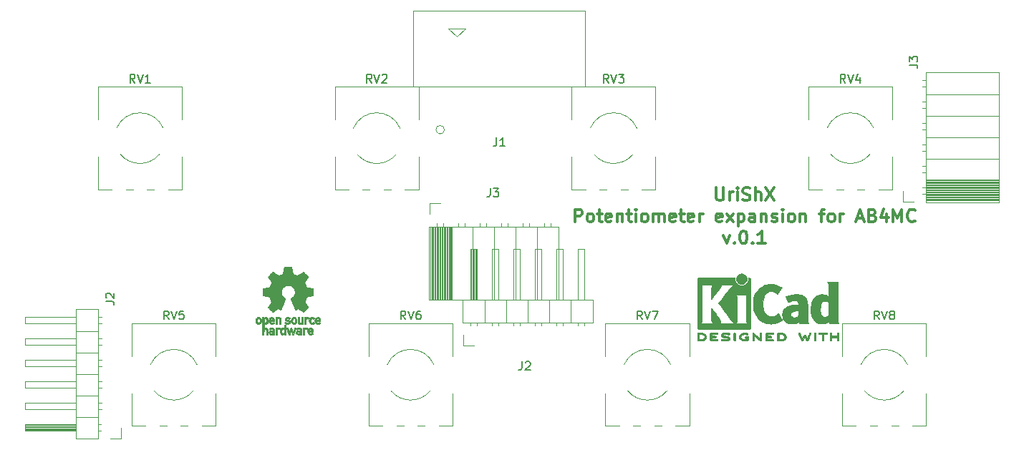
<source format=gto>
G04 #@! TF.FileFunction,Legend,Top*
%FSLAX46Y46*%
G04 Gerber Fmt 4.6, Leading zero omitted, Abs format (unit mm)*
G04 Created by KiCad (PCBNEW 4.0.7-e2-6376~58~ubuntu16.04.1) date Tue Aug 14 19:25:32 2018*
%MOMM*%
%LPD*%
G01*
G04 APERTURE LIST*
%ADD10C,0.100000*%
%ADD11C,0.300000*%
%ADD12C,0.120000*%
%ADD13C,0.010000*%
%ADD14C,0.150000*%
G04 APERTURE END LIST*
D10*
D11*
X159142858Y-94128571D02*
X159142858Y-95342857D01*
X159214286Y-95485714D01*
X159285715Y-95557143D01*
X159428572Y-95628571D01*
X159714286Y-95628571D01*
X159857144Y-95557143D01*
X159928572Y-95485714D01*
X160000001Y-95342857D01*
X160000001Y-94128571D01*
X160714287Y-95628571D02*
X160714287Y-94628571D01*
X160714287Y-94914286D02*
X160785715Y-94771429D01*
X160857144Y-94700000D01*
X161000001Y-94628571D01*
X161142858Y-94628571D01*
X161642858Y-95628571D02*
X161642858Y-94628571D01*
X161642858Y-94128571D02*
X161571429Y-94200000D01*
X161642858Y-94271429D01*
X161714286Y-94200000D01*
X161642858Y-94128571D01*
X161642858Y-94271429D01*
X162285715Y-95557143D02*
X162500001Y-95628571D01*
X162857144Y-95628571D01*
X163000001Y-95557143D01*
X163071430Y-95485714D01*
X163142858Y-95342857D01*
X163142858Y-95200000D01*
X163071430Y-95057143D01*
X163000001Y-94985714D01*
X162857144Y-94914286D01*
X162571430Y-94842857D01*
X162428572Y-94771429D01*
X162357144Y-94700000D01*
X162285715Y-94557143D01*
X162285715Y-94414286D01*
X162357144Y-94271429D01*
X162428572Y-94200000D01*
X162571430Y-94128571D01*
X162928572Y-94128571D01*
X163142858Y-94200000D01*
X163785715Y-95628571D02*
X163785715Y-94128571D01*
X164428572Y-95628571D02*
X164428572Y-94842857D01*
X164357143Y-94700000D01*
X164214286Y-94628571D01*
X164000001Y-94628571D01*
X163857143Y-94700000D01*
X163785715Y-94771429D01*
X165000001Y-94128571D02*
X166000001Y-95628571D01*
X166000001Y-94128571D02*
X165000001Y-95628571D01*
X142428572Y-98178571D02*
X142428572Y-96678571D01*
X143000000Y-96678571D01*
X143142858Y-96750000D01*
X143214286Y-96821429D01*
X143285715Y-96964286D01*
X143285715Y-97178571D01*
X143214286Y-97321429D01*
X143142858Y-97392857D01*
X143000000Y-97464286D01*
X142428572Y-97464286D01*
X144142858Y-98178571D02*
X144000000Y-98107143D01*
X143928572Y-98035714D01*
X143857143Y-97892857D01*
X143857143Y-97464286D01*
X143928572Y-97321429D01*
X144000000Y-97250000D01*
X144142858Y-97178571D01*
X144357143Y-97178571D01*
X144500000Y-97250000D01*
X144571429Y-97321429D01*
X144642858Y-97464286D01*
X144642858Y-97892857D01*
X144571429Y-98035714D01*
X144500000Y-98107143D01*
X144357143Y-98178571D01*
X144142858Y-98178571D01*
X145071429Y-97178571D02*
X145642858Y-97178571D01*
X145285715Y-96678571D02*
X145285715Y-97964286D01*
X145357143Y-98107143D01*
X145500001Y-98178571D01*
X145642858Y-98178571D01*
X146714286Y-98107143D02*
X146571429Y-98178571D01*
X146285715Y-98178571D01*
X146142858Y-98107143D01*
X146071429Y-97964286D01*
X146071429Y-97392857D01*
X146142858Y-97250000D01*
X146285715Y-97178571D01*
X146571429Y-97178571D01*
X146714286Y-97250000D01*
X146785715Y-97392857D01*
X146785715Y-97535714D01*
X146071429Y-97678571D01*
X147428572Y-97178571D02*
X147428572Y-98178571D01*
X147428572Y-97321429D02*
X147500000Y-97250000D01*
X147642858Y-97178571D01*
X147857143Y-97178571D01*
X148000000Y-97250000D01*
X148071429Y-97392857D01*
X148071429Y-98178571D01*
X148571429Y-97178571D02*
X149142858Y-97178571D01*
X148785715Y-96678571D02*
X148785715Y-97964286D01*
X148857143Y-98107143D01*
X149000001Y-98178571D01*
X149142858Y-98178571D01*
X149642858Y-98178571D02*
X149642858Y-97178571D01*
X149642858Y-96678571D02*
X149571429Y-96750000D01*
X149642858Y-96821429D01*
X149714286Y-96750000D01*
X149642858Y-96678571D01*
X149642858Y-96821429D01*
X150571430Y-98178571D02*
X150428572Y-98107143D01*
X150357144Y-98035714D01*
X150285715Y-97892857D01*
X150285715Y-97464286D01*
X150357144Y-97321429D01*
X150428572Y-97250000D01*
X150571430Y-97178571D01*
X150785715Y-97178571D01*
X150928572Y-97250000D01*
X151000001Y-97321429D01*
X151071430Y-97464286D01*
X151071430Y-97892857D01*
X151000001Y-98035714D01*
X150928572Y-98107143D01*
X150785715Y-98178571D01*
X150571430Y-98178571D01*
X151714287Y-98178571D02*
X151714287Y-97178571D01*
X151714287Y-97321429D02*
X151785715Y-97250000D01*
X151928573Y-97178571D01*
X152142858Y-97178571D01*
X152285715Y-97250000D01*
X152357144Y-97392857D01*
X152357144Y-98178571D01*
X152357144Y-97392857D02*
X152428573Y-97250000D01*
X152571430Y-97178571D01*
X152785715Y-97178571D01*
X152928573Y-97250000D01*
X153000001Y-97392857D01*
X153000001Y-98178571D01*
X154285715Y-98107143D02*
X154142858Y-98178571D01*
X153857144Y-98178571D01*
X153714287Y-98107143D01*
X153642858Y-97964286D01*
X153642858Y-97392857D01*
X153714287Y-97250000D01*
X153857144Y-97178571D01*
X154142858Y-97178571D01*
X154285715Y-97250000D01*
X154357144Y-97392857D01*
X154357144Y-97535714D01*
X153642858Y-97678571D01*
X154785715Y-97178571D02*
X155357144Y-97178571D01*
X155000001Y-96678571D02*
X155000001Y-97964286D01*
X155071429Y-98107143D01*
X155214287Y-98178571D01*
X155357144Y-98178571D01*
X156428572Y-98107143D02*
X156285715Y-98178571D01*
X156000001Y-98178571D01*
X155857144Y-98107143D01*
X155785715Y-97964286D01*
X155785715Y-97392857D01*
X155857144Y-97250000D01*
X156000001Y-97178571D01*
X156285715Y-97178571D01*
X156428572Y-97250000D01*
X156500001Y-97392857D01*
X156500001Y-97535714D01*
X155785715Y-97678571D01*
X157142858Y-98178571D02*
X157142858Y-97178571D01*
X157142858Y-97464286D02*
X157214286Y-97321429D01*
X157285715Y-97250000D01*
X157428572Y-97178571D01*
X157571429Y-97178571D01*
X159785714Y-98107143D02*
X159642857Y-98178571D01*
X159357143Y-98178571D01*
X159214286Y-98107143D01*
X159142857Y-97964286D01*
X159142857Y-97392857D01*
X159214286Y-97250000D01*
X159357143Y-97178571D01*
X159642857Y-97178571D01*
X159785714Y-97250000D01*
X159857143Y-97392857D01*
X159857143Y-97535714D01*
X159142857Y-97678571D01*
X160357143Y-98178571D02*
X161142857Y-97178571D01*
X160357143Y-97178571D02*
X161142857Y-98178571D01*
X161714286Y-97178571D02*
X161714286Y-98678571D01*
X161714286Y-97250000D02*
X161857143Y-97178571D01*
X162142857Y-97178571D01*
X162285714Y-97250000D01*
X162357143Y-97321429D01*
X162428572Y-97464286D01*
X162428572Y-97892857D01*
X162357143Y-98035714D01*
X162285714Y-98107143D01*
X162142857Y-98178571D01*
X161857143Y-98178571D01*
X161714286Y-98107143D01*
X163714286Y-98178571D02*
X163714286Y-97392857D01*
X163642857Y-97250000D01*
X163500000Y-97178571D01*
X163214286Y-97178571D01*
X163071429Y-97250000D01*
X163714286Y-98107143D02*
X163571429Y-98178571D01*
X163214286Y-98178571D01*
X163071429Y-98107143D01*
X163000000Y-97964286D01*
X163000000Y-97821429D01*
X163071429Y-97678571D01*
X163214286Y-97607143D01*
X163571429Y-97607143D01*
X163714286Y-97535714D01*
X164428572Y-97178571D02*
X164428572Y-98178571D01*
X164428572Y-97321429D02*
X164500000Y-97250000D01*
X164642858Y-97178571D01*
X164857143Y-97178571D01*
X165000000Y-97250000D01*
X165071429Y-97392857D01*
X165071429Y-98178571D01*
X165714286Y-98107143D02*
X165857143Y-98178571D01*
X166142858Y-98178571D01*
X166285715Y-98107143D01*
X166357143Y-97964286D01*
X166357143Y-97892857D01*
X166285715Y-97750000D01*
X166142858Y-97678571D01*
X165928572Y-97678571D01*
X165785715Y-97607143D01*
X165714286Y-97464286D01*
X165714286Y-97392857D01*
X165785715Y-97250000D01*
X165928572Y-97178571D01*
X166142858Y-97178571D01*
X166285715Y-97250000D01*
X167000001Y-98178571D02*
X167000001Y-97178571D01*
X167000001Y-96678571D02*
X166928572Y-96750000D01*
X167000001Y-96821429D01*
X167071429Y-96750000D01*
X167000001Y-96678571D01*
X167000001Y-96821429D01*
X167928573Y-98178571D02*
X167785715Y-98107143D01*
X167714287Y-98035714D01*
X167642858Y-97892857D01*
X167642858Y-97464286D01*
X167714287Y-97321429D01*
X167785715Y-97250000D01*
X167928573Y-97178571D01*
X168142858Y-97178571D01*
X168285715Y-97250000D01*
X168357144Y-97321429D01*
X168428573Y-97464286D01*
X168428573Y-97892857D01*
X168357144Y-98035714D01*
X168285715Y-98107143D01*
X168142858Y-98178571D01*
X167928573Y-98178571D01*
X169071430Y-97178571D02*
X169071430Y-98178571D01*
X169071430Y-97321429D02*
X169142858Y-97250000D01*
X169285716Y-97178571D01*
X169500001Y-97178571D01*
X169642858Y-97250000D01*
X169714287Y-97392857D01*
X169714287Y-98178571D01*
X171357144Y-97178571D02*
X171928573Y-97178571D01*
X171571430Y-98178571D02*
X171571430Y-96892857D01*
X171642858Y-96750000D01*
X171785716Y-96678571D01*
X171928573Y-96678571D01*
X172642859Y-98178571D02*
X172500001Y-98107143D01*
X172428573Y-98035714D01*
X172357144Y-97892857D01*
X172357144Y-97464286D01*
X172428573Y-97321429D01*
X172500001Y-97250000D01*
X172642859Y-97178571D01*
X172857144Y-97178571D01*
X173000001Y-97250000D01*
X173071430Y-97321429D01*
X173142859Y-97464286D01*
X173142859Y-97892857D01*
X173071430Y-98035714D01*
X173000001Y-98107143D01*
X172857144Y-98178571D01*
X172642859Y-98178571D01*
X173785716Y-98178571D02*
X173785716Y-97178571D01*
X173785716Y-97464286D02*
X173857144Y-97321429D01*
X173928573Y-97250000D01*
X174071430Y-97178571D01*
X174214287Y-97178571D01*
X175785715Y-97750000D02*
X176500001Y-97750000D01*
X175642858Y-98178571D02*
X176142858Y-96678571D01*
X176642858Y-98178571D01*
X177642858Y-97392857D02*
X177857144Y-97464286D01*
X177928572Y-97535714D01*
X178000001Y-97678571D01*
X178000001Y-97892857D01*
X177928572Y-98035714D01*
X177857144Y-98107143D01*
X177714286Y-98178571D01*
X177142858Y-98178571D01*
X177142858Y-96678571D01*
X177642858Y-96678571D01*
X177785715Y-96750000D01*
X177857144Y-96821429D01*
X177928572Y-96964286D01*
X177928572Y-97107143D01*
X177857144Y-97250000D01*
X177785715Y-97321429D01*
X177642858Y-97392857D01*
X177142858Y-97392857D01*
X179285715Y-97178571D02*
X179285715Y-98178571D01*
X178928572Y-96607143D02*
X178571429Y-97678571D01*
X179500001Y-97678571D01*
X180071429Y-98178571D02*
X180071429Y-96678571D01*
X180571429Y-97750000D01*
X181071429Y-96678571D01*
X181071429Y-98178571D01*
X182642858Y-98035714D02*
X182571429Y-98107143D01*
X182357143Y-98178571D01*
X182214286Y-98178571D01*
X182000001Y-98107143D01*
X181857143Y-97964286D01*
X181785715Y-97821429D01*
X181714286Y-97535714D01*
X181714286Y-97321429D01*
X181785715Y-97035714D01*
X181857143Y-96892857D01*
X182000001Y-96750000D01*
X182214286Y-96678571D01*
X182357143Y-96678571D01*
X182571429Y-96750000D01*
X182642858Y-96821429D01*
X160000001Y-99728571D02*
X160357144Y-100728571D01*
X160714286Y-99728571D01*
X161285715Y-100585714D02*
X161357143Y-100657143D01*
X161285715Y-100728571D01*
X161214286Y-100657143D01*
X161285715Y-100585714D01*
X161285715Y-100728571D01*
X162285715Y-99228571D02*
X162428572Y-99228571D01*
X162571429Y-99300000D01*
X162642858Y-99371429D01*
X162714287Y-99514286D01*
X162785715Y-99800000D01*
X162785715Y-100157143D01*
X162714287Y-100442857D01*
X162642858Y-100585714D01*
X162571429Y-100657143D01*
X162428572Y-100728571D01*
X162285715Y-100728571D01*
X162142858Y-100657143D01*
X162071429Y-100585714D01*
X162000001Y-100442857D01*
X161928572Y-100157143D01*
X161928572Y-99800000D01*
X162000001Y-99514286D01*
X162071429Y-99371429D01*
X162142858Y-99300000D01*
X162285715Y-99228571D01*
X163428572Y-100585714D02*
X163500000Y-100657143D01*
X163428572Y-100728571D01*
X163357143Y-100657143D01*
X163428572Y-100585714D01*
X163428572Y-100728571D01*
X164928572Y-100728571D02*
X164071429Y-100728571D01*
X164500001Y-100728571D02*
X164500001Y-99228571D01*
X164357144Y-99442857D01*
X164214286Y-99585714D01*
X164071429Y-99657143D01*
D12*
X125170000Y-98710000D02*
X127770000Y-98710000D01*
X127770000Y-98710000D02*
X127770000Y-107340000D01*
X127770000Y-107340000D02*
X125170000Y-107340000D01*
X125170000Y-107340000D02*
X125170000Y-98710000D01*
X126120000Y-98280000D02*
X126120000Y-98710000D01*
X126880000Y-98280000D02*
X126880000Y-98710000D01*
X125350000Y-98710000D02*
X125350000Y-107340000D01*
X125470000Y-98710000D02*
X125470000Y-107340000D01*
X125590000Y-98710000D02*
X125590000Y-107340000D01*
X125710000Y-98710000D02*
X125710000Y-107340000D01*
X125830000Y-98710000D02*
X125830000Y-107340000D01*
X125950000Y-98710000D02*
X125950000Y-107340000D01*
X126070000Y-98710000D02*
X126070000Y-107340000D01*
X126190000Y-98710000D02*
X126190000Y-107340000D01*
X126310000Y-98710000D02*
X126310000Y-107340000D01*
X126430000Y-98710000D02*
X126430000Y-107340000D01*
X126550000Y-98710000D02*
X126550000Y-107340000D01*
X126670000Y-98710000D02*
X126670000Y-107340000D01*
X126790000Y-98710000D02*
X126790000Y-107340000D01*
X126910000Y-98710000D02*
X126910000Y-107340000D01*
X127030000Y-98710000D02*
X127030000Y-107340000D01*
X127150000Y-98710000D02*
X127150000Y-107340000D01*
X127270000Y-98710000D02*
X127270000Y-107340000D01*
X127390000Y-98710000D02*
X127390000Y-107340000D01*
X127510000Y-98710000D02*
X127510000Y-107340000D01*
X127630000Y-98710000D02*
X127630000Y-107340000D01*
X127750000Y-98710000D02*
X127750000Y-107340000D01*
X127870000Y-98710000D02*
X127870000Y-107340000D01*
X127770000Y-98710000D02*
X130310000Y-98710000D01*
X130310000Y-98710000D02*
X130310000Y-107340000D01*
X130310000Y-107340000D02*
X127770000Y-107340000D01*
X127770000Y-107340000D02*
X127770000Y-98710000D01*
X128660000Y-98280000D02*
X128660000Y-98710000D01*
X129420000Y-98280000D02*
X129420000Y-98710000D01*
X130310000Y-98710000D02*
X132850000Y-98710000D01*
X132850000Y-98710000D02*
X132850000Y-107340000D01*
X132850000Y-107340000D02*
X130310000Y-107340000D01*
X130310000Y-107340000D02*
X130310000Y-98710000D01*
X131200000Y-98280000D02*
X131200000Y-98710000D01*
X131960000Y-98280000D02*
X131960000Y-98710000D01*
X132850000Y-98710000D02*
X135390000Y-98710000D01*
X135390000Y-98710000D02*
X135390000Y-107340000D01*
X135390000Y-107340000D02*
X132850000Y-107340000D01*
X132850000Y-107340000D02*
X132850000Y-98710000D01*
X133740000Y-98280000D02*
X133740000Y-98710000D01*
X134500000Y-98280000D02*
X134500000Y-98710000D01*
X135390000Y-98710000D02*
X137930000Y-98710000D01*
X137930000Y-98710000D02*
X137930000Y-107340000D01*
X137930000Y-107340000D02*
X135390000Y-107340000D01*
X135390000Y-107340000D02*
X135390000Y-98710000D01*
X136280000Y-98280000D02*
X136280000Y-98710000D01*
X137040000Y-98280000D02*
X137040000Y-98710000D01*
X137930000Y-98710000D02*
X140530000Y-98710000D01*
X140530000Y-98710000D02*
X140530000Y-107340000D01*
X140530000Y-107340000D02*
X137930000Y-107340000D01*
X137930000Y-107340000D02*
X137930000Y-98710000D01*
X138820000Y-98280000D02*
X138820000Y-98710000D01*
X139580000Y-98280000D02*
X139580000Y-98710000D01*
X125230000Y-97250000D02*
X125230000Y-95980000D01*
X125230000Y-95980000D02*
X126500000Y-95980000D01*
X129170000Y-110060000D02*
X144530000Y-110060000D01*
X144530000Y-110060000D02*
X144530000Y-107400000D01*
X144530000Y-107400000D02*
X129170000Y-107400000D01*
X129170000Y-107400000D02*
X129170000Y-110060000D01*
X130120000Y-107400000D02*
X130120000Y-101400000D01*
X130120000Y-101400000D02*
X130880000Y-101400000D01*
X130880000Y-101400000D02*
X130880000Y-107400000D01*
X130180000Y-107400000D02*
X130180000Y-101400000D01*
X130300000Y-107400000D02*
X130300000Y-101400000D01*
X130420000Y-107400000D02*
X130420000Y-101400000D01*
X130540000Y-107400000D02*
X130540000Y-101400000D01*
X130660000Y-107400000D02*
X130660000Y-101400000D01*
X130780000Y-107400000D02*
X130780000Y-101400000D01*
X130120000Y-110390000D02*
X130120000Y-110060000D01*
X130880000Y-110390000D02*
X130880000Y-110060000D01*
X131770000Y-110060000D02*
X131770000Y-107400000D01*
X132660000Y-107400000D02*
X132660000Y-101400000D01*
X132660000Y-101400000D02*
X133420000Y-101400000D01*
X133420000Y-101400000D02*
X133420000Y-107400000D01*
X132660000Y-110457071D02*
X132660000Y-110060000D01*
X133420000Y-110457071D02*
X133420000Y-110060000D01*
X134310000Y-110060000D02*
X134310000Y-107400000D01*
X135200000Y-107400000D02*
X135200000Y-101400000D01*
X135200000Y-101400000D02*
X135960000Y-101400000D01*
X135960000Y-101400000D02*
X135960000Y-107400000D01*
X135200000Y-110457071D02*
X135200000Y-110060000D01*
X135960000Y-110457071D02*
X135960000Y-110060000D01*
X136850000Y-110060000D02*
X136850000Y-107400000D01*
X137740000Y-107400000D02*
X137740000Y-101400000D01*
X137740000Y-101400000D02*
X138500000Y-101400000D01*
X138500000Y-101400000D02*
X138500000Y-107400000D01*
X137740000Y-110457071D02*
X137740000Y-110060000D01*
X138500000Y-110457071D02*
X138500000Y-110060000D01*
X139390000Y-110060000D02*
X139390000Y-107400000D01*
X140280000Y-107400000D02*
X140280000Y-101400000D01*
X140280000Y-101400000D02*
X141040000Y-101400000D01*
X141040000Y-101400000D02*
X141040000Y-107400000D01*
X140280000Y-110457071D02*
X140280000Y-110060000D01*
X141040000Y-110457071D02*
X141040000Y-110060000D01*
X141930000Y-110060000D02*
X141930000Y-107400000D01*
X142820000Y-107400000D02*
X142820000Y-101400000D01*
X142820000Y-101400000D02*
X143580000Y-101400000D01*
X143580000Y-101400000D02*
X143580000Y-107400000D01*
X142820000Y-110457071D02*
X142820000Y-110060000D01*
X143580000Y-110457071D02*
X143580000Y-110060000D01*
X130500000Y-112770000D02*
X129230000Y-112770000D01*
X129230000Y-112770000D02*
X129230000Y-111500000D01*
D10*
X127500000Y-75250000D02*
X128500000Y-76250000D01*
X128500000Y-76250000D02*
X129500000Y-75250000D01*
X129500000Y-75250000D02*
X127500000Y-75250000D01*
X123340000Y-82180000D02*
X123340000Y-73180000D01*
X123340000Y-73180000D02*
X143660000Y-73180000D01*
X143660000Y-82180000D02*
X143660000Y-73180000D01*
X143660000Y-82180000D02*
X123340000Y-82180000D01*
X127000000Y-87250000D02*
G75*
G03X127000000Y-87250000I-500000J0D01*
G01*
D13*
G36*
X105963360Y-109452468D02*
X105998592Y-109469874D01*
X106042040Y-109500206D01*
X106073706Y-109533283D01*
X106095394Y-109574817D01*
X106108903Y-109630522D01*
X106116038Y-109706111D01*
X106118600Y-109807296D01*
X106118750Y-109850797D01*
X106118312Y-109946135D01*
X106116496Y-110014271D01*
X106112545Y-110061418D01*
X106105702Y-110093790D01*
X106095211Y-110117600D01*
X106084296Y-110133843D01*
X106014619Y-110202952D01*
X105932566Y-110244521D01*
X105844050Y-110257023D01*
X105754981Y-110238934D01*
X105726763Y-110226142D01*
X105659210Y-110190931D01*
X105659210Y-110742700D01*
X105708512Y-110717205D01*
X105773473Y-110697480D01*
X105853320Y-110692427D01*
X105933052Y-110701756D01*
X105993265Y-110722714D01*
X106043208Y-110762627D01*
X106085881Y-110819741D01*
X106089090Y-110825605D01*
X106102622Y-110853227D01*
X106112505Y-110881068D01*
X106119309Y-110914794D01*
X106123601Y-110960071D01*
X106125951Y-111022562D01*
X106126928Y-111107935D01*
X106127105Y-111204010D01*
X106127105Y-111510526D01*
X105943289Y-111510526D01*
X105943289Y-110945339D01*
X105891875Y-110902077D01*
X105838466Y-110867472D01*
X105787888Y-110861180D01*
X105737030Y-110877372D01*
X105709925Y-110893227D01*
X105689751Y-110915810D01*
X105675403Y-110949940D01*
X105665776Y-111000434D01*
X105659763Y-111072111D01*
X105656260Y-111169788D01*
X105655026Y-111234802D01*
X105650855Y-111502171D01*
X105563125Y-111507222D01*
X105475394Y-111512273D01*
X105475394Y-109853101D01*
X105659210Y-109853101D01*
X105663896Y-109945600D01*
X105679688Y-110009809D01*
X105709183Y-110049759D01*
X105754980Y-110069480D01*
X105801250Y-110073421D01*
X105853628Y-110068892D01*
X105888390Y-110051069D01*
X105910128Y-110027519D01*
X105927240Y-110002189D01*
X105937427Y-109973969D01*
X105941960Y-109934431D01*
X105942109Y-109875142D01*
X105940584Y-109825498D01*
X105937081Y-109750710D01*
X105931867Y-109701611D01*
X105923087Y-109670467D01*
X105908886Y-109649545D01*
X105895484Y-109637452D01*
X105839487Y-109611081D01*
X105773211Y-109606822D01*
X105735156Y-109615906D01*
X105697477Y-109648196D01*
X105672519Y-109711006D01*
X105660422Y-109803894D01*
X105659210Y-109853101D01*
X105475394Y-109853101D01*
X105475394Y-109438421D01*
X105567302Y-109438421D01*
X105622483Y-109440603D01*
X105650952Y-109448351D01*
X105659206Y-109463468D01*
X105659210Y-109463916D01*
X105663040Y-109478720D01*
X105679933Y-109477039D01*
X105713519Y-109460772D01*
X105791778Y-109435887D01*
X105879827Y-109433271D01*
X105963360Y-109452468D01*
X105963360Y-109452468D01*
G37*
X105963360Y-109452468D02*
X105998592Y-109469874D01*
X106042040Y-109500206D01*
X106073706Y-109533283D01*
X106095394Y-109574817D01*
X106108903Y-109630522D01*
X106116038Y-109706111D01*
X106118600Y-109807296D01*
X106118750Y-109850797D01*
X106118312Y-109946135D01*
X106116496Y-110014271D01*
X106112545Y-110061418D01*
X106105702Y-110093790D01*
X106095211Y-110117600D01*
X106084296Y-110133843D01*
X106014619Y-110202952D01*
X105932566Y-110244521D01*
X105844050Y-110257023D01*
X105754981Y-110238934D01*
X105726763Y-110226142D01*
X105659210Y-110190931D01*
X105659210Y-110742700D01*
X105708512Y-110717205D01*
X105773473Y-110697480D01*
X105853320Y-110692427D01*
X105933052Y-110701756D01*
X105993265Y-110722714D01*
X106043208Y-110762627D01*
X106085881Y-110819741D01*
X106089090Y-110825605D01*
X106102622Y-110853227D01*
X106112505Y-110881068D01*
X106119309Y-110914794D01*
X106123601Y-110960071D01*
X106125951Y-111022562D01*
X106126928Y-111107935D01*
X106127105Y-111204010D01*
X106127105Y-111510526D01*
X105943289Y-111510526D01*
X105943289Y-110945339D01*
X105891875Y-110902077D01*
X105838466Y-110867472D01*
X105787888Y-110861180D01*
X105737030Y-110877372D01*
X105709925Y-110893227D01*
X105689751Y-110915810D01*
X105675403Y-110949940D01*
X105665776Y-111000434D01*
X105659763Y-111072111D01*
X105656260Y-111169788D01*
X105655026Y-111234802D01*
X105650855Y-111502171D01*
X105563125Y-111507222D01*
X105475394Y-111512273D01*
X105475394Y-109853101D01*
X105659210Y-109853101D01*
X105663896Y-109945600D01*
X105679688Y-110009809D01*
X105709183Y-110049759D01*
X105754980Y-110069480D01*
X105801250Y-110073421D01*
X105853628Y-110068892D01*
X105888390Y-110051069D01*
X105910128Y-110027519D01*
X105927240Y-110002189D01*
X105937427Y-109973969D01*
X105941960Y-109934431D01*
X105942109Y-109875142D01*
X105940584Y-109825498D01*
X105937081Y-109750710D01*
X105931867Y-109701611D01*
X105923087Y-109670467D01*
X105908886Y-109649545D01*
X105895484Y-109637452D01*
X105839487Y-109611081D01*
X105773211Y-109606822D01*
X105735156Y-109615906D01*
X105697477Y-109648196D01*
X105672519Y-109711006D01*
X105660422Y-109803894D01*
X105659210Y-109853101D01*
X105475394Y-109853101D01*
X105475394Y-109438421D01*
X105567302Y-109438421D01*
X105622483Y-109440603D01*
X105650952Y-109448351D01*
X105659206Y-109463468D01*
X105659210Y-109463916D01*
X105663040Y-109478720D01*
X105679933Y-109477039D01*
X105713519Y-109460772D01*
X105791778Y-109435887D01*
X105879827Y-109433271D01*
X105963360Y-109452468D01*
G36*
X106660457Y-110698184D02*
X106739070Y-110719160D01*
X106798916Y-110757180D01*
X106841147Y-110806978D01*
X106854275Y-110828230D01*
X106863968Y-110850492D01*
X106870744Y-110878970D01*
X106875123Y-110918871D01*
X106877624Y-110975401D01*
X106878768Y-111053767D01*
X106879072Y-111159176D01*
X106879078Y-111187142D01*
X106879078Y-111510526D01*
X106798868Y-111510526D01*
X106747706Y-111506943D01*
X106709877Y-111497866D01*
X106700399Y-111492268D01*
X106674488Y-111482606D01*
X106648024Y-111492268D01*
X106604452Y-111504330D01*
X106541160Y-111509185D01*
X106471010Y-111507078D01*
X106406860Y-111498256D01*
X106369407Y-111486937D01*
X106296933Y-111440412D01*
X106251640Y-111375846D01*
X106231278Y-111290000D01*
X106231088Y-111287796D01*
X106232875Y-111249713D01*
X106394473Y-111249713D01*
X106408601Y-111293030D01*
X106431612Y-111317408D01*
X106477804Y-111335845D01*
X106538775Y-111343205D01*
X106600949Y-111339583D01*
X106650751Y-111325074D01*
X106664703Y-111315765D01*
X106689085Y-111272753D01*
X106695263Y-111223857D01*
X106695263Y-111159605D01*
X106602818Y-111159605D01*
X106514995Y-111166366D01*
X106448418Y-111185520D01*
X106407002Y-111215376D01*
X106394473Y-111249713D01*
X106232875Y-111249713D01*
X106235490Y-111194004D01*
X106266424Y-111119847D01*
X106324581Y-111063767D01*
X106332620Y-111058665D01*
X106367163Y-111042055D01*
X106409918Y-111031996D01*
X106469686Y-111027107D01*
X106540690Y-111025983D01*
X106695263Y-111025921D01*
X106695263Y-110961125D01*
X106688706Y-110910850D01*
X106671975Y-110877169D01*
X106670016Y-110875376D01*
X106632783Y-110860642D01*
X106576580Y-110854931D01*
X106514467Y-110857737D01*
X106459510Y-110868556D01*
X106426899Y-110884782D01*
X106409228Y-110897780D01*
X106390569Y-110900262D01*
X106364819Y-110889613D01*
X106325873Y-110863218D01*
X106267630Y-110818465D01*
X106262284Y-110814273D01*
X106265023Y-110798760D01*
X106287876Y-110772960D01*
X106322609Y-110744289D01*
X106360990Y-110720166D01*
X106373048Y-110714470D01*
X106417034Y-110703103D01*
X106481487Y-110694995D01*
X106553497Y-110691743D01*
X106556864Y-110691736D01*
X106660457Y-110698184D01*
X106660457Y-110698184D01*
G37*
X106660457Y-110698184D02*
X106739070Y-110719160D01*
X106798916Y-110757180D01*
X106841147Y-110806978D01*
X106854275Y-110828230D01*
X106863968Y-110850492D01*
X106870744Y-110878970D01*
X106875123Y-110918871D01*
X106877624Y-110975401D01*
X106878768Y-111053767D01*
X106879072Y-111159176D01*
X106879078Y-111187142D01*
X106879078Y-111510526D01*
X106798868Y-111510526D01*
X106747706Y-111506943D01*
X106709877Y-111497866D01*
X106700399Y-111492268D01*
X106674488Y-111482606D01*
X106648024Y-111492268D01*
X106604452Y-111504330D01*
X106541160Y-111509185D01*
X106471010Y-111507078D01*
X106406860Y-111498256D01*
X106369407Y-111486937D01*
X106296933Y-111440412D01*
X106251640Y-111375846D01*
X106231278Y-111290000D01*
X106231088Y-111287796D01*
X106232875Y-111249713D01*
X106394473Y-111249713D01*
X106408601Y-111293030D01*
X106431612Y-111317408D01*
X106477804Y-111335845D01*
X106538775Y-111343205D01*
X106600949Y-111339583D01*
X106650751Y-111325074D01*
X106664703Y-111315765D01*
X106689085Y-111272753D01*
X106695263Y-111223857D01*
X106695263Y-111159605D01*
X106602818Y-111159605D01*
X106514995Y-111166366D01*
X106448418Y-111185520D01*
X106407002Y-111215376D01*
X106394473Y-111249713D01*
X106232875Y-111249713D01*
X106235490Y-111194004D01*
X106266424Y-111119847D01*
X106324581Y-111063767D01*
X106332620Y-111058665D01*
X106367163Y-111042055D01*
X106409918Y-111031996D01*
X106469686Y-111027107D01*
X106540690Y-111025983D01*
X106695263Y-111025921D01*
X106695263Y-110961125D01*
X106688706Y-110910850D01*
X106671975Y-110877169D01*
X106670016Y-110875376D01*
X106632783Y-110860642D01*
X106576580Y-110854931D01*
X106514467Y-110857737D01*
X106459510Y-110868556D01*
X106426899Y-110884782D01*
X106409228Y-110897780D01*
X106390569Y-110900262D01*
X106364819Y-110889613D01*
X106325873Y-110863218D01*
X106267630Y-110818465D01*
X106262284Y-110814273D01*
X106265023Y-110798760D01*
X106287876Y-110772960D01*
X106322609Y-110744289D01*
X106360990Y-110720166D01*
X106373048Y-110714470D01*
X106417034Y-110703103D01*
X106481487Y-110694995D01*
X106553497Y-110691743D01*
X106556864Y-110691736D01*
X106660457Y-110698184D01*
G36*
X107179881Y-110693486D02*
X107204888Y-110700982D01*
X107212950Y-110717451D01*
X107213289Y-110724886D01*
X107214736Y-110745594D01*
X107224698Y-110748845D01*
X107251612Y-110734648D01*
X107267598Y-110724948D01*
X107318033Y-110704175D01*
X107378272Y-110693904D01*
X107441434Y-110693114D01*
X107500637Y-110700786D01*
X107549002Y-110715898D01*
X107579646Y-110737432D01*
X107585689Y-110764366D01*
X107582639Y-110771660D01*
X107560406Y-110801937D01*
X107525930Y-110839175D01*
X107519694Y-110845195D01*
X107486833Y-110872875D01*
X107458480Y-110881818D01*
X107418827Y-110875576D01*
X107402942Y-110871429D01*
X107353509Y-110861467D01*
X107318752Y-110865947D01*
X107289400Y-110881746D01*
X107262513Y-110902949D01*
X107242710Y-110929614D01*
X107228948Y-110966827D01*
X107220184Y-111019673D01*
X107215374Y-111093237D01*
X107213474Y-111192605D01*
X107213289Y-111252601D01*
X107213289Y-111510526D01*
X107046184Y-111510526D01*
X107046184Y-110691710D01*
X107129736Y-110691710D01*
X107179881Y-110693486D01*
X107179881Y-110693486D01*
G37*
X107179881Y-110693486D02*
X107204888Y-110700982D01*
X107212950Y-110717451D01*
X107213289Y-110724886D01*
X107214736Y-110745594D01*
X107224698Y-110748845D01*
X107251612Y-110734648D01*
X107267598Y-110724948D01*
X107318033Y-110704175D01*
X107378272Y-110693904D01*
X107441434Y-110693114D01*
X107500637Y-110700786D01*
X107549002Y-110715898D01*
X107579646Y-110737432D01*
X107585689Y-110764366D01*
X107582639Y-110771660D01*
X107560406Y-110801937D01*
X107525930Y-110839175D01*
X107519694Y-110845195D01*
X107486833Y-110872875D01*
X107458480Y-110881818D01*
X107418827Y-110875576D01*
X107402942Y-110871429D01*
X107353509Y-110861467D01*
X107318752Y-110865947D01*
X107289400Y-110881746D01*
X107262513Y-110902949D01*
X107242710Y-110929614D01*
X107228948Y-110966827D01*
X107220184Y-111019673D01*
X107215374Y-111093237D01*
X107213474Y-111192605D01*
X107213289Y-111252601D01*
X107213289Y-111510526D01*
X107046184Y-111510526D01*
X107046184Y-110691710D01*
X107129736Y-110691710D01*
X107179881Y-110693486D01*
G36*
X108232631Y-111510526D02*
X108140723Y-111510526D01*
X108087377Y-111508962D01*
X108059593Y-111502485D01*
X108049590Y-111488418D01*
X108048815Y-111478906D01*
X108047128Y-111459832D01*
X108036490Y-111456174D01*
X108008535Y-111467932D01*
X107986795Y-111478906D01*
X107903332Y-111504911D01*
X107812604Y-111506416D01*
X107738842Y-111487021D01*
X107670154Y-111440165D01*
X107617794Y-111371004D01*
X107589122Y-111289427D01*
X107588392Y-111284866D01*
X107584132Y-111235101D01*
X107582014Y-111163659D01*
X107582184Y-111109626D01*
X107764720Y-111109626D01*
X107768949Y-111181441D01*
X107778568Y-111240634D01*
X107791590Y-111274060D01*
X107840856Y-111319740D01*
X107899350Y-111336115D01*
X107959671Y-111322873D01*
X108011217Y-111283373D01*
X108030738Y-111256807D01*
X108042152Y-111225106D01*
X108047498Y-111178832D01*
X108048815Y-111109328D01*
X108046458Y-111040499D01*
X108040233Y-110980026D01*
X108031408Y-110939556D01*
X108029937Y-110935929D01*
X107994347Y-110892802D01*
X107942400Y-110869124D01*
X107884278Y-110865301D01*
X107830160Y-110881738D01*
X107790226Y-110918840D01*
X107786083Y-110926222D01*
X107773116Y-110971239D01*
X107766052Y-111035967D01*
X107764720Y-111109626D01*
X107582184Y-111109626D01*
X107582271Y-111082230D01*
X107583472Y-111038405D01*
X107591645Y-110929988D01*
X107608630Y-110848588D01*
X107636887Y-110788412D01*
X107678872Y-110743666D01*
X107719632Y-110717400D01*
X107776581Y-110698935D01*
X107847411Y-110692602D01*
X107919941Y-110697760D01*
X107981986Y-110713769D01*
X108014768Y-110732920D01*
X108048815Y-110763732D01*
X108048815Y-110374210D01*
X108232631Y-110374210D01*
X108232631Y-111510526D01*
X108232631Y-111510526D01*
G37*
X108232631Y-111510526D02*
X108140723Y-111510526D01*
X108087377Y-111508962D01*
X108059593Y-111502485D01*
X108049590Y-111488418D01*
X108048815Y-111478906D01*
X108047128Y-111459832D01*
X108036490Y-111456174D01*
X108008535Y-111467932D01*
X107986795Y-111478906D01*
X107903332Y-111504911D01*
X107812604Y-111506416D01*
X107738842Y-111487021D01*
X107670154Y-111440165D01*
X107617794Y-111371004D01*
X107589122Y-111289427D01*
X107588392Y-111284866D01*
X107584132Y-111235101D01*
X107582014Y-111163659D01*
X107582184Y-111109626D01*
X107764720Y-111109626D01*
X107768949Y-111181441D01*
X107778568Y-111240634D01*
X107791590Y-111274060D01*
X107840856Y-111319740D01*
X107899350Y-111336115D01*
X107959671Y-111322873D01*
X108011217Y-111283373D01*
X108030738Y-111256807D01*
X108042152Y-111225106D01*
X108047498Y-111178832D01*
X108048815Y-111109328D01*
X108046458Y-111040499D01*
X108040233Y-110980026D01*
X108031408Y-110939556D01*
X108029937Y-110935929D01*
X107994347Y-110892802D01*
X107942400Y-110869124D01*
X107884278Y-110865301D01*
X107830160Y-110881738D01*
X107790226Y-110918840D01*
X107786083Y-110926222D01*
X107773116Y-110971239D01*
X107766052Y-111035967D01*
X107764720Y-111109626D01*
X107582184Y-111109626D01*
X107582271Y-111082230D01*
X107583472Y-111038405D01*
X107591645Y-110929988D01*
X107608630Y-110848588D01*
X107636887Y-110788412D01*
X107678872Y-110743666D01*
X107719632Y-110717400D01*
X107776581Y-110698935D01*
X107847411Y-110692602D01*
X107919941Y-110697760D01*
X107981986Y-110713769D01*
X108014768Y-110732920D01*
X108048815Y-110763732D01*
X108048815Y-110374210D01*
X108232631Y-110374210D01*
X108232631Y-111510526D01*
G36*
X108874130Y-110695104D02*
X108940220Y-110700066D01*
X109026626Y-110959079D01*
X109113031Y-111218092D01*
X109140124Y-111126184D01*
X109156428Y-111069384D01*
X109177875Y-110992625D01*
X109201035Y-110908251D01*
X109213280Y-110862993D01*
X109259344Y-110691710D01*
X109449387Y-110691710D01*
X109392582Y-110871349D01*
X109364607Y-110959704D01*
X109330813Y-111066281D01*
X109295520Y-111177454D01*
X109264013Y-111276579D01*
X109192250Y-111502171D01*
X109037286Y-111512253D01*
X108995270Y-111373528D01*
X108969359Y-111287351D01*
X108941083Y-111192347D01*
X108916369Y-111108441D01*
X108915394Y-111105102D01*
X108896935Y-111048248D01*
X108880649Y-111009456D01*
X108869242Y-110994787D01*
X108866898Y-110996483D01*
X108858671Y-111019225D01*
X108843038Y-111067940D01*
X108821904Y-111136502D01*
X108797170Y-111218785D01*
X108783787Y-111264046D01*
X108711311Y-111510526D01*
X108557495Y-111510526D01*
X108434531Y-111122006D01*
X108399988Y-111013022D01*
X108368521Y-110914048D01*
X108341616Y-110829736D01*
X108320759Y-110764734D01*
X108307438Y-110723692D01*
X108303388Y-110711701D01*
X108306594Y-110699423D01*
X108331765Y-110694046D01*
X108384146Y-110694584D01*
X108392345Y-110694990D01*
X108489482Y-110700066D01*
X108553100Y-110934013D01*
X108576484Y-111019333D01*
X108597381Y-111094335D01*
X108613951Y-111152507D01*
X108624354Y-111187337D01*
X108626276Y-111193016D01*
X108634241Y-111186486D01*
X108650304Y-111152654D01*
X108672621Y-111096127D01*
X108699345Y-111021510D01*
X108721937Y-110954107D01*
X108808041Y-110690143D01*
X108874130Y-110695104D01*
X108874130Y-110695104D01*
G37*
X108874130Y-110695104D02*
X108940220Y-110700066D01*
X109026626Y-110959079D01*
X109113031Y-111218092D01*
X109140124Y-111126184D01*
X109156428Y-111069384D01*
X109177875Y-110992625D01*
X109201035Y-110908251D01*
X109213280Y-110862993D01*
X109259344Y-110691710D01*
X109449387Y-110691710D01*
X109392582Y-110871349D01*
X109364607Y-110959704D01*
X109330813Y-111066281D01*
X109295520Y-111177454D01*
X109264013Y-111276579D01*
X109192250Y-111502171D01*
X109037286Y-111512253D01*
X108995270Y-111373528D01*
X108969359Y-111287351D01*
X108941083Y-111192347D01*
X108916369Y-111108441D01*
X108915394Y-111105102D01*
X108896935Y-111048248D01*
X108880649Y-111009456D01*
X108869242Y-110994787D01*
X108866898Y-110996483D01*
X108858671Y-111019225D01*
X108843038Y-111067940D01*
X108821904Y-111136502D01*
X108797170Y-111218785D01*
X108783787Y-111264046D01*
X108711311Y-111510526D01*
X108557495Y-111510526D01*
X108434531Y-111122006D01*
X108399988Y-111013022D01*
X108368521Y-110914048D01*
X108341616Y-110829736D01*
X108320759Y-110764734D01*
X108307438Y-110723692D01*
X108303388Y-110711701D01*
X108306594Y-110699423D01*
X108331765Y-110694046D01*
X108384146Y-110694584D01*
X108392345Y-110694990D01*
X108489482Y-110700066D01*
X108553100Y-110934013D01*
X108576484Y-111019333D01*
X108597381Y-111094335D01*
X108613951Y-111152507D01*
X108624354Y-111187337D01*
X108626276Y-111193016D01*
X108634241Y-111186486D01*
X108650304Y-111152654D01*
X108672621Y-111096127D01*
X108699345Y-111021510D01*
X108721937Y-110954107D01*
X108808041Y-110690143D01*
X108874130Y-110695104D01*
G36*
X109879992Y-110696673D02*
X109950427Y-110713780D01*
X109970787Y-110722844D01*
X110010253Y-110746583D01*
X110040541Y-110773321D01*
X110062952Y-110807699D01*
X110078786Y-110854360D01*
X110089343Y-110917946D01*
X110095924Y-111003099D01*
X110099828Y-111114462D01*
X110101310Y-111188849D01*
X110106765Y-111510526D01*
X110013580Y-111510526D01*
X109957047Y-111508156D01*
X109927922Y-111500055D01*
X109920394Y-111486451D01*
X109916420Y-111471741D01*
X109898652Y-111474554D01*
X109874440Y-111486348D01*
X109813828Y-111504427D01*
X109735929Y-111509299D01*
X109653995Y-111501330D01*
X109581281Y-111480889D01*
X109574759Y-111478051D01*
X109508302Y-111431365D01*
X109464491Y-111366464D01*
X109444332Y-111290600D01*
X109445872Y-111263344D01*
X109610345Y-111263344D01*
X109624837Y-111300024D01*
X109667805Y-111326309D01*
X109737129Y-111340417D01*
X109774177Y-111342290D01*
X109835919Y-111337494D01*
X109876960Y-111318858D01*
X109886973Y-111310000D01*
X109914100Y-111261806D01*
X109920394Y-111218092D01*
X109920394Y-111159605D01*
X109838930Y-111159605D01*
X109744234Y-111164432D01*
X109677813Y-111179613D01*
X109635846Y-111206200D01*
X109626449Y-111218052D01*
X109610345Y-111263344D01*
X109445872Y-111263344D01*
X109448829Y-111211026D01*
X109478985Y-111134995D01*
X109520131Y-111083612D01*
X109545052Y-111061397D01*
X109569448Y-111046798D01*
X109601191Y-111037897D01*
X109648152Y-111032775D01*
X109718204Y-111029515D01*
X109745990Y-111028577D01*
X109920394Y-111022879D01*
X109920138Y-110970091D01*
X109913384Y-110914603D01*
X109888964Y-110881052D01*
X109839630Y-110859618D01*
X109838306Y-110859236D01*
X109768360Y-110850808D01*
X109699914Y-110861816D01*
X109649047Y-110888585D01*
X109628637Y-110901803D01*
X109606654Y-110899974D01*
X109572826Y-110880824D01*
X109552961Y-110867308D01*
X109514106Y-110838432D01*
X109490038Y-110816786D01*
X109486176Y-110810589D01*
X109502079Y-110778519D01*
X109549065Y-110740219D01*
X109569473Y-110727297D01*
X109628143Y-110705041D01*
X109707212Y-110692432D01*
X109795041Y-110689600D01*
X109879992Y-110696673D01*
X109879992Y-110696673D01*
G37*
X109879992Y-110696673D02*
X109950427Y-110713780D01*
X109970787Y-110722844D01*
X110010253Y-110746583D01*
X110040541Y-110773321D01*
X110062952Y-110807699D01*
X110078786Y-110854360D01*
X110089343Y-110917946D01*
X110095924Y-111003099D01*
X110099828Y-111114462D01*
X110101310Y-111188849D01*
X110106765Y-111510526D01*
X110013580Y-111510526D01*
X109957047Y-111508156D01*
X109927922Y-111500055D01*
X109920394Y-111486451D01*
X109916420Y-111471741D01*
X109898652Y-111474554D01*
X109874440Y-111486348D01*
X109813828Y-111504427D01*
X109735929Y-111509299D01*
X109653995Y-111501330D01*
X109581281Y-111480889D01*
X109574759Y-111478051D01*
X109508302Y-111431365D01*
X109464491Y-111366464D01*
X109444332Y-111290600D01*
X109445872Y-111263344D01*
X109610345Y-111263344D01*
X109624837Y-111300024D01*
X109667805Y-111326309D01*
X109737129Y-111340417D01*
X109774177Y-111342290D01*
X109835919Y-111337494D01*
X109876960Y-111318858D01*
X109886973Y-111310000D01*
X109914100Y-111261806D01*
X109920394Y-111218092D01*
X109920394Y-111159605D01*
X109838930Y-111159605D01*
X109744234Y-111164432D01*
X109677813Y-111179613D01*
X109635846Y-111206200D01*
X109626449Y-111218052D01*
X109610345Y-111263344D01*
X109445872Y-111263344D01*
X109448829Y-111211026D01*
X109478985Y-111134995D01*
X109520131Y-111083612D01*
X109545052Y-111061397D01*
X109569448Y-111046798D01*
X109601191Y-111037897D01*
X109648152Y-111032775D01*
X109718204Y-111029515D01*
X109745990Y-111028577D01*
X109920394Y-111022879D01*
X109920138Y-110970091D01*
X109913384Y-110914603D01*
X109888964Y-110881052D01*
X109839630Y-110859618D01*
X109838306Y-110859236D01*
X109768360Y-110850808D01*
X109699914Y-110861816D01*
X109649047Y-110888585D01*
X109628637Y-110901803D01*
X109606654Y-110899974D01*
X109572826Y-110880824D01*
X109552961Y-110867308D01*
X109514106Y-110838432D01*
X109490038Y-110816786D01*
X109486176Y-110810589D01*
X109502079Y-110778519D01*
X109549065Y-110740219D01*
X109569473Y-110727297D01*
X109628143Y-110705041D01*
X109707212Y-110692432D01*
X109795041Y-110689600D01*
X109879992Y-110696673D01*
G36*
X110673167Y-110691447D02*
X110737408Y-110704112D01*
X110773980Y-110722864D01*
X110812453Y-110754017D01*
X110757717Y-110823127D01*
X110723969Y-110864979D01*
X110701053Y-110885398D01*
X110678279Y-110888517D01*
X110644956Y-110878472D01*
X110629314Y-110872789D01*
X110565542Y-110864404D01*
X110507140Y-110882378D01*
X110464264Y-110922982D01*
X110457299Y-110935929D01*
X110449713Y-110970224D01*
X110443859Y-111033427D01*
X110440011Y-111121060D01*
X110438443Y-111228640D01*
X110438421Y-111243944D01*
X110438421Y-111510526D01*
X110254605Y-111510526D01*
X110254605Y-110691710D01*
X110346513Y-110691710D01*
X110399507Y-110693094D01*
X110427115Y-110699252D01*
X110437324Y-110713194D01*
X110438421Y-110726344D01*
X110438421Y-110760978D01*
X110482450Y-110726344D01*
X110532937Y-110702716D01*
X110600760Y-110691033D01*
X110673167Y-110691447D01*
X110673167Y-110691447D01*
G37*
X110673167Y-110691447D02*
X110737408Y-110704112D01*
X110773980Y-110722864D01*
X110812453Y-110754017D01*
X110757717Y-110823127D01*
X110723969Y-110864979D01*
X110701053Y-110885398D01*
X110678279Y-110888517D01*
X110644956Y-110878472D01*
X110629314Y-110872789D01*
X110565542Y-110864404D01*
X110507140Y-110882378D01*
X110464264Y-110922982D01*
X110457299Y-110935929D01*
X110449713Y-110970224D01*
X110443859Y-111033427D01*
X110440011Y-111121060D01*
X110438443Y-111228640D01*
X110438421Y-111243944D01*
X110438421Y-111510526D01*
X110254605Y-111510526D01*
X110254605Y-110691710D01*
X110346513Y-110691710D01*
X110399507Y-110693094D01*
X110427115Y-110699252D01*
X110437324Y-110713194D01*
X110438421Y-110726344D01*
X110438421Y-110760978D01*
X110482450Y-110726344D01*
X110532937Y-110702716D01*
X110600760Y-110691033D01*
X110673167Y-110691447D01*
G36*
X111201193Y-110696078D02*
X111281068Y-110716845D01*
X111347962Y-110759705D01*
X111380351Y-110791723D01*
X111433445Y-110867413D01*
X111463873Y-110955216D01*
X111474327Y-111063150D01*
X111474380Y-111071875D01*
X111474473Y-111159605D01*
X110969534Y-111159605D01*
X110980298Y-111205559D01*
X110999732Y-111247178D01*
X111033745Y-111290544D01*
X111040860Y-111297467D01*
X111102003Y-111334935D01*
X111171729Y-111341289D01*
X111251987Y-111316638D01*
X111265592Y-111310000D01*
X111307319Y-111289819D01*
X111335268Y-111278321D01*
X111340145Y-111277258D01*
X111357168Y-111287583D01*
X111389633Y-111312845D01*
X111406114Y-111326650D01*
X111440264Y-111358361D01*
X111451478Y-111379299D01*
X111443695Y-111398560D01*
X111439535Y-111403827D01*
X111411357Y-111426878D01*
X111364862Y-111454892D01*
X111332434Y-111471246D01*
X111240385Y-111500059D01*
X111138476Y-111509395D01*
X111041963Y-111498332D01*
X111014934Y-111490412D01*
X110931276Y-111445581D01*
X110869266Y-111376598D01*
X110828545Y-111282794D01*
X110808755Y-111163498D01*
X110806582Y-111101118D01*
X110812926Y-111010298D01*
X110973157Y-111010298D01*
X110988655Y-111017012D01*
X111030312Y-111022280D01*
X111090876Y-111025389D01*
X111131907Y-111025921D01*
X111205711Y-111025408D01*
X111252293Y-111023006D01*
X111277848Y-111017422D01*
X111288569Y-111007361D01*
X111290657Y-110992763D01*
X111276331Y-110947796D01*
X111240262Y-110903353D01*
X111192815Y-110869242D01*
X111145349Y-110855288D01*
X111080879Y-110867666D01*
X111025070Y-110903452D01*
X110986374Y-110955033D01*
X110973157Y-111010298D01*
X110812926Y-111010298D01*
X110815821Y-110968866D01*
X110844336Y-110863498D01*
X110892729Y-110784178D01*
X110961604Y-110730071D01*
X111051565Y-110700343D01*
X111100300Y-110694618D01*
X111201193Y-110696078D01*
X111201193Y-110696078D01*
G37*
X111201193Y-110696078D02*
X111281068Y-110716845D01*
X111347962Y-110759705D01*
X111380351Y-110791723D01*
X111433445Y-110867413D01*
X111463873Y-110955216D01*
X111474327Y-111063150D01*
X111474380Y-111071875D01*
X111474473Y-111159605D01*
X110969534Y-111159605D01*
X110980298Y-111205559D01*
X110999732Y-111247178D01*
X111033745Y-111290544D01*
X111040860Y-111297467D01*
X111102003Y-111334935D01*
X111171729Y-111341289D01*
X111251987Y-111316638D01*
X111265592Y-111310000D01*
X111307319Y-111289819D01*
X111335268Y-111278321D01*
X111340145Y-111277258D01*
X111357168Y-111287583D01*
X111389633Y-111312845D01*
X111406114Y-111326650D01*
X111440264Y-111358361D01*
X111451478Y-111379299D01*
X111443695Y-111398560D01*
X111439535Y-111403827D01*
X111411357Y-111426878D01*
X111364862Y-111454892D01*
X111332434Y-111471246D01*
X111240385Y-111500059D01*
X111138476Y-111509395D01*
X111041963Y-111498332D01*
X111014934Y-111490412D01*
X110931276Y-111445581D01*
X110869266Y-111376598D01*
X110828545Y-111282794D01*
X110808755Y-111163498D01*
X110806582Y-111101118D01*
X110812926Y-111010298D01*
X110973157Y-111010298D01*
X110988655Y-111017012D01*
X111030312Y-111022280D01*
X111090876Y-111025389D01*
X111131907Y-111025921D01*
X111205711Y-111025408D01*
X111252293Y-111023006D01*
X111277848Y-111017422D01*
X111288569Y-111007361D01*
X111290657Y-110992763D01*
X111276331Y-110947796D01*
X111240262Y-110903353D01*
X111192815Y-110869242D01*
X111145349Y-110855288D01*
X111080879Y-110867666D01*
X111025070Y-110903452D01*
X110986374Y-110955033D01*
X110973157Y-111010298D01*
X110812926Y-111010298D01*
X110815821Y-110968866D01*
X110844336Y-110863498D01*
X110892729Y-110784178D01*
X110961604Y-110730071D01*
X111051565Y-110700343D01*
X111100300Y-110694618D01*
X111201193Y-110696078D01*
G36*
X105126784Y-109447104D02*
X105214205Y-109485754D01*
X105280570Y-109550290D01*
X105325976Y-109640812D01*
X105350518Y-109757418D01*
X105352277Y-109775624D01*
X105353656Y-109903984D01*
X105335784Y-110016496D01*
X105299750Y-110107688D01*
X105280455Y-110137022D01*
X105213245Y-110199106D01*
X105127650Y-110239316D01*
X105031890Y-110256003D01*
X104934187Y-110247517D01*
X104859917Y-110221380D01*
X104796047Y-110177335D01*
X104743846Y-110119587D01*
X104742943Y-110118236D01*
X104721744Y-110082593D01*
X104707967Y-110046752D01*
X104699624Y-110001519D01*
X104694727Y-109937701D01*
X104692569Y-109885368D01*
X104691671Y-109837910D01*
X104858743Y-109837910D01*
X104860376Y-109885154D01*
X104866304Y-109948046D01*
X104876761Y-109988407D01*
X104895619Y-110017122D01*
X104913281Y-110033896D01*
X104975894Y-110069016D01*
X105041408Y-110073710D01*
X105102421Y-110048440D01*
X105132928Y-110020124D01*
X105154911Y-109991589D01*
X105167769Y-109964284D01*
X105173412Y-109928750D01*
X105173751Y-109875524D01*
X105172012Y-109826506D01*
X105168271Y-109756482D01*
X105162341Y-109711064D01*
X105151653Y-109681440D01*
X105133639Y-109658797D01*
X105119363Y-109645855D01*
X105059651Y-109611860D01*
X104995234Y-109610165D01*
X104941219Y-109630301D01*
X104895140Y-109672352D01*
X104867689Y-109741428D01*
X104858743Y-109837910D01*
X104691671Y-109837910D01*
X104690599Y-109781299D01*
X104693964Y-109703468D01*
X104704045Y-109644930D01*
X104722226Y-109598737D01*
X104749890Y-109557942D01*
X104760146Y-109545828D01*
X104824278Y-109485474D01*
X104893066Y-109450220D01*
X104977189Y-109435450D01*
X105018209Y-109434243D01*
X105126784Y-109447104D01*
X105126784Y-109447104D01*
G37*
X105126784Y-109447104D02*
X105214205Y-109485754D01*
X105280570Y-109550290D01*
X105325976Y-109640812D01*
X105350518Y-109757418D01*
X105352277Y-109775624D01*
X105353656Y-109903984D01*
X105335784Y-110016496D01*
X105299750Y-110107688D01*
X105280455Y-110137022D01*
X105213245Y-110199106D01*
X105127650Y-110239316D01*
X105031890Y-110256003D01*
X104934187Y-110247517D01*
X104859917Y-110221380D01*
X104796047Y-110177335D01*
X104743846Y-110119587D01*
X104742943Y-110118236D01*
X104721744Y-110082593D01*
X104707967Y-110046752D01*
X104699624Y-110001519D01*
X104694727Y-109937701D01*
X104692569Y-109885368D01*
X104691671Y-109837910D01*
X104858743Y-109837910D01*
X104860376Y-109885154D01*
X104866304Y-109948046D01*
X104876761Y-109988407D01*
X104895619Y-110017122D01*
X104913281Y-110033896D01*
X104975894Y-110069016D01*
X105041408Y-110073710D01*
X105102421Y-110048440D01*
X105132928Y-110020124D01*
X105154911Y-109991589D01*
X105167769Y-109964284D01*
X105173412Y-109928750D01*
X105173751Y-109875524D01*
X105172012Y-109826506D01*
X105168271Y-109756482D01*
X105162341Y-109711064D01*
X105151653Y-109681440D01*
X105133639Y-109658797D01*
X105119363Y-109645855D01*
X105059651Y-109611860D01*
X104995234Y-109610165D01*
X104941219Y-109630301D01*
X104895140Y-109672352D01*
X104867689Y-109741428D01*
X104858743Y-109837910D01*
X104691671Y-109837910D01*
X104690599Y-109781299D01*
X104693964Y-109703468D01*
X104704045Y-109644930D01*
X104722226Y-109598737D01*
X104749890Y-109557942D01*
X104760146Y-109545828D01*
X104824278Y-109485474D01*
X104893066Y-109450220D01*
X104977189Y-109435450D01*
X105018209Y-109434243D01*
X105126784Y-109447104D01*
G36*
X106697018Y-109457027D02*
X106713670Y-109464866D01*
X106771305Y-109507086D01*
X106825805Y-109568700D01*
X106866499Y-109636543D01*
X106878074Y-109667734D01*
X106888634Y-109723449D01*
X106894931Y-109790781D01*
X106895696Y-109818585D01*
X106895789Y-109906316D01*
X106390850Y-109906316D01*
X106401613Y-109952270D01*
X106428033Y-110006620D01*
X106474222Y-110053591D01*
X106529172Y-110083848D01*
X106564189Y-110090131D01*
X106611677Y-110082506D01*
X106668335Y-110063383D01*
X106687582Y-110054584D01*
X106758759Y-110019036D01*
X106819502Y-110065367D01*
X106854552Y-110096703D01*
X106873202Y-110122567D01*
X106874147Y-110130158D01*
X106857485Y-110148556D01*
X106820970Y-110176515D01*
X106787828Y-110198327D01*
X106698393Y-110237537D01*
X106598129Y-110255285D01*
X106498754Y-110250670D01*
X106419539Y-110226551D01*
X106337880Y-110174884D01*
X106279849Y-110106856D01*
X106243546Y-110018843D01*
X106227072Y-109907216D01*
X106225611Y-109856138D01*
X106231457Y-109739091D01*
X106232175Y-109735686D01*
X106399489Y-109735686D01*
X106404097Y-109746662D01*
X106423036Y-109752715D01*
X106462098Y-109755310D01*
X106527077Y-109755910D01*
X106552097Y-109755921D01*
X106628221Y-109755014D01*
X106676496Y-109751720D01*
X106702460Y-109745181D01*
X106711648Y-109734537D01*
X106711973Y-109731119D01*
X106701487Y-109703956D01*
X106675242Y-109665903D01*
X106663959Y-109652579D01*
X106622072Y-109614896D01*
X106578409Y-109600080D01*
X106554885Y-109598842D01*
X106491243Y-109614329D01*
X106437873Y-109655930D01*
X106404019Y-109716353D01*
X106403419Y-109718322D01*
X106399489Y-109735686D01*
X106232175Y-109735686D01*
X106250899Y-109646928D01*
X106285922Y-109573190D01*
X106328756Y-109520848D01*
X106407948Y-109464092D01*
X106501040Y-109433762D01*
X106600055Y-109431021D01*
X106697018Y-109457027D01*
X106697018Y-109457027D01*
G37*
X106697018Y-109457027D02*
X106713670Y-109464866D01*
X106771305Y-109507086D01*
X106825805Y-109568700D01*
X106866499Y-109636543D01*
X106878074Y-109667734D01*
X106888634Y-109723449D01*
X106894931Y-109790781D01*
X106895696Y-109818585D01*
X106895789Y-109906316D01*
X106390850Y-109906316D01*
X106401613Y-109952270D01*
X106428033Y-110006620D01*
X106474222Y-110053591D01*
X106529172Y-110083848D01*
X106564189Y-110090131D01*
X106611677Y-110082506D01*
X106668335Y-110063383D01*
X106687582Y-110054584D01*
X106758759Y-110019036D01*
X106819502Y-110065367D01*
X106854552Y-110096703D01*
X106873202Y-110122567D01*
X106874147Y-110130158D01*
X106857485Y-110148556D01*
X106820970Y-110176515D01*
X106787828Y-110198327D01*
X106698393Y-110237537D01*
X106598129Y-110255285D01*
X106498754Y-110250670D01*
X106419539Y-110226551D01*
X106337880Y-110174884D01*
X106279849Y-110106856D01*
X106243546Y-110018843D01*
X106227072Y-109907216D01*
X106225611Y-109856138D01*
X106231457Y-109739091D01*
X106232175Y-109735686D01*
X106399489Y-109735686D01*
X106404097Y-109746662D01*
X106423036Y-109752715D01*
X106462098Y-109755310D01*
X106527077Y-109755910D01*
X106552097Y-109755921D01*
X106628221Y-109755014D01*
X106676496Y-109751720D01*
X106702460Y-109745181D01*
X106711648Y-109734537D01*
X106711973Y-109731119D01*
X106701487Y-109703956D01*
X106675242Y-109665903D01*
X106663959Y-109652579D01*
X106622072Y-109614896D01*
X106578409Y-109600080D01*
X106554885Y-109598842D01*
X106491243Y-109614329D01*
X106437873Y-109655930D01*
X106404019Y-109716353D01*
X106403419Y-109718322D01*
X106399489Y-109735686D01*
X106232175Y-109735686D01*
X106250899Y-109646928D01*
X106285922Y-109573190D01*
X106328756Y-109520848D01*
X106407948Y-109464092D01*
X106501040Y-109433762D01*
X106600055Y-109431021D01*
X106697018Y-109457027D01*
G36*
X108518628Y-109435547D02*
X108581908Y-109447548D01*
X108647557Y-109472648D01*
X108654572Y-109475848D01*
X108704356Y-109502026D01*
X108738834Y-109526353D01*
X108749978Y-109541937D01*
X108739366Y-109567353D01*
X108713588Y-109604853D01*
X108702146Y-109618852D01*
X108654992Y-109673954D01*
X108594201Y-109638086D01*
X108536347Y-109614192D01*
X108469500Y-109601420D01*
X108405394Y-109600613D01*
X108355764Y-109612615D01*
X108343854Y-109620105D01*
X108321172Y-109654450D01*
X108318416Y-109694013D01*
X108335388Y-109724920D01*
X108345427Y-109730913D01*
X108375510Y-109738357D01*
X108428389Y-109747106D01*
X108493575Y-109755467D01*
X108505600Y-109756778D01*
X108610297Y-109774888D01*
X108686232Y-109805651D01*
X108736592Y-109851907D01*
X108764564Y-109916497D01*
X108773278Y-109995387D01*
X108761240Y-110085065D01*
X108722151Y-110155486D01*
X108655855Y-110206777D01*
X108562194Y-110239067D01*
X108458223Y-110251807D01*
X108373438Y-110251654D01*
X108304665Y-110240083D01*
X108257697Y-110224109D01*
X108198350Y-110196275D01*
X108143506Y-110163973D01*
X108124013Y-110149755D01*
X108073881Y-110108835D01*
X108194803Y-109986477D01*
X108263543Y-110031967D01*
X108332488Y-110066133D01*
X108406111Y-110084004D01*
X108476883Y-110085889D01*
X108537274Y-110072101D01*
X108579757Y-110042949D01*
X108593474Y-110018352D01*
X108591417Y-109978904D01*
X108557330Y-109948737D01*
X108491308Y-109927906D01*
X108418974Y-109918279D01*
X108307652Y-109899910D01*
X108224952Y-109865254D01*
X108169765Y-109813297D01*
X108140988Y-109743023D01*
X108137001Y-109659707D01*
X108156693Y-109572681D01*
X108201589Y-109506902D01*
X108272091Y-109462068D01*
X108368601Y-109437879D01*
X108440100Y-109433137D01*
X108518628Y-109435547D01*
X108518628Y-109435547D01*
G37*
X108518628Y-109435547D02*
X108581908Y-109447548D01*
X108647557Y-109472648D01*
X108654572Y-109475848D01*
X108704356Y-109502026D01*
X108738834Y-109526353D01*
X108749978Y-109541937D01*
X108739366Y-109567353D01*
X108713588Y-109604853D01*
X108702146Y-109618852D01*
X108654992Y-109673954D01*
X108594201Y-109638086D01*
X108536347Y-109614192D01*
X108469500Y-109601420D01*
X108405394Y-109600613D01*
X108355764Y-109612615D01*
X108343854Y-109620105D01*
X108321172Y-109654450D01*
X108318416Y-109694013D01*
X108335388Y-109724920D01*
X108345427Y-109730913D01*
X108375510Y-109738357D01*
X108428389Y-109747106D01*
X108493575Y-109755467D01*
X108505600Y-109756778D01*
X108610297Y-109774888D01*
X108686232Y-109805651D01*
X108736592Y-109851907D01*
X108764564Y-109916497D01*
X108773278Y-109995387D01*
X108761240Y-110085065D01*
X108722151Y-110155486D01*
X108655855Y-110206777D01*
X108562194Y-110239067D01*
X108458223Y-110251807D01*
X108373438Y-110251654D01*
X108304665Y-110240083D01*
X108257697Y-110224109D01*
X108198350Y-110196275D01*
X108143506Y-110163973D01*
X108124013Y-110149755D01*
X108073881Y-110108835D01*
X108194803Y-109986477D01*
X108263543Y-110031967D01*
X108332488Y-110066133D01*
X108406111Y-110084004D01*
X108476883Y-110085889D01*
X108537274Y-110072101D01*
X108579757Y-110042949D01*
X108593474Y-110018352D01*
X108591417Y-109978904D01*
X108557330Y-109948737D01*
X108491308Y-109927906D01*
X108418974Y-109918279D01*
X108307652Y-109899910D01*
X108224952Y-109865254D01*
X108169765Y-109813297D01*
X108140988Y-109743023D01*
X108137001Y-109659707D01*
X108156693Y-109572681D01*
X108201589Y-109506902D01*
X108272091Y-109462068D01*
X108368601Y-109437879D01*
X108440100Y-109433137D01*
X108518628Y-109435547D01*
G36*
X109311669Y-109448310D02*
X109396192Y-109494340D01*
X109462321Y-109567006D01*
X109493478Y-109626106D01*
X109506855Y-109678305D01*
X109515522Y-109752719D01*
X109519237Y-109838442D01*
X109517754Y-109924569D01*
X109510831Y-110000193D01*
X109502745Y-110040584D01*
X109475465Y-110095840D01*
X109428220Y-110154530D01*
X109371282Y-110205852D01*
X109314924Y-110239005D01*
X109313550Y-110239531D01*
X109243616Y-110254018D01*
X109160737Y-110254377D01*
X109081977Y-110241188D01*
X109051566Y-110230617D01*
X108973239Y-110186201D01*
X108917143Y-110128007D01*
X108880286Y-110050965D01*
X108859680Y-109950001D01*
X108855018Y-109897116D01*
X108855613Y-109830663D01*
X109034736Y-109830663D01*
X109040770Y-109927630D01*
X109058138Y-110001523D01*
X109085740Y-110048736D01*
X109105404Y-110062237D01*
X109155787Y-110071651D01*
X109215673Y-110068864D01*
X109267449Y-110055316D01*
X109281027Y-110047862D01*
X109316849Y-110004451D01*
X109340493Y-109938014D01*
X109350558Y-109857161D01*
X109345642Y-109770502D01*
X109334655Y-109718349D01*
X109303109Y-109657951D01*
X109253311Y-109620197D01*
X109193337Y-109607143D01*
X109131264Y-109620849D01*
X109083582Y-109654372D01*
X109058525Y-109682031D01*
X109043900Y-109709294D01*
X109036929Y-109746190D01*
X109034833Y-109802750D01*
X109034736Y-109830663D01*
X108855613Y-109830663D01*
X108856282Y-109755994D01*
X108879265Y-109640271D01*
X108923972Y-109549941D01*
X108990405Y-109485000D01*
X109078565Y-109445445D01*
X109097495Y-109440858D01*
X109211266Y-109430090D01*
X109311669Y-109448310D01*
X109311669Y-109448310D01*
G37*
X109311669Y-109448310D02*
X109396192Y-109494340D01*
X109462321Y-109567006D01*
X109493478Y-109626106D01*
X109506855Y-109678305D01*
X109515522Y-109752719D01*
X109519237Y-109838442D01*
X109517754Y-109924569D01*
X109510831Y-110000193D01*
X109502745Y-110040584D01*
X109475465Y-110095840D01*
X109428220Y-110154530D01*
X109371282Y-110205852D01*
X109314924Y-110239005D01*
X109313550Y-110239531D01*
X109243616Y-110254018D01*
X109160737Y-110254377D01*
X109081977Y-110241188D01*
X109051566Y-110230617D01*
X108973239Y-110186201D01*
X108917143Y-110128007D01*
X108880286Y-110050965D01*
X108859680Y-109950001D01*
X108855018Y-109897116D01*
X108855613Y-109830663D01*
X109034736Y-109830663D01*
X109040770Y-109927630D01*
X109058138Y-110001523D01*
X109085740Y-110048736D01*
X109105404Y-110062237D01*
X109155787Y-110071651D01*
X109215673Y-110068864D01*
X109267449Y-110055316D01*
X109281027Y-110047862D01*
X109316849Y-110004451D01*
X109340493Y-109938014D01*
X109350558Y-109857161D01*
X109345642Y-109770502D01*
X109334655Y-109718349D01*
X109303109Y-109657951D01*
X109253311Y-109620197D01*
X109193337Y-109607143D01*
X109131264Y-109620849D01*
X109083582Y-109654372D01*
X109058525Y-109682031D01*
X109043900Y-109709294D01*
X109036929Y-109746190D01*
X109034833Y-109802750D01*
X109034736Y-109830663D01*
X108855613Y-109830663D01*
X108856282Y-109755994D01*
X108879265Y-109640271D01*
X108923972Y-109549941D01*
X108990405Y-109485000D01*
X109078565Y-109445445D01*
X109097495Y-109440858D01*
X109211266Y-109430090D01*
X109311669Y-109448310D01*
G36*
X109820131Y-109698533D02*
X109821710Y-109821089D01*
X109827481Y-109914179D01*
X109838991Y-109981651D01*
X109857790Y-110027355D01*
X109885426Y-110055139D01*
X109923448Y-110068854D01*
X109970526Y-110072358D01*
X110019832Y-110068432D01*
X110057283Y-110054089D01*
X110084428Y-110025478D01*
X110102815Y-109978751D01*
X110113993Y-109910058D01*
X110119511Y-109815550D01*
X110120921Y-109698533D01*
X110120921Y-109438421D01*
X110304736Y-109438421D01*
X110304736Y-110240526D01*
X110212828Y-110240526D01*
X110157422Y-110238281D01*
X110128891Y-110230396D01*
X110120921Y-110215428D01*
X110116120Y-110202097D01*
X110097014Y-110204917D01*
X110058504Y-110223783D01*
X109970239Y-110252887D01*
X109876623Y-110250825D01*
X109786921Y-110219221D01*
X109744204Y-110194257D01*
X109711621Y-110167226D01*
X109687817Y-110133405D01*
X109671439Y-110088068D01*
X109661131Y-110026489D01*
X109655541Y-109943943D01*
X109653312Y-109835705D01*
X109653026Y-109752004D01*
X109653026Y-109438421D01*
X109820131Y-109438421D01*
X109820131Y-109698533D01*
X109820131Y-109698533D01*
G37*
X109820131Y-109698533D02*
X109821710Y-109821089D01*
X109827481Y-109914179D01*
X109838991Y-109981651D01*
X109857790Y-110027355D01*
X109885426Y-110055139D01*
X109923448Y-110068854D01*
X109970526Y-110072358D01*
X110019832Y-110068432D01*
X110057283Y-110054089D01*
X110084428Y-110025478D01*
X110102815Y-109978751D01*
X110113993Y-109910058D01*
X110119511Y-109815550D01*
X110120921Y-109698533D01*
X110120921Y-109438421D01*
X110304736Y-109438421D01*
X110304736Y-110240526D01*
X110212828Y-110240526D01*
X110157422Y-110238281D01*
X110128891Y-110230396D01*
X110120921Y-110215428D01*
X110116120Y-110202097D01*
X110097014Y-110204917D01*
X110058504Y-110223783D01*
X109970239Y-110252887D01*
X109876623Y-110250825D01*
X109786921Y-110219221D01*
X109744204Y-110194257D01*
X109711621Y-110167226D01*
X109687817Y-110133405D01*
X109671439Y-110088068D01*
X109661131Y-110026489D01*
X109655541Y-109943943D01*
X109653312Y-109835705D01*
X109653026Y-109752004D01*
X109653026Y-109438421D01*
X109820131Y-109438421D01*
X109820131Y-109698533D01*
G36*
X111446576Y-109445419D02*
X111543395Y-109486549D01*
X111573890Y-109506571D01*
X111612865Y-109537340D01*
X111637331Y-109561533D01*
X111641578Y-109569413D01*
X111629584Y-109586899D01*
X111598887Y-109616570D01*
X111574312Y-109637279D01*
X111507046Y-109691336D01*
X111453930Y-109646642D01*
X111412884Y-109617789D01*
X111372863Y-109607829D01*
X111327059Y-109610261D01*
X111254324Y-109628345D01*
X111204256Y-109665881D01*
X111173829Y-109726562D01*
X111160017Y-109814081D01*
X111160013Y-109814136D01*
X111161208Y-109911958D01*
X111179772Y-109983730D01*
X111216804Y-110032595D01*
X111242050Y-110049143D01*
X111309097Y-110069749D01*
X111380709Y-110069762D01*
X111443015Y-110049768D01*
X111457763Y-110040000D01*
X111494750Y-110015047D01*
X111523668Y-110010958D01*
X111554856Y-110029530D01*
X111589336Y-110062887D01*
X111643912Y-110119196D01*
X111583318Y-110169142D01*
X111489698Y-110225513D01*
X111384125Y-110253293D01*
X111273798Y-110251282D01*
X111201343Y-110232862D01*
X111116656Y-110187310D01*
X111048927Y-110115650D01*
X111018157Y-110065066D01*
X110993236Y-109992488D01*
X110980766Y-109900569D01*
X110980670Y-109800948D01*
X110992870Y-109705267D01*
X111017290Y-109625169D01*
X111021136Y-109616956D01*
X111078093Y-109536413D01*
X111155209Y-109477771D01*
X111246390Y-109442247D01*
X111345543Y-109431057D01*
X111446576Y-109445419D01*
X111446576Y-109445419D01*
G37*
X111446576Y-109445419D02*
X111543395Y-109486549D01*
X111573890Y-109506571D01*
X111612865Y-109537340D01*
X111637331Y-109561533D01*
X111641578Y-109569413D01*
X111629584Y-109586899D01*
X111598887Y-109616570D01*
X111574312Y-109637279D01*
X111507046Y-109691336D01*
X111453930Y-109646642D01*
X111412884Y-109617789D01*
X111372863Y-109607829D01*
X111327059Y-109610261D01*
X111254324Y-109628345D01*
X111204256Y-109665881D01*
X111173829Y-109726562D01*
X111160017Y-109814081D01*
X111160013Y-109814136D01*
X111161208Y-109911958D01*
X111179772Y-109983730D01*
X111216804Y-110032595D01*
X111242050Y-110049143D01*
X111309097Y-110069749D01*
X111380709Y-110069762D01*
X111443015Y-110049768D01*
X111457763Y-110040000D01*
X111494750Y-110015047D01*
X111523668Y-110010958D01*
X111554856Y-110029530D01*
X111589336Y-110062887D01*
X111643912Y-110119196D01*
X111583318Y-110169142D01*
X111489698Y-110225513D01*
X111384125Y-110253293D01*
X111273798Y-110251282D01*
X111201343Y-110232862D01*
X111116656Y-110187310D01*
X111048927Y-110115650D01*
X111018157Y-110065066D01*
X110993236Y-109992488D01*
X110980766Y-109900569D01*
X110980670Y-109800948D01*
X110992870Y-109705267D01*
X111017290Y-109625169D01*
X111021136Y-109616956D01*
X111078093Y-109536413D01*
X111155209Y-109477771D01*
X111246390Y-109442247D01*
X111345543Y-109431057D01*
X111446576Y-109445419D01*
G36*
X112058784Y-109435554D02*
X112101574Y-109445949D01*
X112183609Y-109484013D01*
X112253757Y-109542149D01*
X112302305Y-109611852D01*
X112308975Y-109627502D01*
X112318124Y-109668496D01*
X112324529Y-109729138D01*
X112326710Y-109790430D01*
X112326710Y-109906316D01*
X112084407Y-109906316D01*
X111984471Y-109906693D01*
X111914069Y-109908987D01*
X111869313Y-109914938D01*
X111846315Y-109926285D01*
X111841189Y-109944771D01*
X111850048Y-109972136D01*
X111865917Y-110004155D01*
X111910184Y-110057592D01*
X111971699Y-110084215D01*
X112046885Y-110083347D01*
X112132053Y-110054371D01*
X112205659Y-110018611D01*
X112266734Y-110066904D01*
X112327810Y-110115197D01*
X112270351Y-110168285D01*
X112193641Y-110218445D01*
X112099302Y-110248688D01*
X111997827Y-110257151D01*
X111899711Y-110241974D01*
X111883881Y-110236824D01*
X111797647Y-110191791D01*
X111733501Y-110124652D01*
X111690091Y-110033405D01*
X111666064Y-109916044D01*
X111665784Y-109913529D01*
X111663633Y-109785627D01*
X111672329Y-109739997D01*
X111842105Y-109739997D01*
X111857697Y-109747013D01*
X111900029Y-109752388D01*
X111962434Y-109755457D01*
X112001981Y-109755921D01*
X112075728Y-109755630D01*
X112121840Y-109753783D01*
X112146100Y-109748912D01*
X112154294Y-109739555D01*
X112152206Y-109724245D01*
X112150455Y-109718322D01*
X112120560Y-109662668D01*
X112073542Y-109617815D01*
X112032049Y-109598105D01*
X111976926Y-109599295D01*
X111921068Y-109623875D01*
X111874212Y-109664570D01*
X111846094Y-109714108D01*
X111842105Y-109739997D01*
X111672329Y-109739997D01*
X111685074Y-109673133D01*
X111727611Y-109578727D01*
X111788747Y-109505088D01*
X111865985Y-109454893D01*
X111956830Y-109430822D01*
X112058784Y-109435554D01*
X112058784Y-109435554D01*
G37*
X112058784Y-109435554D02*
X112101574Y-109445949D01*
X112183609Y-109484013D01*
X112253757Y-109542149D01*
X112302305Y-109611852D01*
X112308975Y-109627502D01*
X112318124Y-109668496D01*
X112324529Y-109729138D01*
X112326710Y-109790430D01*
X112326710Y-109906316D01*
X112084407Y-109906316D01*
X111984471Y-109906693D01*
X111914069Y-109908987D01*
X111869313Y-109914938D01*
X111846315Y-109926285D01*
X111841189Y-109944771D01*
X111850048Y-109972136D01*
X111865917Y-110004155D01*
X111910184Y-110057592D01*
X111971699Y-110084215D01*
X112046885Y-110083347D01*
X112132053Y-110054371D01*
X112205659Y-110018611D01*
X112266734Y-110066904D01*
X112327810Y-110115197D01*
X112270351Y-110168285D01*
X112193641Y-110218445D01*
X112099302Y-110248688D01*
X111997827Y-110257151D01*
X111899711Y-110241974D01*
X111883881Y-110236824D01*
X111797647Y-110191791D01*
X111733501Y-110124652D01*
X111690091Y-110033405D01*
X111666064Y-109916044D01*
X111665784Y-109913529D01*
X111663633Y-109785627D01*
X111672329Y-109739997D01*
X111842105Y-109739997D01*
X111857697Y-109747013D01*
X111900029Y-109752388D01*
X111962434Y-109755457D01*
X112001981Y-109755921D01*
X112075728Y-109755630D01*
X112121840Y-109753783D01*
X112146100Y-109748912D01*
X112154294Y-109739555D01*
X112152206Y-109724245D01*
X112150455Y-109718322D01*
X112120560Y-109662668D01*
X112073542Y-109617815D01*
X112032049Y-109598105D01*
X111976926Y-109599295D01*
X111921068Y-109623875D01*
X111874212Y-109664570D01*
X111846094Y-109714108D01*
X111842105Y-109739997D01*
X111672329Y-109739997D01*
X111685074Y-109673133D01*
X111727611Y-109578727D01*
X111788747Y-109505088D01*
X111865985Y-109454893D01*
X111956830Y-109430822D01*
X112058784Y-109435554D01*
G36*
X107497957Y-109452226D02*
X107539546Y-109472090D01*
X107579825Y-109500784D01*
X107610510Y-109533809D01*
X107632861Y-109575931D01*
X107648136Y-109631915D01*
X107657592Y-109706528D01*
X107662487Y-109804535D01*
X107664081Y-109930702D01*
X107664106Y-109943914D01*
X107664473Y-110240526D01*
X107480657Y-110240526D01*
X107480657Y-109967081D01*
X107480527Y-109865777D01*
X107479621Y-109792353D01*
X107477173Y-109741271D01*
X107472414Y-109706990D01*
X107464574Y-109683971D01*
X107452885Y-109666673D01*
X107436602Y-109649581D01*
X107379634Y-109612857D01*
X107317445Y-109606042D01*
X107258199Y-109629261D01*
X107237595Y-109646543D01*
X107222470Y-109662791D01*
X107211610Y-109680191D01*
X107204310Y-109704212D01*
X107199863Y-109740322D01*
X107197564Y-109793988D01*
X107196704Y-109870680D01*
X107196578Y-109964043D01*
X107196578Y-110240526D01*
X107012763Y-110240526D01*
X107012763Y-109438421D01*
X107104671Y-109438421D01*
X107159851Y-109440603D01*
X107188320Y-109448351D01*
X107196575Y-109463468D01*
X107196578Y-109463916D01*
X107200408Y-109478720D01*
X107217301Y-109477040D01*
X107250888Y-109460773D01*
X107327063Y-109436840D01*
X107414200Y-109434178D01*
X107497957Y-109452226D01*
X107497957Y-109452226D01*
G37*
X107497957Y-109452226D02*
X107539546Y-109472090D01*
X107579825Y-109500784D01*
X107610510Y-109533809D01*
X107632861Y-109575931D01*
X107648136Y-109631915D01*
X107657592Y-109706528D01*
X107662487Y-109804535D01*
X107664081Y-109930702D01*
X107664106Y-109943914D01*
X107664473Y-110240526D01*
X107480657Y-110240526D01*
X107480657Y-109967081D01*
X107480527Y-109865777D01*
X107479621Y-109792353D01*
X107477173Y-109741271D01*
X107472414Y-109706990D01*
X107464574Y-109683971D01*
X107452885Y-109666673D01*
X107436602Y-109649581D01*
X107379634Y-109612857D01*
X107317445Y-109606042D01*
X107258199Y-109629261D01*
X107237595Y-109646543D01*
X107222470Y-109662791D01*
X107211610Y-109680191D01*
X107204310Y-109704212D01*
X107199863Y-109740322D01*
X107197564Y-109793988D01*
X107196704Y-109870680D01*
X107196578Y-109964043D01*
X107196578Y-110240526D01*
X107012763Y-110240526D01*
X107012763Y-109438421D01*
X107104671Y-109438421D01*
X107159851Y-109440603D01*
X107188320Y-109448351D01*
X107196575Y-109463468D01*
X107196578Y-109463916D01*
X107200408Y-109478720D01*
X107217301Y-109477040D01*
X107250888Y-109460773D01*
X107327063Y-109436840D01*
X107414200Y-109434178D01*
X107497957Y-109452226D01*
G36*
X110891388Y-109437645D02*
X110948865Y-109455206D01*
X110985872Y-109477395D01*
X110997927Y-109494942D01*
X110994609Y-109515742D01*
X110973079Y-109548419D01*
X110954874Y-109571562D01*
X110917344Y-109613402D01*
X110889148Y-109631005D01*
X110865111Y-109629856D01*
X110793808Y-109611710D01*
X110741442Y-109612534D01*
X110698918Y-109633098D01*
X110684642Y-109645134D01*
X110638947Y-109687483D01*
X110638947Y-110240526D01*
X110455131Y-110240526D01*
X110455131Y-109438421D01*
X110547039Y-109438421D01*
X110602219Y-109440603D01*
X110630688Y-109448351D01*
X110638943Y-109463468D01*
X110638947Y-109463916D01*
X110642845Y-109479749D01*
X110660474Y-109477684D01*
X110684901Y-109466261D01*
X110735350Y-109445005D01*
X110776316Y-109432216D01*
X110829028Y-109428938D01*
X110891388Y-109437645D01*
X110891388Y-109437645D01*
G37*
X110891388Y-109437645D02*
X110948865Y-109455206D01*
X110985872Y-109477395D01*
X110997927Y-109494942D01*
X110994609Y-109515742D01*
X110973079Y-109548419D01*
X110954874Y-109571562D01*
X110917344Y-109613402D01*
X110889148Y-109631005D01*
X110865111Y-109629856D01*
X110793808Y-109611710D01*
X110741442Y-109612534D01*
X110698918Y-109633098D01*
X110684642Y-109645134D01*
X110638947Y-109687483D01*
X110638947Y-110240526D01*
X110455131Y-110240526D01*
X110455131Y-109438421D01*
X110547039Y-109438421D01*
X110602219Y-109440603D01*
X110630688Y-109448351D01*
X110638943Y-109463468D01*
X110638947Y-109463916D01*
X110642845Y-109479749D01*
X110660474Y-109477684D01*
X110684901Y-109466261D01*
X110735350Y-109445005D01*
X110776316Y-109432216D01*
X110829028Y-109428938D01*
X110891388Y-109437645D01*
G36*
X109000964Y-103898576D02*
X109076513Y-104299322D01*
X109634041Y-104529154D01*
X109968465Y-104301748D01*
X110062122Y-104238431D01*
X110146782Y-104181896D01*
X110218495Y-104134727D01*
X110273311Y-104099502D01*
X110307280Y-104078805D01*
X110316530Y-104074342D01*
X110333195Y-104085820D01*
X110368806Y-104117551D01*
X110419371Y-104165483D01*
X110480900Y-104225562D01*
X110549399Y-104293733D01*
X110620879Y-104365945D01*
X110691347Y-104438142D01*
X110756811Y-104506273D01*
X110813280Y-104566283D01*
X110856763Y-104614119D01*
X110883268Y-104645727D01*
X110889605Y-104656305D01*
X110880486Y-104675806D01*
X110854920Y-104718531D01*
X110815597Y-104780298D01*
X110765203Y-104856931D01*
X110706427Y-104944248D01*
X110672368Y-104994052D01*
X110610289Y-105084993D01*
X110555126Y-105167059D01*
X110509554Y-105236163D01*
X110476250Y-105288222D01*
X110457890Y-105319150D01*
X110455131Y-105325650D01*
X110461385Y-105344121D01*
X110478434Y-105387172D01*
X110503703Y-105448749D01*
X110534622Y-105522799D01*
X110568618Y-105603270D01*
X110603118Y-105684107D01*
X110635551Y-105759258D01*
X110663343Y-105822671D01*
X110683923Y-105868293D01*
X110694719Y-105890069D01*
X110695356Y-105890926D01*
X110712307Y-105895084D01*
X110757451Y-105904361D01*
X110826110Y-105917844D01*
X110913602Y-105934621D01*
X111015250Y-105953781D01*
X111074556Y-105964830D01*
X111183172Y-105985510D01*
X111281277Y-106005189D01*
X111363909Y-106022789D01*
X111426104Y-106037233D01*
X111462899Y-106047446D01*
X111470296Y-106050686D01*
X111477540Y-106072617D01*
X111483385Y-106122147D01*
X111487835Y-106193485D01*
X111490893Y-106280839D01*
X111492565Y-106378417D01*
X111492853Y-106480426D01*
X111491761Y-106581075D01*
X111489294Y-106674572D01*
X111485456Y-106755125D01*
X111480250Y-106816942D01*
X111473681Y-106854230D01*
X111469741Y-106861993D01*
X111446188Y-106871298D01*
X111396282Y-106884600D01*
X111326623Y-106900337D01*
X111243813Y-106916946D01*
X111214905Y-106922319D01*
X111075531Y-106947848D01*
X110965436Y-106968408D01*
X110880982Y-106984815D01*
X110818530Y-106997887D01*
X110774444Y-107008441D01*
X110745085Y-107017294D01*
X110726815Y-107025263D01*
X110715998Y-107033165D01*
X110714485Y-107034727D01*
X110699377Y-107059886D01*
X110676329Y-107108850D01*
X110647644Y-107175621D01*
X110615622Y-107254205D01*
X110582565Y-107338607D01*
X110550773Y-107422830D01*
X110522549Y-107500879D01*
X110500193Y-107566759D01*
X110486007Y-107614473D01*
X110482293Y-107638027D01*
X110482602Y-107638852D01*
X110495189Y-107658104D01*
X110523744Y-107700463D01*
X110565267Y-107761521D01*
X110616756Y-107836868D01*
X110675211Y-107922096D01*
X110691858Y-107946315D01*
X110751215Y-108034123D01*
X110803447Y-108114238D01*
X110845708Y-108182062D01*
X110875153Y-108232993D01*
X110888937Y-108262431D01*
X110889605Y-108266048D01*
X110878024Y-108285057D01*
X110846024Y-108322714D01*
X110797718Y-108374973D01*
X110737220Y-108437786D01*
X110668644Y-108507106D01*
X110596104Y-108578885D01*
X110523712Y-108649077D01*
X110455584Y-108713635D01*
X110395832Y-108768510D01*
X110348571Y-108809656D01*
X110317913Y-108833026D01*
X110309432Y-108836842D01*
X110289691Y-108827855D01*
X110249274Y-108803616D01*
X110194763Y-108768209D01*
X110152823Y-108739711D01*
X110076829Y-108687418D01*
X109986834Y-108625845D01*
X109896564Y-108564370D01*
X109848032Y-108531469D01*
X109683762Y-108420359D01*
X109545869Y-108494916D01*
X109483049Y-108527578D01*
X109429629Y-108552966D01*
X109393484Y-108567446D01*
X109384284Y-108569460D01*
X109373221Y-108554584D01*
X109351394Y-108512547D01*
X109320434Y-108447227D01*
X109281970Y-108362500D01*
X109237632Y-108262245D01*
X109189047Y-108150339D01*
X109137846Y-108030659D01*
X109085659Y-107907084D01*
X109034113Y-107783491D01*
X108984840Y-107663757D01*
X108939467Y-107551759D01*
X108899625Y-107451377D01*
X108866942Y-107366486D01*
X108843049Y-107300965D01*
X108829574Y-107258690D01*
X108827406Y-107244172D01*
X108844583Y-107225653D01*
X108882190Y-107195590D01*
X108932366Y-107160232D01*
X108936578Y-107157434D01*
X109066264Y-107053625D01*
X109170834Y-106932515D01*
X109249381Y-106797976D01*
X109300999Y-106653882D01*
X109324782Y-106504105D01*
X109319823Y-106352517D01*
X109285217Y-106202992D01*
X109220057Y-106059400D01*
X109200886Y-106027984D01*
X109101174Y-105901125D01*
X108983377Y-105799255D01*
X108851571Y-105722904D01*
X108709833Y-105672602D01*
X108562242Y-105648879D01*
X108412873Y-105652265D01*
X108265803Y-105683288D01*
X108125111Y-105742480D01*
X107994873Y-105830369D01*
X107954586Y-105866042D01*
X107852055Y-105977706D01*
X107777341Y-106095257D01*
X107726090Y-106227020D01*
X107697546Y-106357507D01*
X107690500Y-106504216D01*
X107713996Y-106651653D01*
X107765649Y-106794834D01*
X107843071Y-106928777D01*
X107943875Y-107048498D01*
X108065676Y-107149014D01*
X108081684Y-107159609D01*
X108132398Y-107194306D01*
X108170950Y-107224370D01*
X108189381Y-107243565D01*
X108189649Y-107244172D01*
X108185692Y-107264936D01*
X108170007Y-107312062D01*
X108144222Y-107381673D01*
X108109969Y-107469893D01*
X108068877Y-107572844D01*
X108022576Y-107686650D01*
X107972696Y-107807435D01*
X107920867Y-107931321D01*
X107868719Y-108054432D01*
X107817882Y-108172891D01*
X107769987Y-108282823D01*
X107726662Y-108380349D01*
X107689538Y-108461593D01*
X107660244Y-108522679D01*
X107640412Y-108559730D01*
X107632426Y-108569460D01*
X107608021Y-108561883D01*
X107562358Y-108541560D01*
X107503310Y-108512125D01*
X107470840Y-108494916D01*
X107332947Y-108420359D01*
X107168677Y-108531469D01*
X107084821Y-108588390D01*
X106993013Y-108651030D01*
X106906980Y-108710011D01*
X106863887Y-108739711D01*
X106803277Y-108780410D01*
X106751955Y-108812663D01*
X106716615Y-108832384D01*
X106705137Y-108836554D01*
X106688430Y-108825307D01*
X106651454Y-108793911D01*
X106597795Y-108745624D01*
X106531038Y-108683708D01*
X106454766Y-108611421D01*
X106406527Y-108565008D01*
X106322133Y-108482087D01*
X106249197Y-108407920D01*
X106190669Y-108345680D01*
X106149497Y-108298541D01*
X106128628Y-108269673D01*
X106126626Y-108263815D01*
X106135917Y-108241532D01*
X106161591Y-108196477D01*
X106200800Y-108133211D01*
X106250697Y-108056295D01*
X106308433Y-107970292D01*
X106324851Y-107946315D01*
X106384677Y-107859170D01*
X106438350Y-107780710D01*
X106482870Y-107715345D01*
X106515235Y-107667484D01*
X106532445Y-107641535D01*
X106534107Y-107638852D01*
X106531621Y-107618172D01*
X106518423Y-107572704D01*
X106496814Y-107508444D01*
X106469096Y-107431387D01*
X106437570Y-107347529D01*
X106404537Y-107262866D01*
X106372299Y-107183392D01*
X106343157Y-107115104D01*
X106319412Y-107063997D01*
X106303365Y-107036067D01*
X106302225Y-107034727D01*
X106292412Y-107026745D01*
X106275839Y-107018851D01*
X106248868Y-107010229D01*
X106207861Y-107000062D01*
X106149180Y-106987531D01*
X106069187Y-106971821D01*
X105964245Y-106952113D01*
X105830715Y-106927592D01*
X105801804Y-106922319D01*
X105716118Y-106905764D01*
X105641418Y-106889569D01*
X105584306Y-106875296D01*
X105551383Y-106864508D01*
X105546969Y-106861993D01*
X105539694Y-106839696D01*
X105533781Y-106789869D01*
X105529234Y-106718304D01*
X105526055Y-106630793D01*
X105524251Y-106533128D01*
X105523823Y-106431101D01*
X105524777Y-106330503D01*
X105527116Y-106237127D01*
X105530844Y-106156765D01*
X105535966Y-106095209D01*
X105542484Y-106058250D01*
X105546414Y-106050686D01*
X105568292Y-106043056D01*
X105618109Y-106030642D01*
X105690903Y-106014522D01*
X105781711Y-105995773D01*
X105885569Y-105975471D01*
X105942154Y-105964830D01*
X106049514Y-105944760D01*
X106145254Y-105926580D01*
X106224694Y-105911199D01*
X106283154Y-105899531D01*
X106315955Y-105892488D01*
X106321354Y-105890926D01*
X106330478Y-105873322D01*
X106349765Y-105830918D01*
X106376645Y-105769772D01*
X106408546Y-105695943D01*
X106442898Y-105615489D01*
X106477129Y-105534468D01*
X106508669Y-105458937D01*
X106534946Y-105394955D01*
X106553389Y-105348580D01*
X106561429Y-105325869D01*
X106561578Y-105324876D01*
X106552465Y-105306961D01*
X106526914Y-105265733D01*
X106487612Y-105205291D01*
X106437243Y-105129731D01*
X106378494Y-105043152D01*
X106344342Y-104993421D01*
X106282110Y-104902236D01*
X106226836Y-104819449D01*
X106181218Y-104749249D01*
X106147952Y-104695824D01*
X106129736Y-104663361D01*
X106127105Y-104656083D01*
X106138414Y-104639145D01*
X106169681Y-104602978D01*
X106216910Y-104551635D01*
X106276108Y-104489167D01*
X106343281Y-104419626D01*
X106414434Y-104347065D01*
X106485574Y-104275535D01*
X106552707Y-104209087D01*
X106611839Y-104151774D01*
X106658975Y-104107647D01*
X106690123Y-104080759D01*
X106700543Y-104074342D01*
X106717509Y-104083365D01*
X106758089Y-104108715D01*
X106818337Y-104147810D01*
X106894307Y-104198071D01*
X106982054Y-104256917D01*
X107048244Y-104301748D01*
X107382668Y-104529154D01*
X107661433Y-104414238D01*
X107940197Y-104299322D01*
X108015746Y-103898576D01*
X108091294Y-103497829D01*
X108925415Y-103497829D01*
X109000964Y-103898576D01*
X109000964Y-103898576D01*
G37*
X109000964Y-103898576D02*
X109076513Y-104299322D01*
X109634041Y-104529154D01*
X109968465Y-104301748D01*
X110062122Y-104238431D01*
X110146782Y-104181896D01*
X110218495Y-104134727D01*
X110273311Y-104099502D01*
X110307280Y-104078805D01*
X110316530Y-104074342D01*
X110333195Y-104085820D01*
X110368806Y-104117551D01*
X110419371Y-104165483D01*
X110480900Y-104225562D01*
X110549399Y-104293733D01*
X110620879Y-104365945D01*
X110691347Y-104438142D01*
X110756811Y-104506273D01*
X110813280Y-104566283D01*
X110856763Y-104614119D01*
X110883268Y-104645727D01*
X110889605Y-104656305D01*
X110880486Y-104675806D01*
X110854920Y-104718531D01*
X110815597Y-104780298D01*
X110765203Y-104856931D01*
X110706427Y-104944248D01*
X110672368Y-104994052D01*
X110610289Y-105084993D01*
X110555126Y-105167059D01*
X110509554Y-105236163D01*
X110476250Y-105288222D01*
X110457890Y-105319150D01*
X110455131Y-105325650D01*
X110461385Y-105344121D01*
X110478434Y-105387172D01*
X110503703Y-105448749D01*
X110534622Y-105522799D01*
X110568618Y-105603270D01*
X110603118Y-105684107D01*
X110635551Y-105759258D01*
X110663343Y-105822671D01*
X110683923Y-105868293D01*
X110694719Y-105890069D01*
X110695356Y-105890926D01*
X110712307Y-105895084D01*
X110757451Y-105904361D01*
X110826110Y-105917844D01*
X110913602Y-105934621D01*
X111015250Y-105953781D01*
X111074556Y-105964830D01*
X111183172Y-105985510D01*
X111281277Y-106005189D01*
X111363909Y-106022789D01*
X111426104Y-106037233D01*
X111462899Y-106047446D01*
X111470296Y-106050686D01*
X111477540Y-106072617D01*
X111483385Y-106122147D01*
X111487835Y-106193485D01*
X111490893Y-106280839D01*
X111492565Y-106378417D01*
X111492853Y-106480426D01*
X111491761Y-106581075D01*
X111489294Y-106674572D01*
X111485456Y-106755125D01*
X111480250Y-106816942D01*
X111473681Y-106854230D01*
X111469741Y-106861993D01*
X111446188Y-106871298D01*
X111396282Y-106884600D01*
X111326623Y-106900337D01*
X111243813Y-106916946D01*
X111214905Y-106922319D01*
X111075531Y-106947848D01*
X110965436Y-106968408D01*
X110880982Y-106984815D01*
X110818530Y-106997887D01*
X110774444Y-107008441D01*
X110745085Y-107017294D01*
X110726815Y-107025263D01*
X110715998Y-107033165D01*
X110714485Y-107034727D01*
X110699377Y-107059886D01*
X110676329Y-107108850D01*
X110647644Y-107175621D01*
X110615622Y-107254205D01*
X110582565Y-107338607D01*
X110550773Y-107422830D01*
X110522549Y-107500879D01*
X110500193Y-107566759D01*
X110486007Y-107614473D01*
X110482293Y-107638027D01*
X110482602Y-107638852D01*
X110495189Y-107658104D01*
X110523744Y-107700463D01*
X110565267Y-107761521D01*
X110616756Y-107836868D01*
X110675211Y-107922096D01*
X110691858Y-107946315D01*
X110751215Y-108034123D01*
X110803447Y-108114238D01*
X110845708Y-108182062D01*
X110875153Y-108232993D01*
X110888937Y-108262431D01*
X110889605Y-108266048D01*
X110878024Y-108285057D01*
X110846024Y-108322714D01*
X110797718Y-108374973D01*
X110737220Y-108437786D01*
X110668644Y-108507106D01*
X110596104Y-108578885D01*
X110523712Y-108649077D01*
X110455584Y-108713635D01*
X110395832Y-108768510D01*
X110348571Y-108809656D01*
X110317913Y-108833026D01*
X110309432Y-108836842D01*
X110289691Y-108827855D01*
X110249274Y-108803616D01*
X110194763Y-108768209D01*
X110152823Y-108739711D01*
X110076829Y-108687418D01*
X109986834Y-108625845D01*
X109896564Y-108564370D01*
X109848032Y-108531469D01*
X109683762Y-108420359D01*
X109545869Y-108494916D01*
X109483049Y-108527578D01*
X109429629Y-108552966D01*
X109393484Y-108567446D01*
X109384284Y-108569460D01*
X109373221Y-108554584D01*
X109351394Y-108512547D01*
X109320434Y-108447227D01*
X109281970Y-108362500D01*
X109237632Y-108262245D01*
X109189047Y-108150339D01*
X109137846Y-108030659D01*
X109085659Y-107907084D01*
X109034113Y-107783491D01*
X108984840Y-107663757D01*
X108939467Y-107551759D01*
X108899625Y-107451377D01*
X108866942Y-107366486D01*
X108843049Y-107300965D01*
X108829574Y-107258690D01*
X108827406Y-107244172D01*
X108844583Y-107225653D01*
X108882190Y-107195590D01*
X108932366Y-107160232D01*
X108936578Y-107157434D01*
X109066264Y-107053625D01*
X109170834Y-106932515D01*
X109249381Y-106797976D01*
X109300999Y-106653882D01*
X109324782Y-106504105D01*
X109319823Y-106352517D01*
X109285217Y-106202992D01*
X109220057Y-106059400D01*
X109200886Y-106027984D01*
X109101174Y-105901125D01*
X108983377Y-105799255D01*
X108851571Y-105722904D01*
X108709833Y-105672602D01*
X108562242Y-105648879D01*
X108412873Y-105652265D01*
X108265803Y-105683288D01*
X108125111Y-105742480D01*
X107994873Y-105830369D01*
X107954586Y-105866042D01*
X107852055Y-105977706D01*
X107777341Y-106095257D01*
X107726090Y-106227020D01*
X107697546Y-106357507D01*
X107690500Y-106504216D01*
X107713996Y-106651653D01*
X107765649Y-106794834D01*
X107843071Y-106928777D01*
X107943875Y-107048498D01*
X108065676Y-107149014D01*
X108081684Y-107159609D01*
X108132398Y-107194306D01*
X108170950Y-107224370D01*
X108189381Y-107243565D01*
X108189649Y-107244172D01*
X108185692Y-107264936D01*
X108170007Y-107312062D01*
X108144222Y-107381673D01*
X108109969Y-107469893D01*
X108068877Y-107572844D01*
X108022576Y-107686650D01*
X107972696Y-107807435D01*
X107920867Y-107931321D01*
X107868719Y-108054432D01*
X107817882Y-108172891D01*
X107769987Y-108282823D01*
X107726662Y-108380349D01*
X107689538Y-108461593D01*
X107660244Y-108522679D01*
X107640412Y-108559730D01*
X107632426Y-108569460D01*
X107608021Y-108561883D01*
X107562358Y-108541560D01*
X107503310Y-108512125D01*
X107470840Y-108494916D01*
X107332947Y-108420359D01*
X107168677Y-108531469D01*
X107084821Y-108588390D01*
X106993013Y-108651030D01*
X106906980Y-108710011D01*
X106863887Y-108739711D01*
X106803277Y-108780410D01*
X106751955Y-108812663D01*
X106716615Y-108832384D01*
X106705137Y-108836554D01*
X106688430Y-108825307D01*
X106651454Y-108793911D01*
X106597795Y-108745624D01*
X106531038Y-108683708D01*
X106454766Y-108611421D01*
X106406527Y-108565008D01*
X106322133Y-108482087D01*
X106249197Y-108407920D01*
X106190669Y-108345680D01*
X106149497Y-108298541D01*
X106128628Y-108269673D01*
X106126626Y-108263815D01*
X106135917Y-108241532D01*
X106161591Y-108196477D01*
X106200800Y-108133211D01*
X106250697Y-108056295D01*
X106308433Y-107970292D01*
X106324851Y-107946315D01*
X106384677Y-107859170D01*
X106438350Y-107780710D01*
X106482870Y-107715345D01*
X106515235Y-107667484D01*
X106532445Y-107641535D01*
X106534107Y-107638852D01*
X106531621Y-107618172D01*
X106518423Y-107572704D01*
X106496814Y-107508444D01*
X106469096Y-107431387D01*
X106437570Y-107347529D01*
X106404537Y-107262866D01*
X106372299Y-107183392D01*
X106343157Y-107115104D01*
X106319412Y-107063997D01*
X106303365Y-107036067D01*
X106302225Y-107034727D01*
X106292412Y-107026745D01*
X106275839Y-107018851D01*
X106248868Y-107010229D01*
X106207861Y-107000062D01*
X106149180Y-106987531D01*
X106069187Y-106971821D01*
X105964245Y-106952113D01*
X105830715Y-106927592D01*
X105801804Y-106922319D01*
X105716118Y-106905764D01*
X105641418Y-106889569D01*
X105584306Y-106875296D01*
X105551383Y-106864508D01*
X105546969Y-106861993D01*
X105539694Y-106839696D01*
X105533781Y-106789869D01*
X105529234Y-106718304D01*
X105526055Y-106630793D01*
X105524251Y-106533128D01*
X105523823Y-106431101D01*
X105524777Y-106330503D01*
X105527116Y-106237127D01*
X105530844Y-106156765D01*
X105535966Y-106095209D01*
X105542484Y-106058250D01*
X105546414Y-106050686D01*
X105568292Y-106043056D01*
X105618109Y-106030642D01*
X105690903Y-106014522D01*
X105781711Y-105995773D01*
X105885569Y-105975471D01*
X105942154Y-105964830D01*
X106049514Y-105944760D01*
X106145254Y-105926580D01*
X106224694Y-105911199D01*
X106283154Y-105899531D01*
X106315955Y-105892488D01*
X106321354Y-105890926D01*
X106330478Y-105873322D01*
X106349765Y-105830918D01*
X106376645Y-105769772D01*
X106408546Y-105695943D01*
X106442898Y-105615489D01*
X106477129Y-105534468D01*
X106508669Y-105458937D01*
X106534946Y-105394955D01*
X106553389Y-105348580D01*
X106561429Y-105325869D01*
X106561578Y-105324876D01*
X106552465Y-105306961D01*
X106526914Y-105265733D01*
X106487612Y-105205291D01*
X106437243Y-105129731D01*
X106378494Y-105043152D01*
X106344342Y-104993421D01*
X106282110Y-104902236D01*
X106226836Y-104819449D01*
X106181218Y-104749249D01*
X106147952Y-104695824D01*
X106129736Y-104663361D01*
X106127105Y-104656083D01*
X106138414Y-104639145D01*
X106169681Y-104602978D01*
X106216910Y-104551635D01*
X106276108Y-104489167D01*
X106343281Y-104419626D01*
X106414434Y-104347065D01*
X106485574Y-104275535D01*
X106552707Y-104209087D01*
X106611839Y-104151774D01*
X106658975Y-104107647D01*
X106690123Y-104080759D01*
X106700543Y-104074342D01*
X106717509Y-104083365D01*
X106758089Y-104108715D01*
X106818337Y-104147810D01*
X106894307Y-104198071D01*
X106982054Y-104256917D01*
X107048244Y-104301748D01*
X107382668Y-104529154D01*
X107661433Y-104414238D01*
X107940197Y-104299322D01*
X108015746Y-103898576D01*
X108091294Y-103497829D01*
X108925415Y-103497829D01*
X109000964Y-103898576D01*
D12*
X86060000Y-123830000D02*
X86060000Y-108470000D01*
X86060000Y-108470000D02*
X83400000Y-108470000D01*
X83400000Y-108470000D02*
X83400000Y-123830000D01*
X83400000Y-123830000D02*
X86060000Y-123830000D01*
X83400000Y-122880000D02*
X77400000Y-122880000D01*
X77400000Y-122880000D02*
X77400000Y-122120000D01*
X77400000Y-122120000D02*
X83400000Y-122120000D01*
X83400000Y-122820000D02*
X77400000Y-122820000D01*
X83400000Y-122700000D02*
X77400000Y-122700000D01*
X83400000Y-122580000D02*
X77400000Y-122580000D01*
X83400000Y-122460000D02*
X77400000Y-122460000D01*
X83400000Y-122340000D02*
X77400000Y-122340000D01*
X83400000Y-122220000D02*
X77400000Y-122220000D01*
X86390000Y-122880000D02*
X86060000Y-122880000D01*
X86390000Y-122120000D02*
X86060000Y-122120000D01*
X86060000Y-121230000D02*
X83400000Y-121230000D01*
X83400000Y-120340000D02*
X77400000Y-120340000D01*
X77400000Y-120340000D02*
X77400000Y-119580000D01*
X77400000Y-119580000D02*
X83400000Y-119580000D01*
X86457071Y-120340000D02*
X86060000Y-120340000D01*
X86457071Y-119580000D02*
X86060000Y-119580000D01*
X86060000Y-118690000D02*
X83400000Y-118690000D01*
X83400000Y-117800000D02*
X77400000Y-117800000D01*
X77400000Y-117800000D02*
X77400000Y-117040000D01*
X77400000Y-117040000D02*
X83400000Y-117040000D01*
X86457071Y-117800000D02*
X86060000Y-117800000D01*
X86457071Y-117040000D02*
X86060000Y-117040000D01*
X86060000Y-116150000D02*
X83400000Y-116150000D01*
X83400000Y-115260000D02*
X77400000Y-115260000D01*
X77400000Y-115260000D02*
X77400000Y-114500000D01*
X77400000Y-114500000D02*
X83400000Y-114500000D01*
X86457071Y-115260000D02*
X86060000Y-115260000D01*
X86457071Y-114500000D02*
X86060000Y-114500000D01*
X86060000Y-113610000D02*
X83400000Y-113610000D01*
X83400000Y-112720000D02*
X77400000Y-112720000D01*
X77400000Y-112720000D02*
X77400000Y-111960000D01*
X77400000Y-111960000D02*
X83400000Y-111960000D01*
X86457071Y-112720000D02*
X86060000Y-112720000D01*
X86457071Y-111960000D02*
X86060000Y-111960000D01*
X86060000Y-111070000D02*
X83400000Y-111070000D01*
X83400000Y-110180000D02*
X77400000Y-110180000D01*
X77400000Y-110180000D02*
X77400000Y-109420000D01*
X77400000Y-109420000D02*
X83400000Y-109420000D01*
X86457071Y-110180000D02*
X86060000Y-110180000D01*
X86457071Y-109420000D02*
X86060000Y-109420000D01*
X88770000Y-122500000D02*
X88770000Y-123770000D01*
X88770000Y-123770000D02*
X87500000Y-123770000D01*
X183960000Y-95830000D02*
X183960000Y-93230000D01*
X183960000Y-93230000D02*
X192590000Y-93230000D01*
X192590000Y-93230000D02*
X192590000Y-95830000D01*
X192590000Y-95830000D02*
X183960000Y-95830000D01*
X183530000Y-94880000D02*
X183960000Y-94880000D01*
X183530000Y-94120000D02*
X183960000Y-94120000D01*
X183960000Y-95650000D02*
X192590000Y-95650000D01*
X183960000Y-95530000D02*
X192590000Y-95530000D01*
X183960000Y-95410000D02*
X192590000Y-95410000D01*
X183960000Y-95290000D02*
X192590000Y-95290000D01*
X183960000Y-95170000D02*
X192590000Y-95170000D01*
X183960000Y-95050000D02*
X192590000Y-95050000D01*
X183960000Y-94930000D02*
X192590000Y-94930000D01*
X183960000Y-94810000D02*
X192590000Y-94810000D01*
X183960000Y-94690000D02*
X192590000Y-94690000D01*
X183960000Y-94570000D02*
X192590000Y-94570000D01*
X183960000Y-94450000D02*
X192590000Y-94450000D01*
X183960000Y-94330000D02*
X192590000Y-94330000D01*
X183960000Y-94210000D02*
X192590000Y-94210000D01*
X183960000Y-94090000D02*
X192590000Y-94090000D01*
X183960000Y-93970000D02*
X192590000Y-93970000D01*
X183960000Y-93850000D02*
X192590000Y-93850000D01*
X183960000Y-93730000D02*
X192590000Y-93730000D01*
X183960000Y-93610000D02*
X192590000Y-93610000D01*
X183960000Y-93490000D02*
X192590000Y-93490000D01*
X183960000Y-93370000D02*
X192590000Y-93370000D01*
X183960000Y-93250000D02*
X192590000Y-93250000D01*
X183960000Y-93130000D02*
X192590000Y-93130000D01*
X183960000Y-93230000D02*
X183960000Y-90690000D01*
X183960000Y-90690000D02*
X192590000Y-90690000D01*
X192590000Y-90690000D02*
X192590000Y-93230000D01*
X192590000Y-93230000D02*
X183960000Y-93230000D01*
X183530000Y-92340000D02*
X183960000Y-92340000D01*
X183530000Y-91580000D02*
X183960000Y-91580000D01*
X183960000Y-90690000D02*
X183960000Y-88150000D01*
X183960000Y-88150000D02*
X192590000Y-88150000D01*
X192590000Y-88150000D02*
X192590000Y-90690000D01*
X192590000Y-90690000D02*
X183960000Y-90690000D01*
X183530000Y-89800000D02*
X183960000Y-89800000D01*
X183530000Y-89040000D02*
X183960000Y-89040000D01*
X183960000Y-88150000D02*
X183960000Y-85610000D01*
X183960000Y-85610000D02*
X192590000Y-85610000D01*
X192590000Y-85610000D02*
X192590000Y-88150000D01*
X192590000Y-88150000D02*
X183960000Y-88150000D01*
X183530000Y-87260000D02*
X183960000Y-87260000D01*
X183530000Y-86500000D02*
X183960000Y-86500000D01*
X183960000Y-85610000D02*
X183960000Y-83070000D01*
X183960000Y-83070000D02*
X192590000Y-83070000D01*
X192590000Y-83070000D02*
X192590000Y-85610000D01*
X192590000Y-85610000D02*
X183960000Y-85610000D01*
X183530000Y-84720000D02*
X183960000Y-84720000D01*
X183530000Y-83960000D02*
X183960000Y-83960000D01*
X183960000Y-83070000D02*
X183960000Y-80470000D01*
X183960000Y-80470000D02*
X192590000Y-80470000D01*
X192590000Y-80470000D02*
X192590000Y-83070000D01*
X192590000Y-83070000D02*
X183960000Y-83070000D01*
X183530000Y-82180000D02*
X183960000Y-82180000D01*
X183530000Y-81420000D02*
X183960000Y-81420000D01*
X182500000Y-95770000D02*
X181230000Y-95770000D01*
X181230000Y-95770000D02*
X181230000Y-94500000D01*
X88237568Y-87078018D02*
G75*
G02X93762000Y-87077000I2762432J-1171982D01*
G01*
X93297753Y-90178295D02*
G75*
G02X88702000Y-90178000I-2297753J1928295D01*
G01*
X86039000Y-94310000D02*
X86039000Y-90444000D01*
X86039000Y-86055000D02*
X86039000Y-82190000D01*
X95960000Y-94310000D02*
X95960000Y-90444000D01*
X95960000Y-86055000D02*
X95960000Y-82190000D01*
X86039000Y-94310000D02*
X87675000Y-94310000D01*
X89325000Y-94310000D02*
X90175000Y-94310000D01*
X91825000Y-94310000D02*
X92675000Y-94310000D01*
X94325000Y-94310000D02*
X95960000Y-94310000D01*
X86039000Y-82190000D02*
X95960000Y-82190000D01*
X116237568Y-87078018D02*
G75*
G02X121762000Y-87077000I2762432J-1171982D01*
G01*
X121297753Y-90178295D02*
G75*
G02X116702000Y-90178000I-2297753J1928295D01*
G01*
X114039000Y-94310000D02*
X114039000Y-90444000D01*
X114039000Y-86055000D02*
X114039000Y-82190000D01*
X123960000Y-94310000D02*
X123960000Y-90444000D01*
X123960000Y-86055000D02*
X123960000Y-82190000D01*
X114039000Y-94310000D02*
X115675000Y-94310000D01*
X117325000Y-94310000D02*
X118175000Y-94310000D01*
X119825000Y-94310000D02*
X120675000Y-94310000D01*
X122325000Y-94310000D02*
X123960000Y-94310000D01*
X114039000Y-82190000D02*
X123960000Y-82190000D01*
X144237568Y-87078018D02*
G75*
G02X149762000Y-87077000I2762432J-1171982D01*
G01*
X149297753Y-90178295D02*
G75*
G02X144702000Y-90178000I-2297753J1928295D01*
G01*
X142039000Y-94310000D02*
X142039000Y-90444000D01*
X142039000Y-86055000D02*
X142039000Y-82190000D01*
X151960000Y-94310000D02*
X151960000Y-90444000D01*
X151960000Y-86055000D02*
X151960000Y-82190000D01*
X142039000Y-94310000D02*
X143675000Y-94310000D01*
X145325000Y-94310000D02*
X146175000Y-94310000D01*
X147825000Y-94310000D02*
X148675000Y-94310000D01*
X150325000Y-94310000D02*
X151960000Y-94310000D01*
X142039000Y-82190000D02*
X151960000Y-82190000D01*
X172237568Y-87078018D02*
G75*
G02X177762000Y-87077000I2762432J-1171982D01*
G01*
X177297753Y-90178295D02*
G75*
G02X172702000Y-90178000I-2297753J1928295D01*
G01*
X170039000Y-94310000D02*
X170039000Y-90444000D01*
X170039000Y-86055000D02*
X170039000Y-82190000D01*
X179960000Y-94310000D02*
X179960000Y-90444000D01*
X179960000Y-86055000D02*
X179960000Y-82190000D01*
X170039000Y-94310000D02*
X171675000Y-94310000D01*
X173325000Y-94310000D02*
X174175000Y-94310000D01*
X175825000Y-94310000D02*
X176675000Y-94310000D01*
X178325000Y-94310000D02*
X179960000Y-94310000D01*
X170039000Y-82190000D02*
X179960000Y-82190000D01*
X92237568Y-115078018D02*
G75*
G02X97762000Y-115077000I2762432J-1171982D01*
G01*
X97297753Y-118178295D02*
G75*
G02X92702000Y-118178000I-2297753J1928295D01*
G01*
X90039000Y-122310000D02*
X90039000Y-118444000D01*
X90039000Y-114055000D02*
X90039000Y-110190000D01*
X99960000Y-122310000D02*
X99960000Y-118444000D01*
X99960000Y-114055000D02*
X99960000Y-110190000D01*
X90039000Y-122310000D02*
X91675000Y-122310000D01*
X93325000Y-122310000D02*
X94175000Y-122310000D01*
X95825000Y-122310000D02*
X96675000Y-122310000D01*
X98325000Y-122310000D02*
X99960000Y-122310000D01*
X90039000Y-110190000D02*
X99960000Y-110190000D01*
X120237568Y-115078018D02*
G75*
G02X125762000Y-115077000I2762432J-1171982D01*
G01*
X125297753Y-118178295D02*
G75*
G02X120702000Y-118178000I-2297753J1928295D01*
G01*
X118039000Y-122310000D02*
X118039000Y-118444000D01*
X118039000Y-114055000D02*
X118039000Y-110190000D01*
X127960000Y-122310000D02*
X127960000Y-118444000D01*
X127960000Y-114055000D02*
X127960000Y-110190000D01*
X118039000Y-122310000D02*
X119675000Y-122310000D01*
X121325000Y-122310000D02*
X122175000Y-122310000D01*
X123825000Y-122310000D02*
X124675000Y-122310000D01*
X126325000Y-122310000D02*
X127960000Y-122310000D01*
X118039000Y-110190000D02*
X127960000Y-110190000D01*
X148237568Y-115078018D02*
G75*
G02X153762000Y-115077000I2762432J-1171982D01*
G01*
X153297753Y-118178295D02*
G75*
G02X148702000Y-118178000I-2297753J1928295D01*
G01*
X146039000Y-122310000D02*
X146039000Y-118444000D01*
X146039000Y-114055000D02*
X146039000Y-110190000D01*
X155960000Y-122310000D02*
X155960000Y-118444000D01*
X155960000Y-114055000D02*
X155960000Y-110190000D01*
X146039000Y-122310000D02*
X147675000Y-122310000D01*
X149325000Y-122310000D02*
X150175000Y-122310000D01*
X151825000Y-122310000D02*
X152675000Y-122310000D01*
X154325000Y-122310000D02*
X155960000Y-122310000D01*
X146039000Y-110190000D02*
X155960000Y-110190000D01*
X176237568Y-115078018D02*
G75*
G02X181762000Y-115077000I2762432J-1171982D01*
G01*
X181297753Y-118178295D02*
G75*
G02X176702000Y-118178000I-2297753J1928295D01*
G01*
X174039000Y-122310000D02*
X174039000Y-118444000D01*
X174039000Y-114055000D02*
X174039000Y-110190000D01*
X183960000Y-122310000D02*
X183960000Y-118444000D01*
X183960000Y-114055000D02*
X183960000Y-110190000D01*
X174039000Y-122310000D02*
X175675000Y-122310000D01*
X177325000Y-122310000D02*
X178175000Y-122310000D01*
X179825000Y-122310000D02*
X180675000Y-122310000D01*
X182325000Y-122310000D02*
X183960000Y-122310000D01*
X174039000Y-110190000D02*
X183960000Y-110190000D01*
D13*
G36*
X157100246Y-111270945D02*
X157152811Y-111271480D01*
X157306835Y-111275196D01*
X157435829Y-111286235D01*
X157544191Y-111305782D01*
X157636316Y-111335019D01*
X157716601Y-111375133D01*
X157789442Y-111427305D01*
X157815459Y-111449969D01*
X157858617Y-111502998D01*
X157897533Y-111574957D01*
X157927527Y-111654720D01*
X157943919Y-111731161D01*
X157945622Y-111759408D01*
X157934949Y-111837710D01*
X157906347Y-111923241D01*
X157864943Y-112004199D01*
X157815859Y-112068782D01*
X157807887Y-112076574D01*
X157740354Y-112131344D01*
X157666402Y-112174099D01*
X157581766Y-112205959D01*
X157482183Y-112228044D01*
X157363388Y-112241474D01*
X157221120Y-112247370D01*
X157155954Y-112247870D01*
X157073099Y-112247471D01*
X157014831Y-112245802D01*
X156975684Y-112242158D01*
X156950191Y-112235829D01*
X156932886Y-112226110D01*
X156923610Y-112217810D01*
X156914848Y-112207728D01*
X156907975Y-112194721D01*
X156902762Y-112175305D01*
X156898981Y-112145996D01*
X156896403Y-112103309D01*
X156894800Y-112043761D01*
X156893943Y-111963866D01*
X156893603Y-111860141D01*
X156893551Y-111759408D01*
X156893220Y-111625055D01*
X156893292Y-111517728D01*
X156894570Y-111466331D01*
X157088935Y-111466331D01*
X157088935Y-112052485D01*
X157212929Y-112052371D01*
X157287539Y-112050232D01*
X157365682Y-112044719D01*
X157430880Y-112037008D01*
X157432864Y-112036691D01*
X157538237Y-112011214D01*
X157619968Y-111971536D01*
X157682138Y-111915074D01*
X157721640Y-111853942D01*
X157745980Y-111786129D01*
X157744093Y-111722455D01*
X157715845Y-111654201D01*
X157660592Y-111583592D01*
X157584027Y-111531271D01*
X157484505Y-111496299D01*
X157417993Y-111483922D01*
X157342493Y-111475230D01*
X157262475Y-111468940D01*
X157194416Y-111466324D01*
X157190385Y-111466312D01*
X157088935Y-111466331D01*
X156894570Y-111466331D01*
X156895364Y-111434417D01*
X156901039Y-111372115D01*
X156911913Y-111327811D01*
X156929586Y-111298496D01*
X156955657Y-111281161D01*
X156991725Y-111272797D01*
X157039388Y-111270395D01*
X157100246Y-111270945D01*
X157100246Y-111270945D01*
G37*
X157100246Y-111270945D02*
X157152811Y-111271480D01*
X157306835Y-111275196D01*
X157435829Y-111286235D01*
X157544191Y-111305782D01*
X157636316Y-111335019D01*
X157716601Y-111375133D01*
X157789442Y-111427305D01*
X157815459Y-111449969D01*
X157858617Y-111502998D01*
X157897533Y-111574957D01*
X157927527Y-111654720D01*
X157943919Y-111731161D01*
X157945622Y-111759408D01*
X157934949Y-111837710D01*
X157906347Y-111923241D01*
X157864943Y-112004199D01*
X157815859Y-112068782D01*
X157807887Y-112076574D01*
X157740354Y-112131344D01*
X157666402Y-112174099D01*
X157581766Y-112205959D01*
X157482183Y-112228044D01*
X157363388Y-112241474D01*
X157221120Y-112247370D01*
X157155954Y-112247870D01*
X157073099Y-112247471D01*
X157014831Y-112245802D01*
X156975684Y-112242158D01*
X156950191Y-112235829D01*
X156932886Y-112226110D01*
X156923610Y-112217810D01*
X156914848Y-112207728D01*
X156907975Y-112194721D01*
X156902762Y-112175305D01*
X156898981Y-112145996D01*
X156896403Y-112103309D01*
X156894800Y-112043761D01*
X156893943Y-111963866D01*
X156893603Y-111860141D01*
X156893551Y-111759408D01*
X156893220Y-111625055D01*
X156893292Y-111517728D01*
X156894570Y-111466331D01*
X157088935Y-111466331D01*
X157088935Y-112052485D01*
X157212929Y-112052371D01*
X157287539Y-112050232D01*
X157365682Y-112044719D01*
X157430880Y-112037008D01*
X157432864Y-112036691D01*
X157538237Y-112011214D01*
X157619968Y-111971536D01*
X157682138Y-111915074D01*
X157721640Y-111853942D01*
X157745980Y-111786129D01*
X157744093Y-111722455D01*
X157715845Y-111654201D01*
X157660592Y-111583592D01*
X157584027Y-111531271D01*
X157484505Y-111496299D01*
X157417993Y-111483922D01*
X157342493Y-111475230D01*
X157262475Y-111468940D01*
X157194416Y-111466324D01*
X157190385Y-111466312D01*
X157088935Y-111466331D01*
X156894570Y-111466331D01*
X156895364Y-111434417D01*
X156901039Y-111372115D01*
X156911913Y-111327811D01*
X156929586Y-111298496D01*
X156955657Y-111281161D01*
X156991725Y-111272797D01*
X157039388Y-111270395D01*
X157100246Y-111270945D01*
G36*
X158975570Y-111271052D02*
X159067978Y-111271548D01*
X159137727Y-111272701D01*
X159188517Y-111274780D01*
X159224049Y-111278051D01*
X159248022Y-111282783D01*
X159264136Y-111289243D01*
X159276091Y-111297699D01*
X159280421Y-111301591D01*
X159306749Y-111342940D01*
X159311489Y-111390452D01*
X159294170Y-111432631D01*
X159286161Y-111441156D01*
X159273208Y-111449421D01*
X159252352Y-111455797D01*
X159219724Y-111460595D01*
X159171458Y-111464124D01*
X159103686Y-111466694D01*
X159012540Y-111468617D01*
X158929209Y-111469787D01*
X158599408Y-111473846D01*
X158590394Y-111646686D01*
X158814258Y-111646686D01*
X158911446Y-111647525D01*
X158982597Y-111651032D01*
X159031709Y-111658695D01*
X159062783Y-111672003D01*
X159079816Y-111692441D01*
X159086808Y-111721499D01*
X159087870Y-111748467D01*
X159084570Y-111781557D01*
X159072117Y-111805940D01*
X159046680Y-111822889D01*
X159004429Y-111833679D01*
X158941534Y-111839584D01*
X158854165Y-111841877D01*
X158806479Y-111842071D01*
X158591894Y-111842071D01*
X158591894Y-112052485D01*
X158922545Y-112052485D01*
X159030930Y-112052636D01*
X159113303Y-112053314D01*
X159173711Y-112054856D01*
X159216201Y-112057599D01*
X159244819Y-112061881D01*
X159263612Y-112068039D01*
X159276626Y-112076409D01*
X159283255Y-112082544D01*
X159305993Y-112118349D01*
X159313314Y-112150177D01*
X159302861Y-112189054D01*
X159283255Y-112217810D01*
X159272795Y-112226863D01*
X159259292Y-112233893D01*
X159239114Y-112239154D01*
X159208629Y-112242901D01*
X159164205Y-112245390D01*
X159102209Y-112246875D01*
X159019009Y-112247611D01*
X158910973Y-112247854D01*
X158854911Y-112247870D01*
X158734856Y-112247763D01*
X158641226Y-112247275D01*
X158570391Y-112246149D01*
X158518719Y-112244131D01*
X158482577Y-112240966D01*
X158458332Y-112236399D01*
X158442353Y-112230176D01*
X158431007Y-112222040D01*
X158426568Y-112217810D01*
X158417783Y-112207696D01*
X158410896Y-112194648D01*
X158405679Y-112175170D01*
X158401901Y-112145764D01*
X158399330Y-112102934D01*
X158397736Y-112043184D01*
X158396889Y-111963017D01*
X158396558Y-111858937D01*
X158396509Y-111762028D01*
X158396554Y-111637923D01*
X158396866Y-111540366D01*
X158397712Y-111465846D01*
X158399358Y-111410851D01*
X158402071Y-111371870D01*
X158406117Y-111345393D01*
X158411763Y-111327906D01*
X158419274Y-111315900D01*
X158428918Y-111305863D01*
X158431294Y-111303626D01*
X158442825Y-111293719D01*
X158456222Y-111286048D01*
X158475204Y-111280326D01*
X158503485Y-111276268D01*
X158544782Y-111273588D01*
X158602812Y-111272002D01*
X158681291Y-111271224D01*
X158783934Y-111270968D01*
X158856804Y-111270946D01*
X158975570Y-111271052D01*
X158975570Y-111271052D01*
G37*
X158975570Y-111271052D02*
X159067978Y-111271548D01*
X159137727Y-111272701D01*
X159188517Y-111274780D01*
X159224049Y-111278051D01*
X159248022Y-111282783D01*
X159264136Y-111289243D01*
X159276091Y-111297699D01*
X159280421Y-111301591D01*
X159306749Y-111342940D01*
X159311489Y-111390452D01*
X159294170Y-111432631D01*
X159286161Y-111441156D01*
X159273208Y-111449421D01*
X159252352Y-111455797D01*
X159219724Y-111460595D01*
X159171458Y-111464124D01*
X159103686Y-111466694D01*
X159012540Y-111468617D01*
X158929209Y-111469787D01*
X158599408Y-111473846D01*
X158590394Y-111646686D01*
X158814258Y-111646686D01*
X158911446Y-111647525D01*
X158982597Y-111651032D01*
X159031709Y-111658695D01*
X159062783Y-111672003D01*
X159079816Y-111692441D01*
X159086808Y-111721499D01*
X159087870Y-111748467D01*
X159084570Y-111781557D01*
X159072117Y-111805940D01*
X159046680Y-111822889D01*
X159004429Y-111833679D01*
X158941534Y-111839584D01*
X158854165Y-111841877D01*
X158806479Y-111842071D01*
X158591894Y-111842071D01*
X158591894Y-112052485D01*
X158922545Y-112052485D01*
X159030930Y-112052636D01*
X159113303Y-112053314D01*
X159173711Y-112054856D01*
X159216201Y-112057599D01*
X159244819Y-112061881D01*
X159263612Y-112068039D01*
X159276626Y-112076409D01*
X159283255Y-112082544D01*
X159305993Y-112118349D01*
X159313314Y-112150177D01*
X159302861Y-112189054D01*
X159283255Y-112217810D01*
X159272795Y-112226863D01*
X159259292Y-112233893D01*
X159239114Y-112239154D01*
X159208629Y-112242901D01*
X159164205Y-112245390D01*
X159102209Y-112246875D01*
X159019009Y-112247611D01*
X158910973Y-112247854D01*
X158854911Y-112247870D01*
X158734856Y-112247763D01*
X158641226Y-112247275D01*
X158570391Y-112246149D01*
X158518719Y-112244131D01*
X158482577Y-112240966D01*
X158458332Y-112236399D01*
X158442353Y-112230176D01*
X158431007Y-112222040D01*
X158426568Y-112217810D01*
X158417783Y-112207696D01*
X158410896Y-112194648D01*
X158405679Y-112175170D01*
X158401901Y-112145764D01*
X158399330Y-112102934D01*
X158397736Y-112043184D01*
X158396889Y-111963017D01*
X158396558Y-111858937D01*
X158396509Y-111762028D01*
X158396554Y-111637923D01*
X158396866Y-111540366D01*
X158397712Y-111465846D01*
X158399358Y-111410851D01*
X158402071Y-111371870D01*
X158406117Y-111345393D01*
X158411763Y-111327906D01*
X158419274Y-111315900D01*
X158428918Y-111305863D01*
X158431294Y-111303626D01*
X158442825Y-111293719D01*
X158456222Y-111286048D01*
X158475204Y-111280326D01*
X158503485Y-111276268D01*
X158544782Y-111273588D01*
X158602812Y-111272002D01*
X158681291Y-111271224D01*
X158783934Y-111270968D01*
X158856804Y-111270946D01*
X158975570Y-111271052D01*
G36*
X160335012Y-111272657D02*
X160434617Y-111279620D01*
X160527256Y-111290495D01*
X160607542Y-111304874D01*
X160670092Y-111322346D01*
X160709519Y-111342502D01*
X160715571Y-111348435D01*
X160736616Y-111394475D01*
X160730234Y-111441740D01*
X160697593Y-111482178D01*
X160696036Y-111483337D01*
X160676837Y-111495797D01*
X160656795Y-111502349D01*
X160628840Y-111503144D01*
X160585901Y-111498336D01*
X160520909Y-111488075D01*
X160515681Y-111487211D01*
X160418839Y-111475314D01*
X160314356Y-111469445D01*
X160209565Y-111469388D01*
X160111798Y-111474927D01*
X160028388Y-111485845D01*
X159966667Y-111501925D01*
X159962612Y-111503541D01*
X159917836Y-111528629D01*
X159902104Y-111554018D01*
X159914420Y-111578987D01*
X159953785Y-111602816D01*
X160019202Y-111624782D01*
X160109674Y-111644166D01*
X160170000Y-111653498D01*
X160295400Y-111671449D01*
X160395135Y-111687859D01*
X160473454Y-111704148D01*
X160534607Y-111721738D01*
X160582841Y-111742049D01*
X160622405Y-111766503D01*
X160657548Y-111796520D01*
X160685789Y-111825996D01*
X160719292Y-111867067D01*
X160735781Y-111902382D01*
X160740937Y-111945893D01*
X160741124Y-111961828D01*
X160737252Y-112014705D01*
X160721773Y-112054043D01*
X160694985Y-112088960D01*
X160640541Y-112142334D01*
X160579830Y-112183038D01*
X160508342Y-112212400D01*
X160421564Y-112231747D01*
X160314986Y-112242406D01*
X160184097Y-112245705D01*
X160162485Y-112245649D01*
X160075202Y-112243840D01*
X159988641Y-112239729D01*
X159912238Y-112233906D01*
X159855430Y-112226961D01*
X159850836Y-112226164D01*
X159794355Y-112212784D01*
X159746448Y-112195882D01*
X159719327Y-112180431D01*
X159694089Y-112139666D01*
X159692331Y-112092198D01*
X159714088Y-112049895D01*
X159718956Y-112045112D01*
X159739078Y-112030899D01*
X159764242Y-112024776D01*
X159803187Y-112025818D01*
X159850465Y-112031234D01*
X159903295Y-112036073D01*
X159977352Y-112040155D01*
X160063809Y-112043118D01*
X160153837Y-112044597D01*
X160177515Y-112044694D01*
X160267878Y-112044330D01*
X160334011Y-112042576D01*
X160381733Y-112038823D01*
X160416862Y-112032463D01*
X160445218Y-112022887D01*
X160462259Y-112014911D01*
X160499704Y-111992765D01*
X160523579Y-111972708D01*
X160527068Y-111967023D01*
X160519707Y-111943545D01*
X160484713Y-111920817D01*
X160424512Y-111899870D01*
X160341529Y-111881736D01*
X160317080Y-111877697D01*
X160189378Y-111857639D01*
X160087460Y-111840874D01*
X160007394Y-111826183D01*
X159945246Y-111812348D01*
X159897082Y-111798151D01*
X159858968Y-111782373D01*
X159826970Y-111763796D01*
X159797156Y-111741202D01*
X159765590Y-111713373D01*
X159754968Y-111703616D01*
X159717727Y-111667202D01*
X159698013Y-111638352D01*
X159690301Y-111605338D01*
X159689053Y-111563735D01*
X159702785Y-111482151D01*
X159743822Y-111412834D01*
X159811930Y-111356008D01*
X159906873Y-111311897D01*
X159974616Y-111292112D01*
X160048241Y-111279333D01*
X160136439Y-111272104D01*
X160233824Y-111270015D01*
X160335012Y-111272657D01*
X160335012Y-111272657D01*
G37*
X160335012Y-111272657D02*
X160434617Y-111279620D01*
X160527256Y-111290495D01*
X160607542Y-111304874D01*
X160670092Y-111322346D01*
X160709519Y-111342502D01*
X160715571Y-111348435D01*
X160736616Y-111394475D01*
X160730234Y-111441740D01*
X160697593Y-111482178D01*
X160696036Y-111483337D01*
X160676837Y-111495797D01*
X160656795Y-111502349D01*
X160628840Y-111503144D01*
X160585901Y-111498336D01*
X160520909Y-111488075D01*
X160515681Y-111487211D01*
X160418839Y-111475314D01*
X160314356Y-111469445D01*
X160209565Y-111469388D01*
X160111798Y-111474927D01*
X160028388Y-111485845D01*
X159966667Y-111501925D01*
X159962612Y-111503541D01*
X159917836Y-111528629D01*
X159902104Y-111554018D01*
X159914420Y-111578987D01*
X159953785Y-111602816D01*
X160019202Y-111624782D01*
X160109674Y-111644166D01*
X160170000Y-111653498D01*
X160295400Y-111671449D01*
X160395135Y-111687859D01*
X160473454Y-111704148D01*
X160534607Y-111721738D01*
X160582841Y-111742049D01*
X160622405Y-111766503D01*
X160657548Y-111796520D01*
X160685789Y-111825996D01*
X160719292Y-111867067D01*
X160735781Y-111902382D01*
X160740937Y-111945893D01*
X160741124Y-111961828D01*
X160737252Y-112014705D01*
X160721773Y-112054043D01*
X160694985Y-112088960D01*
X160640541Y-112142334D01*
X160579830Y-112183038D01*
X160508342Y-112212400D01*
X160421564Y-112231747D01*
X160314986Y-112242406D01*
X160184097Y-112245705D01*
X160162485Y-112245649D01*
X160075202Y-112243840D01*
X159988641Y-112239729D01*
X159912238Y-112233906D01*
X159855430Y-112226961D01*
X159850836Y-112226164D01*
X159794355Y-112212784D01*
X159746448Y-112195882D01*
X159719327Y-112180431D01*
X159694089Y-112139666D01*
X159692331Y-112092198D01*
X159714088Y-112049895D01*
X159718956Y-112045112D01*
X159739078Y-112030899D01*
X159764242Y-112024776D01*
X159803187Y-112025818D01*
X159850465Y-112031234D01*
X159903295Y-112036073D01*
X159977352Y-112040155D01*
X160063809Y-112043118D01*
X160153837Y-112044597D01*
X160177515Y-112044694D01*
X160267878Y-112044330D01*
X160334011Y-112042576D01*
X160381733Y-112038823D01*
X160416862Y-112032463D01*
X160445218Y-112022887D01*
X160462259Y-112014911D01*
X160499704Y-111992765D01*
X160523579Y-111972708D01*
X160527068Y-111967023D01*
X160519707Y-111943545D01*
X160484713Y-111920817D01*
X160424512Y-111899870D01*
X160341529Y-111881736D01*
X160317080Y-111877697D01*
X160189378Y-111857639D01*
X160087460Y-111840874D01*
X160007394Y-111826183D01*
X159945246Y-111812348D01*
X159897082Y-111798151D01*
X159858968Y-111782373D01*
X159826970Y-111763796D01*
X159797156Y-111741202D01*
X159765590Y-111713373D01*
X159754968Y-111703616D01*
X159717727Y-111667202D01*
X159698013Y-111638352D01*
X159690301Y-111605338D01*
X159689053Y-111563735D01*
X159702785Y-111482151D01*
X159743822Y-111412834D01*
X159811930Y-111356008D01*
X159906873Y-111311897D01*
X159974616Y-111292112D01*
X160048241Y-111279333D01*
X160136439Y-111272104D01*
X160233824Y-111270015D01*
X160335012Y-111272657D01*
G36*
X161357337Y-111301006D02*
X161366099Y-111311088D01*
X161372972Y-111324095D01*
X161378185Y-111343511D01*
X161381966Y-111372820D01*
X161384544Y-111415507D01*
X161386147Y-111475055D01*
X161387005Y-111554950D01*
X161387344Y-111658676D01*
X161387397Y-111759408D01*
X161387304Y-111884352D01*
X161386873Y-111982721D01*
X161385877Y-112058001D01*
X161384085Y-112113674D01*
X161381271Y-112153226D01*
X161377204Y-112180141D01*
X161371658Y-112197903D01*
X161364403Y-112209997D01*
X161357337Y-112217810D01*
X161313398Y-112244012D01*
X161266580Y-112241661D01*
X161224691Y-112213084D01*
X161215066Y-112201927D01*
X161207545Y-112188983D01*
X161201866Y-112170672D01*
X161197773Y-112143418D01*
X161195005Y-112103640D01*
X161193304Y-112047762D01*
X161192411Y-111972204D01*
X161192067Y-111873388D01*
X161192012Y-111761514D01*
X161192012Y-111344728D01*
X161228903Y-111307837D01*
X161274375Y-111276800D01*
X161318484Y-111275681D01*
X161357337Y-111301006D01*
X161357337Y-111301006D01*
G37*
X161357337Y-111301006D02*
X161366099Y-111311088D01*
X161372972Y-111324095D01*
X161378185Y-111343511D01*
X161381966Y-111372820D01*
X161384544Y-111415507D01*
X161386147Y-111475055D01*
X161387005Y-111554950D01*
X161387344Y-111658676D01*
X161387397Y-111759408D01*
X161387304Y-111884352D01*
X161386873Y-111982721D01*
X161385877Y-112058001D01*
X161384085Y-112113674D01*
X161381271Y-112153226D01*
X161377204Y-112180141D01*
X161371658Y-112197903D01*
X161364403Y-112209997D01*
X161357337Y-112217810D01*
X161313398Y-112244012D01*
X161266580Y-112241661D01*
X161224691Y-112213084D01*
X161215066Y-112201927D01*
X161207545Y-112188983D01*
X161201866Y-112170672D01*
X161197773Y-112143418D01*
X161195005Y-112103640D01*
X161193304Y-112047762D01*
X161192411Y-111972204D01*
X161192067Y-111873388D01*
X161192012Y-111761514D01*
X161192012Y-111344728D01*
X161228903Y-111307837D01*
X161274375Y-111276800D01*
X161318484Y-111275681D01*
X161357337Y-111301006D01*
G36*
X162653738Y-111278312D02*
X162744959Y-111293618D01*
X162815018Y-111317411D01*
X162860596Y-111348740D01*
X162873016Y-111366614D01*
X162885646Y-111408185D01*
X162877147Y-111445792D01*
X162850315Y-111481455D01*
X162808624Y-111498139D01*
X162748130Y-111496784D01*
X162701341Y-111487745D01*
X162597372Y-111470523D01*
X162491120Y-111468887D01*
X162372191Y-111482865D01*
X162339340Y-111488788D01*
X162228755Y-111519967D01*
X162142241Y-111566346D01*
X162080747Y-111627135D01*
X162045222Y-111701544D01*
X162037875Y-111740014D01*
X162042684Y-111818063D01*
X162073734Y-111887117D01*
X162128194Y-111945829D01*
X162203236Y-111992853D01*
X162296030Y-112026843D01*
X162403748Y-112046454D01*
X162523559Y-112050341D01*
X162652635Y-112037156D01*
X162659923Y-112035912D01*
X162711262Y-112026350D01*
X162739728Y-112017114D01*
X162752066Y-112003409D01*
X162755022Y-111980442D01*
X162755089Y-111968279D01*
X162755089Y-111917219D01*
X162663923Y-111917219D01*
X162583418Y-111911704D01*
X162528479Y-111894130D01*
X162496514Y-111862953D01*
X162484928Y-111816630D01*
X162484787Y-111810584D01*
X162491565Y-111770989D01*
X162514809Y-111742717D01*
X162558070Y-111724007D01*
X162624899Y-111713100D01*
X162689630Y-111709090D01*
X162783713Y-111706789D01*
X162851956Y-111710300D01*
X162898499Y-111723255D01*
X162927482Y-111749286D01*
X162943045Y-111792027D01*
X162949329Y-111855110D01*
X162950474Y-111937964D01*
X162948598Y-112030446D01*
X162942954Y-112093354D01*
X162933518Y-112126939D01*
X162931687Y-112129569D01*
X162879875Y-112171534D01*
X162803910Y-112204768D01*
X162708608Y-112228559D01*
X162598784Y-112242199D01*
X162479254Y-112244978D01*
X162354834Y-112236185D01*
X162281657Y-112225385D01*
X162166880Y-112192898D01*
X162060204Y-112139786D01*
X161970889Y-112070855D01*
X161957314Y-112057078D01*
X161913208Y-111999158D01*
X161873411Y-111927376D01*
X161842573Y-111852119D01*
X161825343Y-111783777D01*
X161823266Y-111757529D01*
X161832107Y-111702777D01*
X161855605Y-111634655D01*
X161889251Y-111562950D01*
X161928536Y-111497449D01*
X161963245Y-111453698D01*
X162044397Y-111388619D01*
X162149302Y-111336821D01*
X162274200Y-111299474D01*
X162415333Y-111277753D01*
X162544675Y-111272445D01*
X162653738Y-111278312D01*
X162653738Y-111278312D01*
G37*
X162653738Y-111278312D02*
X162744959Y-111293618D01*
X162815018Y-111317411D01*
X162860596Y-111348740D01*
X162873016Y-111366614D01*
X162885646Y-111408185D01*
X162877147Y-111445792D01*
X162850315Y-111481455D01*
X162808624Y-111498139D01*
X162748130Y-111496784D01*
X162701341Y-111487745D01*
X162597372Y-111470523D01*
X162491120Y-111468887D01*
X162372191Y-111482865D01*
X162339340Y-111488788D01*
X162228755Y-111519967D01*
X162142241Y-111566346D01*
X162080747Y-111627135D01*
X162045222Y-111701544D01*
X162037875Y-111740014D01*
X162042684Y-111818063D01*
X162073734Y-111887117D01*
X162128194Y-111945829D01*
X162203236Y-111992853D01*
X162296030Y-112026843D01*
X162403748Y-112046454D01*
X162523559Y-112050341D01*
X162652635Y-112037156D01*
X162659923Y-112035912D01*
X162711262Y-112026350D01*
X162739728Y-112017114D01*
X162752066Y-112003409D01*
X162755022Y-111980442D01*
X162755089Y-111968279D01*
X162755089Y-111917219D01*
X162663923Y-111917219D01*
X162583418Y-111911704D01*
X162528479Y-111894130D01*
X162496514Y-111862953D01*
X162484928Y-111816630D01*
X162484787Y-111810584D01*
X162491565Y-111770989D01*
X162514809Y-111742717D01*
X162558070Y-111724007D01*
X162624899Y-111713100D01*
X162689630Y-111709090D01*
X162783713Y-111706789D01*
X162851956Y-111710300D01*
X162898499Y-111723255D01*
X162927482Y-111749286D01*
X162943045Y-111792027D01*
X162949329Y-111855110D01*
X162950474Y-111937964D01*
X162948598Y-112030446D01*
X162942954Y-112093354D01*
X162933518Y-112126939D01*
X162931687Y-112129569D01*
X162879875Y-112171534D01*
X162803910Y-112204768D01*
X162708608Y-112228559D01*
X162598784Y-112242199D01*
X162479254Y-112244978D01*
X162354834Y-112236185D01*
X162281657Y-112225385D01*
X162166880Y-112192898D01*
X162060204Y-112139786D01*
X161970889Y-112070855D01*
X161957314Y-112057078D01*
X161913208Y-111999158D01*
X161873411Y-111927376D01*
X161842573Y-111852119D01*
X161825343Y-111783777D01*
X161823266Y-111757529D01*
X161832107Y-111702777D01*
X161855605Y-111634655D01*
X161889251Y-111562950D01*
X161928536Y-111497449D01*
X161963245Y-111453698D01*
X162044397Y-111388619D01*
X162149302Y-111336821D01*
X162274200Y-111299474D01*
X162415333Y-111277753D01*
X162544675Y-111272445D01*
X162653738Y-111278312D01*
G36*
X163519080Y-111276780D02*
X163550455Y-111295185D01*
X163591478Y-111325285D01*
X163644276Y-111368496D01*
X163710975Y-111426238D01*
X163793701Y-111499928D01*
X163894580Y-111590984D01*
X164010059Y-111695674D01*
X164250533Y-111913743D01*
X164258048Y-111621044D01*
X164260761Y-111520290D01*
X164263378Y-111445258D01*
X164266480Y-111391620D01*
X164270644Y-111355046D01*
X164276449Y-111331207D01*
X164284476Y-111315774D01*
X164295303Y-111304418D01*
X164301044Y-111299646D01*
X164347017Y-111274413D01*
X164390763Y-111278102D01*
X164425465Y-111299659D01*
X164460947Y-111328371D01*
X164465360Y-111747686D01*
X164466581Y-111871007D01*
X164467203Y-111967884D01*
X164467010Y-112041930D01*
X164465786Y-112096757D01*
X164463316Y-112135979D01*
X164459386Y-112163209D01*
X164453780Y-112182059D01*
X164446282Y-112196141D01*
X164437967Y-112207435D01*
X164419978Y-112228382D01*
X164402079Y-112242267D01*
X164381788Y-112247596D01*
X164356622Y-112242876D01*
X164324100Y-112226613D01*
X164281737Y-112197313D01*
X164227052Y-112153482D01*
X164157563Y-112093627D01*
X164070785Y-112016254D01*
X163972485Y-111927350D01*
X163619290Y-111606971D01*
X163611775Y-111898713D01*
X163609057Y-111999283D01*
X163606433Y-112074140D01*
X163603321Y-112127620D01*
X163599138Y-112164062D01*
X163593303Y-112187804D01*
X163585234Y-112203182D01*
X163574349Y-112214536D01*
X163568779Y-112219162D01*
X163519544Y-112244578D01*
X163473023Y-112240745D01*
X163432511Y-112208269D01*
X163423244Y-112195203D01*
X163416021Y-112179945D01*
X163410588Y-112158832D01*
X163406692Y-112128205D01*
X163404079Y-112084402D01*
X163402493Y-112023763D01*
X163401682Y-111942627D01*
X163401392Y-111837333D01*
X163401361Y-111759408D01*
X163401459Y-111637524D01*
X163401921Y-111542039D01*
X163403003Y-111469291D01*
X163404957Y-111415619D01*
X163408038Y-111377363D01*
X163412500Y-111350863D01*
X163418597Y-111332456D01*
X163426583Y-111318484D01*
X163432511Y-111310547D01*
X163447538Y-111291748D01*
X163461582Y-111277553D01*
X163476770Y-111269382D01*
X163495227Y-111268652D01*
X163519080Y-111276780D01*
X163519080Y-111276780D01*
G37*
X163519080Y-111276780D02*
X163550455Y-111295185D01*
X163591478Y-111325285D01*
X163644276Y-111368496D01*
X163710975Y-111426238D01*
X163793701Y-111499928D01*
X163894580Y-111590984D01*
X164010059Y-111695674D01*
X164250533Y-111913743D01*
X164258048Y-111621044D01*
X164260761Y-111520290D01*
X164263378Y-111445258D01*
X164266480Y-111391620D01*
X164270644Y-111355046D01*
X164276449Y-111331207D01*
X164284476Y-111315774D01*
X164295303Y-111304418D01*
X164301044Y-111299646D01*
X164347017Y-111274413D01*
X164390763Y-111278102D01*
X164425465Y-111299659D01*
X164460947Y-111328371D01*
X164465360Y-111747686D01*
X164466581Y-111871007D01*
X164467203Y-111967884D01*
X164467010Y-112041930D01*
X164465786Y-112096757D01*
X164463316Y-112135979D01*
X164459386Y-112163209D01*
X164453780Y-112182059D01*
X164446282Y-112196141D01*
X164437967Y-112207435D01*
X164419978Y-112228382D01*
X164402079Y-112242267D01*
X164381788Y-112247596D01*
X164356622Y-112242876D01*
X164324100Y-112226613D01*
X164281737Y-112197313D01*
X164227052Y-112153482D01*
X164157563Y-112093627D01*
X164070785Y-112016254D01*
X163972485Y-111927350D01*
X163619290Y-111606971D01*
X163611775Y-111898713D01*
X163609057Y-111999283D01*
X163606433Y-112074140D01*
X163603321Y-112127620D01*
X163599138Y-112164062D01*
X163593303Y-112187804D01*
X163585234Y-112203182D01*
X163574349Y-112214536D01*
X163568779Y-112219162D01*
X163519544Y-112244578D01*
X163473023Y-112240745D01*
X163432511Y-112208269D01*
X163423244Y-112195203D01*
X163416021Y-112179945D01*
X163410588Y-112158832D01*
X163406692Y-112128205D01*
X163404079Y-112084402D01*
X163402493Y-112023763D01*
X163401682Y-111942627D01*
X163401392Y-111837333D01*
X163401361Y-111759408D01*
X163401459Y-111637524D01*
X163401921Y-111542039D01*
X163403003Y-111469291D01*
X163404957Y-111415619D01*
X163408038Y-111377363D01*
X163412500Y-111350863D01*
X163418597Y-111332456D01*
X163426583Y-111318484D01*
X163432511Y-111310547D01*
X163447538Y-111291748D01*
X163461582Y-111277553D01*
X163476770Y-111269382D01*
X163495227Y-111268652D01*
X163519080Y-111276780D01*
G36*
X165556670Y-111271203D02*
X165658331Y-111272420D01*
X165736236Y-111275266D01*
X165793535Y-111280410D01*
X165833381Y-111288520D01*
X165858922Y-111300267D01*
X165873311Y-111316318D01*
X165879699Y-111337344D01*
X165881235Y-111364012D01*
X165881243Y-111367162D01*
X165879909Y-111397326D01*
X165873605Y-111420639D01*
X165858876Y-111438042D01*
X165832269Y-111450476D01*
X165790328Y-111458881D01*
X165729600Y-111464201D01*
X165646630Y-111467375D01*
X165537965Y-111469345D01*
X165504659Y-111469781D01*
X165182367Y-111473846D01*
X165177860Y-111560266D01*
X165173352Y-111646686D01*
X165397217Y-111646686D01*
X165484675Y-111647009D01*
X165547123Y-111648373D01*
X165589608Y-111651375D01*
X165617177Y-111656609D01*
X165634876Y-111664671D01*
X165647751Y-111676156D01*
X165647834Y-111676247D01*
X165671184Y-111721007D01*
X165670340Y-111769383D01*
X165645833Y-111810622D01*
X165640983Y-111814861D01*
X165623769Y-111825785D01*
X165600180Y-111833385D01*
X165564961Y-111838233D01*
X165512854Y-111840902D01*
X165438604Y-111841964D01*
X165391116Y-111842071D01*
X165174852Y-111842071D01*
X165174852Y-112052485D01*
X165503174Y-112052485D01*
X165611572Y-112052675D01*
X165693889Y-112053450D01*
X165754103Y-112055120D01*
X165796189Y-112057994D01*
X165824125Y-112062383D01*
X165841888Y-112068595D01*
X165853454Y-112076940D01*
X165856369Y-112079970D01*
X165877890Y-112121970D01*
X165879464Y-112169750D01*
X165861809Y-112211178D01*
X165847839Y-112224473D01*
X165833308Y-112231792D01*
X165810792Y-112237455D01*
X165776730Y-112241659D01*
X165727561Y-112244604D01*
X165659722Y-112246487D01*
X165569652Y-112247506D01*
X165453791Y-112247861D01*
X165427597Y-112247870D01*
X165309793Y-112247792D01*
X165218350Y-112247367D01*
X165149568Y-112246302D01*
X165099750Y-112244305D01*
X165065194Y-112241086D01*
X165042204Y-112236352D01*
X165027080Y-112229813D01*
X165016123Y-112221177D01*
X165010112Y-112214976D01*
X165001064Y-112203993D01*
X164993996Y-112190388D01*
X164988663Y-112170592D01*
X164984822Y-112141038D01*
X164982229Y-112098157D01*
X164980641Y-112038381D01*
X164979815Y-111958143D01*
X164979506Y-111853875D01*
X164979468Y-111766116D01*
X164979562Y-111643144D01*
X164980011Y-111546605D01*
X164981062Y-111472875D01*
X164982964Y-111418326D01*
X164985963Y-111379335D01*
X164990309Y-111352275D01*
X164996248Y-111333520D01*
X165004029Y-111319446D01*
X165010618Y-111310547D01*
X165041768Y-111270946D01*
X165428102Y-111270946D01*
X165556670Y-111271203D01*
X165556670Y-111271203D01*
G37*
X165556670Y-111271203D02*
X165658331Y-111272420D01*
X165736236Y-111275266D01*
X165793535Y-111280410D01*
X165833381Y-111288520D01*
X165858922Y-111300267D01*
X165873311Y-111316318D01*
X165879699Y-111337344D01*
X165881235Y-111364012D01*
X165881243Y-111367162D01*
X165879909Y-111397326D01*
X165873605Y-111420639D01*
X165858876Y-111438042D01*
X165832269Y-111450476D01*
X165790328Y-111458881D01*
X165729600Y-111464201D01*
X165646630Y-111467375D01*
X165537965Y-111469345D01*
X165504659Y-111469781D01*
X165182367Y-111473846D01*
X165177860Y-111560266D01*
X165173352Y-111646686D01*
X165397217Y-111646686D01*
X165484675Y-111647009D01*
X165547123Y-111648373D01*
X165589608Y-111651375D01*
X165617177Y-111656609D01*
X165634876Y-111664671D01*
X165647751Y-111676156D01*
X165647834Y-111676247D01*
X165671184Y-111721007D01*
X165670340Y-111769383D01*
X165645833Y-111810622D01*
X165640983Y-111814861D01*
X165623769Y-111825785D01*
X165600180Y-111833385D01*
X165564961Y-111838233D01*
X165512854Y-111840902D01*
X165438604Y-111841964D01*
X165391116Y-111842071D01*
X165174852Y-111842071D01*
X165174852Y-112052485D01*
X165503174Y-112052485D01*
X165611572Y-112052675D01*
X165693889Y-112053450D01*
X165754103Y-112055120D01*
X165796189Y-112057994D01*
X165824125Y-112062383D01*
X165841888Y-112068595D01*
X165853454Y-112076940D01*
X165856369Y-112079970D01*
X165877890Y-112121970D01*
X165879464Y-112169750D01*
X165861809Y-112211178D01*
X165847839Y-112224473D01*
X165833308Y-112231792D01*
X165810792Y-112237455D01*
X165776730Y-112241659D01*
X165727561Y-112244604D01*
X165659722Y-112246487D01*
X165569652Y-112247506D01*
X165453791Y-112247861D01*
X165427597Y-112247870D01*
X165309793Y-112247792D01*
X165218350Y-112247367D01*
X165149568Y-112246302D01*
X165099750Y-112244305D01*
X165065194Y-112241086D01*
X165042204Y-112236352D01*
X165027080Y-112229813D01*
X165016123Y-112221177D01*
X165010112Y-112214976D01*
X165001064Y-112203993D01*
X164993996Y-112190388D01*
X164988663Y-112170592D01*
X164984822Y-112141038D01*
X164982229Y-112098157D01*
X164980641Y-112038381D01*
X164979815Y-111958143D01*
X164979506Y-111853875D01*
X164979468Y-111766116D01*
X164979562Y-111643144D01*
X164980011Y-111546605D01*
X164981062Y-111472875D01*
X164982964Y-111418326D01*
X164985963Y-111379335D01*
X164990309Y-111352275D01*
X164996248Y-111333520D01*
X165004029Y-111319446D01*
X165010618Y-111310547D01*
X165041768Y-111270946D01*
X165428102Y-111270946D01*
X165556670Y-111271203D01*
G36*
X166605737Y-111271223D02*
X166777455Y-111277029D01*
X166923509Y-111294637D01*
X167046307Y-111325099D01*
X167148257Y-111369471D01*
X167231768Y-111428807D01*
X167299247Y-111504160D01*
X167353103Y-111596586D01*
X167354162Y-111598840D01*
X167386303Y-111681560D01*
X167397755Y-111754820D01*
X167388474Y-111828548D01*
X167358415Y-111912671D01*
X167352715Y-111925473D01*
X167313839Y-112000398D01*
X167270149Y-112058293D01*
X167213760Y-112107508D01*
X167136792Y-112156393D01*
X167132320Y-112158945D01*
X167065317Y-112191131D01*
X166989585Y-112215168D01*
X166900258Y-112231887D01*
X166792469Y-112242115D01*
X166661352Y-112246682D01*
X166615026Y-112247079D01*
X166394430Y-112247870D01*
X166363280Y-112208269D01*
X166354040Y-112195247D01*
X166346832Y-112180040D01*
X166341404Y-112159002D01*
X166337505Y-112128486D01*
X166334883Y-112084847D01*
X166334028Y-112052485D01*
X166542545Y-112052485D01*
X166667536Y-112052485D01*
X166740677Y-112050346D01*
X166815761Y-112044717D01*
X166877384Y-112036779D01*
X166881103Y-112036111D01*
X166990553Y-112006748D01*
X167075448Y-111962633D01*
X167138472Y-111901719D01*
X167182314Y-111821960D01*
X167189937Y-111800820D01*
X167197410Y-111767898D01*
X167194175Y-111735372D01*
X167178433Y-111692100D01*
X167168944Y-111670843D01*
X167137871Y-111614356D01*
X167100433Y-111574727D01*
X167059241Y-111547130D01*
X166976730Y-111511218D01*
X166871133Y-111485204D01*
X166748118Y-111470224D01*
X166659024Y-111466928D01*
X166542545Y-111466331D01*
X166542545Y-112052485D01*
X166334028Y-112052485D01*
X166333286Y-112024436D01*
X166332464Y-111943608D01*
X166332164Y-111838717D01*
X166332130Y-111756698D01*
X166332130Y-111344728D01*
X166369021Y-111307837D01*
X166385394Y-111292884D01*
X166403097Y-111282644D01*
X166427819Y-111276237D01*
X166465248Y-111272783D01*
X166521073Y-111271403D01*
X166600982Y-111271217D01*
X166605737Y-111271223D01*
X166605737Y-111271223D01*
G37*
X166605737Y-111271223D02*
X166777455Y-111277029D01*
X166923509Y-111294637D01*
X167046307Y-111325099D01*
X167148257Y-111369471D01*
X167231768Y-111428807D01*
X167299247Y-111504160D01*
X167353103Y-111596586D01*
X167354162Y-111598840D01*
X167386303Y-111681560D01*
X167397755Y-111754820D01*
X167388474Y-111828548D01*
X167358415Y-111912671D01*
X167352715Y-111925473D01*
X167313839Y-112000398D01*
X167270149Y-112058293D01*
X167213760Y-112107508D01*
X167136792Y-112156393D01*
X167132320Y-112158945D01*
X167065317Y-112191131D01*
X166989585Y-112215168D01*
X166900258Y-112231887D01*
X166792469Y-112242115D01*
X166661352Y-112246682D01*
X166615026Y-112247079D01*
X166394430Y-112247870D01*
X166363280Y-112208269D01*
X166354040Y-112195247D01*
X166346832Y-112180040D01*
X166341404Y-112159002D01*
X166337505Y-112128486D01*
X166334883Y-112084847D01*
X166334028Y-112052485D01*
X166542545Y-112052485D01*
X166667536Y-112052485D01*
X166740677Y-112050346D01*
X166815761Y-112044717D01*
X166877384Y-112036779D01*
X166881103Y-112036111D01*
X166990553Y-112006748D01*
X167075448Y-111962633D01*
X167138472Y-111901719D01*
X167182314Y-111821960D01*
X167189937Y-111800820D01*
X167197410Y-111767898D01*
X167194175Y-111735372D01*
X167178433Y-111692100D01*
X167168944Y-111670843D01*
X167137871Y-111614356D01*
X167100433Y-111574727D01*
X167059241Y-111547130D01*
X166976730Y-111511218D01*
X166871133Y-111485204D01*
X166748118Y-111470224D01*
X166659024Y-111466928D01*
X166542545Y-111466331D01*
X166542545Y-112052485D01*
X166334028Y-112052485D01*
X166333286Y-112024436D01*
X166332464Y-111943608D01*
X166332164Y-111838717D01*
X166332130Y-111756698D01*
X166332130Y-111344728D01*
X166369021Y-111307837D01*
X166385394Y-111292884D01*
X166403097Y-111282644D01*
X166427819Y-111276237D01*
X166465248Y-111272783D01*
X166521073Y-111271403D01*
X166600982Y-111271217D01*
X166605737Y-111271223D01*
G36*
X170235501Y-111273566D02*
X170261582Y-111282886D01*
X170262588Y-111283342D01*
X170298006Y-111310370D01*
X170317520Y-111338172D01*
X170321338Y-111351208D01*
X170321149Y-111368528D01*
X170315776Y-111393203D01*
X170304042Y-111428300D01*
X170284767Y-111476889D01*
X170256776Y-111542038D01*
X170218890Y-111626817D01*
X170169932Y-111734295D01*
X170142985Y-111793039D01*
X170094324Y-111897909D01*
X170048644Y-111994350D01*
X170007688Y-112078834D01*
X169973200Y-112147836D01*
X169946923Y-112197830D01*
X169930600Y-112225290D01*
X169927370Y-112229083D01*
X169886043Y-112245816D01*
X169839363Y-112243575D01*
X169801924Y-112223223D01*
X169800398Y-112221568D01*
X169785505Y-112199022D01*
X169760523Y-112155107D01*
X169728533Y-112095476D01*
X169692614Y-112025782D01*
X169679706Y-112000099D01*
X169582268Y-111804933D01*
X169476060Y-112016943D01*
X169438151Y-112090197D01*
X169402981Y-112153726D01*
X169373422Y-112202667D01*
X169352348Y-112232158D01*
X169345206Y-112238412D01*
X169289692Y-112246881D01*
X169243883Y-112229083D01*
X169230408Y-112210061D01*
X169207090Y-112167785D01*
X169175831Y-112106416D01*
X169138534Y-112030112D01*
X169097100Y-111943035D01*
X169053432Y-111849343D01*
X169009432Y-111753197D01*
X168967002Y-111658757D01*
X168928044Y-111570181D01*
X168894461Y-111491632D01*
X168868155Y-111427267D01*
X168851028Y-111381247D01*
X168844983Y-111357733D01*
X168845045Y-111356881D01*
X168859754Y-111327292D01*
X168889156Y-111297156D01*
X168890887Y-111295844D01*
X168927024Y-111275418D01*
X168960448Y-111275616D01*
X168972976Y-111279467D01*
X168988241Y-111287789D01*
X169004452Y-111304161D01*
X169023553Y-111331978D01*
X169047489Y-111374636D01*
X169078205Y-111435531D01*
X169117645Y-111518061D01*
X169153212Y-111594243D01*
X169194131Y-111682550D01*
X169230798Y-111761962D01*
X169261308Y-111828332D01*
X169283756Y-111877511D01*
X169296237Y-111905349D01*
X169298057Y-111909704D01*
X169306244Y-111902585D01*
X169325059Y-111872777D01*
X169352000Y-111824632D01*
X169384562Y-111762499D01*
X169397520Y-111736864D01*
X169441414Y-111650301D01*
X169475265Y-111587261D01*
X169501851Y-111544078D01*
X169523949Y-111517088D01*
X169544338Y-111502624D01*
X169565794Y-111497023D01*
X169579777Y-111496390D01*
X169604442Y-111498576D01*
X169626056Y-111507615D01*
X169647532Y-111527233D01*
X169671784Y-111561153D01*
X169701724Y-111613098D01*
X169740267Y-111686794D01*
X169761532Y-111728716D01*
X169796026Y-111795530D01*
X169826110Y-111850937D01*
X169849131Y-111890263D01*
X169862434Y-111908832D01*
X169864243Y-111909605D01*
X169872834Y-111894991D01*
X169892068Y-111857043D01*
X169920019Y-111799732D01*
X169954761Y-111727032D01*
X169994367Y-111642912D01*
X170013850Y-111601130D01*
X170064534Y-111493299D01*
X170105347Y-111410326D01*
X170138408Y-111349502D01*
X170165835Y-111308121D01*
X170189746Y-111283476D01*
X170212262Y-111272860D01*
X170235501Y-111273566D01*
X170235501Y-111273566D01*
G37*
X170235501Y-111273566D02*
X170261582Y-111282886D01*
X170262588Y-111283342D01*
X170298006Y-111310370D01*
X170317520Y-111338172D01*
X170321338Y-111351208D01*
X170321149Y-111368528D01*
X170315776Y-111393203D01*
X170304042Y-111428300D01*
X170284767Y-111476889D01*
X170256776Y-111542038D01*
X170218890Y-111626817D01*
X170169932Y-111734295D01*
X170142985Y-111793039D01*
X170094324Y-111897909D01*
X170048644Y-111994350D01*
X170007688Y-112078834D01*
X169973200Y-112147836D01*
X169946923Y-112197830D01*
X169930600Y-112225290D01*
X169927370Y-112229083D01*
X169886043Y-112245816D01*
X169839363Y-112243575D01*
X169801924Y-112223223D01*
X169800398Y-112221568D01*
X169785505Y-112199022D01*
X169760523Y-112155107D01*
X169728533Y-112095476D01*
X169692614Y-112025782D01*
X169679706Y-112000099D01*
X169582268Y-111804933D01*
X169476060Y-112016943D01*
X169438151Y-112090197D01*
X169402981Y-112153726D01*
X169373422Y-112202667D01*
X169352348Y-112232158D01*
X169345206Y-112238412D01*
X169289692Y-112246881D01*
X169243883Y-112229083D01*
X169230408Y-112210061D01*
X169207090Y-112167785D01*
X169175831Y-112106416D01*
X169138534Y-112030112D01*
X169097100Y-111943035D01*
X169053432Y-111849343D01*
X169009432Y-111753197D01*
X168967002Y-111658757D01*
X168928044Y-111570181D01*
X168894461Y-111491632D01*
X168868155Y-111427267D01*
X168851028Y-111381247D01*
X168844983Y-111357733D01*
X168845045Y-111356881D01*
X168859754Y-111327292D01*
X168889156Y-111297156D01*
X168890887Y-111295844D01*
X168927024Y-111275418D01*
X168960448Y-111275616D01*
X168972976Y-111279467D01*
X168988241Y-111287789D01*
X169004452Y-111304161D01*
X169023553Y-111331978D01*
X169047489Y-111374636D01*
X169078205Y-111435531D01*
X169117645Y-111518061D01*
X169153212Y-111594243D01*
X169194131Y-111682550D01*
X169230798Y-111761962D01*
X169261308Y-111828332D01*
X169283756Y-111877511D01*
X169296237Y-111905349D01*
X169298057Y-111909704D01*
X169306244Y-111902585D01*
X169325059Y-111872777D01*
X169352000Y-111824632D01*
X169384562Y-111762499D01*
X169397520Y-111736864D01*
X169441414Y-111650301D01*
X169475265Y-111587261D01*
X169501851Y-111544078D01*
X169523949Y-111517088D01*
X169544338Y-111502624D01*
X169565794Y-111497023D01*
X169579777Y-111496390D01*
X169604442Y-111498576D01*
X169626056Y-111507615D01*
X169647532Y-111527233D01*
X169671784Y-111561153D01*
X169701724Y-111613098D01*
X169740267Y-111686794D01*
X169761532Y-111728716D01*
X169796026Y-111795530D01*
X169826110Y-111850937D01*
X169849131Y-111890263D01*
X169862434Y-111908832D01*
X169864243Y-111909605D01*
X169872834Y-111894991D01*
X169892068Y-111857043D01*
X169920019Y-111799732D01*
X169954761Y-111727032D01*
X169994367Y-111642912D01*
X170013850Y-111601130D01*
X170064534Y-111493299D01*
X170105347Y-111410326D01*
X170138408Y-111349502D01*
X170165835Y-111308121D01*
X170189746Y-111283476D01*
X170212262Y-111272860D01*
X170235501Y-111273566D01*
G36*
X170826558Y-111280013D02*
X170858128Y-111299678D01*
X170893610Y-111328409D01*
X170893610Y-111756502D01*
X170893497Y-111881726D01*
X170893013Y-111980383D01*
X170891940Y-112055966D01*
X170890062Y-112111969D01*
X170887160Y-112151883D01*
X170883017Y-112179202D01*
X170877416Y-112197417D01*
X170870139Y-112210022D01*
X170864978Y-112216232D01*
X170823122Y-112243516D01*
X170775459Y-112242403D01*
X170733707Y-112219138D01*
X170698225Y-112190407D01*
X170698225Y-111328409D01*
X170733707Y-111299678D01*
X170767952Y-111278778D01*
X170795917Y-111270946D01*
X170826558Y-111280013D01*
X170826558Y-111280013D01*
G37*
X170826558Y-111280013D02*
X170858128Y-111299678D01*
X170893610Y-111328409D01*
X170893610Y-111756502D01*
X170893497Y-111881726D01*
X170893013Y-111980383D01*
X170891940Y-112055966D01*
X170890062Y-112111969D01*
X170887160Y-112151883D01*
X170883017Y-112179202D01*
X170877416Y-112197417D01*
X170870139Y-112210022D01*
X170864978Y-112216232D01*
X170823122Y-112243516D01*
X170775459Y-112242403D01*
X170733707Y-112219138D01*
X170698225Y-112190407D01*
X170698225Y-111328409D01*
X170733707Y-111299678D01*
X170767952Y-111278778D01*
X170795917Y-111270946D01*
X170826558Y-111280013D01*
G36*
X171857631Y-111271075D02*
X171962419Y-111271579D01*
X172043753Y-111272632D01*
X172104934Y-111274412D01*
X172149265Y-111277093D01*
X172180048Y-111280850D01*
X172200585Y-111285861D01*
X172214179Y-111292299D01*
X172220757Y-111297248D01*
X172254898Y-111340565D01*
X172259028Y-111385539D01*
X172237930Y-111426396D01*
X172224133Y-111442722D01*
X172209286Y-111453854D01*
X172187769Y-111460786D01*
X172153962Y-111464513D01*
X172102246Y-111466030D01*
X172027001Y-111466330D01*
X172012223Y-111466331D01*
X171817929Y-111466331D01*
X171817929Y-111827041D01*
X171817801Y-111940737D01*
X171817220Y-112028221D01*
X171815890Y-112093338D01*
X171813514Y-112139934D01*
X171809798Y-112171855D01*
X171804446Y-112192948D01*
X171797161Y-112207059D01*
X171787870Y-112217810D01*
X171744025Y-112244232D01*
X171698254Y-112242150D01*
X171656744Y-112212005D01*
X171653695Y-112208269D01*
X171643766Y-112194146D01*
X171636202Y-112177622D01*
X171630683Y-112154682D01*
X171626887Y-112121309D01*
X171624496Y-112073491D01*
X171623188Y-112007210D01*
X171622645Y-111918454D01*
X171622545Y-111817499D01*
X171622545Y-111466331D01*
X171437004Y-111466331D01*
X171357381Y-111465792D01*
X171302258Y-111463693D01*
X171266086Y-111459307D01*
X171243316Y-111451912D01*
X171228401Y-111440781D01*
X171226590Y-111438846D01*
X171204812Y-111394593D01*
X171206738Y-111344565D01*
X171231775Y-111301006D01*
X171241458Y-111292556D01*
X171253942Y-111285857D01*
X171272557Y-111280705D01*
X171300631Y-111276897D01*
X171341495Y-111274233D01*
X171398476Y-111272508D01*
X171474906Y-111271520D01*
X171574111Y-111271068D01*
X171699423Y-111270948D01*
X171726087Y-111270946D01*
X171857631Y-111271075D01*
X171857631Y-111271075D01*
G37*
X171857631Y-111271075D02*
X171962419Y-111271579D01*
X172043753Y-111272632D01*
X172104934Y-111274412D01*
X172149265Y-111277093D01*
X172180048Y-111280850D01*
X172200585Y-111285861D01*
X172214179Y-111292299D01*
X172220757Y-111297248D01*
X172254898Y-111340565D01*
X172259028Y-111385539D01*
X172237930Y-111426396D01*
X172224133Y-111442722D01*
X172209286Y-111453854D01*
X172187769Y-111460786D01*
X172153962Y-111464513D01*
X172102246Y-111466030D01*
X172027001Y-111466330D01*
X172012223Y-111466331D01*
X171817929Y-111466331D01*
X171817929Y-111827041D01*
X171817801Y-111940737D01*
X171817220Y-112028221D01*
X171815890Y-112093338D01*
X171813514Y-112139934D01*
X171809798Y-112171855D01*
X171804446Y-112192948D01*
X171797161Y-112207059D01*
X171787870Y-112217810D01*
X171744025Y-112244232D01*
X171698254Y-112242150D01*
X171656744Y-112212005D01*
X171653695Y-112208269D01*
X171643766Y-112194146D01*
X171636202Y-112177622D01*
X171630683Y-112154682D01*
X171626887Y-112121309D01*
X171624496Y-112073491D01*
X171623188Y-112007210D01*
X171622645Y-111918454D01*
X171622545Y-111817499D01*
X171622545Y-111466331D01*
X171437004Y-111466331D01*
X171357381Y-111465792D01*
X171302258Y-111463693D01*
X171266086Y-111459307D01*
X171243316Y-111451912D01*
X171228401Y-111440781D01*
X171226590Y-111438846D01*
X171204812Y-111394593D01*
X171206738Y-111344565D01*
X171231775Y-111301006D01*
X171241458Y-111292556D01*
X171253942Y-111285857D01*
X171272557Y-111280705D01*
X171300631Y-111276897D01*
X171341495Y-111274233D01*
X171398476Y-111272508D01*
X171474906Y-111271520D01*
X171574111Y-111271068D01*
X171699423Y-111270948D01*
X171726087Y-111270946D01*
X171857631Y-111271075D01*
G36*
X173542813Y-111278224D02*
X173584589Y-111307837D01*
X173621479Y-111344728D01*
X173621479Y-111756698D01*
X173621383Y-111879022D01*
X173620926Y-111974934D01*
X173619857Y-112048080D01*
X173617925Y-112102106D01*
X173614877Y-112140659D01*
X173610463Y-112167384D01*
X173604430Y-112185930D01*
X173596528Y-112199941D01*
X173590329Y-112208269D01*
X173549415Y-112240985D01*
X173502436Y-112244536D01*
X173459498Y-112224473D01*
X173445310Y-112212628D01*
X173435826Y-112196894D01*
X173430105Y-112171558D01*
X173427207Y-112130906D01*
X173426192Y-112069224D01*
X173426095Y-112021574D01*
X173426095Y-111842071D01*
X172764793Y-111842071D01*
X172764793Y-112005369D01*
X172764109Y-112080041D01*
X172761373Y-112131360D01*
X172755558Y-112166013D01*
X172745638Y-112190691D01*
X172733643Y-112208269D01*
X172692500Y-112240893D01*
X172645971Y-112244756D01*
X172601427Y-112221568D01*
X172589266Y-112209412D01*
X172580677Y-112193297D01*
X172575012Y-112168196D01*
X172571623Y-112129080D01*
X172569862Y-112070922D01*
X172569082Y-111988694D01*
X172568990Y-111969822D01*
X172568346Y-111814893D01*
X172568014Y-111687210D01*
X172568122Y-111583963D01*
X172568799Y-111502339D01*
X172570172Y-111439528D01*
X172572370Y-111392717D01*
X172575520Y-111359095D01*
X172579752Y-111335851D01*
X172585192Y-111320172D01*
X172591969Y-111309247D01*
X172599468Y-111301006D01*
X172641887Y-111274643D01*
X172686126Y-111278224D01*
X172727902Y-111307837D01*
X172744807Y-111326943D01*
X172755583Y-111348047D01*
X172761595Y-111378104D01*
X172764210Y-111424069D01*
X172764793Y-111492896D01*
X172764793Y-111646686D01*
X173426095Y-111646686D01*
X173426095Y-111488875D01*
X173426770Y-111416172D01*
X173429480Y-111367081D01*
X173435255Y-111335172D01*
X173445123Y-111314014D01*
X173456154Y-111301006D01*
X173498573Y-111274643D01*
X173542813Y-111278224D01*
X173542813Y-111278224D01*
G37*
X173542813Y-111278224D02*
X173584589Y-111307837D01*
X173621479Y-111344728D01*
X173621479Y-111756698D01*
X173621383Y-111879022D01*
X173620926Y-111974934D01*
X173619857Y-112048080D01*
X173617925Y-112102106D01*
X173614877Y-112140659D01*
X173610463Y-112167384D01*
X173604430Y-112185930D01*
X173596528Y-112199941D01*
X173590329Y-112208269D01*
X173549415Y-112240985D01*
X173502436Y-112244536D01*
X173459498Y-112224473D01*
X173445310Y-112212628D01*
X173435826Y-112196894D01*
X173430105Y-112171558D01*
X173427207Y-112130906D01*
X173426192Y-112069224D01*
X173426095Y-112021574D01*
X173426095Y-111842071D01*
X172764793Y-111842071D01*
X172764793Y-112005369D01*
X172764109Y-112080041D01*
X172761373Y-112131360D01*
X172755558Y-112166013D01*
X172745638Y-112190691D01*
X172733643Y-112208269D01*
X172692500Y-112240893D01*
X172645971Y-112244756D01*
X172601427Y-112221568D01*
X172589266Y-112209412D01*
X172580677Y-112193297D01*
X172575012Y-112168196D01*
X172571623Y-112129080D01*
X172569862Y-112070922D01*
X172569082Y-111988694D01*
X172568990Y-111969822D01*
X172568346Y-111814893D01*
X172568014Y-111687210D01*
X172568122Y-111583963D01*
X172568799Y-111502339D01*
X172570172Y-111439528D01*
X172572370Y-111392717D01*
X172575520Y-111359095D01*
X172579752Y-111335851D01*
X172585192Y-111320172D01*
X172591969Y-111309247D01*
X172599468Y-111301006D01*
X172641887Y-111274643D01*
X172686126Y-111278224D01*
X172727902Y-111307837D01*
X172744807Y-111326943D01*
X172755583Y-111348047D01*
X172761595Y-111378104D01*
X172764210Y-111424069D01*
X172764793Y-111492896D01*
X172764793Y-111646686D01*
X173426095Y-111646686D01*
X173426095Y-111488875D01*
X173426770Y-111416172D01*
X173429480Y-111367081D01*
X173435255Y-111335172D01*
X173445123Y-111314014D01*
X173456154Y-111301006D01*
X173498573Y-111274643D01*
X173542813Y-111278224D01*
G36*
X161327278Y-104907024D02*
X161341744Y-105058719D01*
X161383837Y-105202003D01*
X161451607Y-105333807D01*
X161543101Y-105451058D01*
X161656365Y-105550687D01*
X161785490Y-105627729D01*
X161926972Y-105680479D01*
X162069446Y-105705201D01*
X162210104Y-105703684D01*
X162346136Y-105677717D01*
X162474733Y-105629090D01*
X162593086Y-105559593D01*
X162698386Y-105471014D01*
X162787823Y-105365143D01*
X162858588Y-105243770D01*
X162907871Y-105108683D01*
X162932865Y-104961674D01*
X162935444Y-104895244D01*
X162935444Y-104778165D01*
X163004580Y-104778165D01*
X163052919Y-104781953D01*
X163088729Y-104797662D01*
X163124817Y-104829266D01*
X163175917Y-104880367D01*
X163175917Y-107798138D01*
X163175905Y-108147138D01*
X163175862Y-108467332D01*
X163175777Y-108759974D01*
X163175639Y-109026318D01*
X163175438Y-109267617D01*
X163175162Y-109485125D01*
X163174800Y-109680095D01*
X163174342Y-109853780D01*
X163173777Y-110007435D01*
X163173094Y-110142313D01*
X163172283Y-110259668D01*
X163171331Y-110360753D01*
X163170229Y-110446821D01*
X163168965Y-110519127D01*
X163167530Y-110578923D01*
X163165911Y-110627464D01*
X163164098Y-110666003D01*
X163162080Y-110695793D01*
X163159846Y-110718089D01*
X163157386Y-110734143D01*
X163154688Y-110745210D01*
X163151742Y-110752542D01*
X163150301Y-110755005D01*
X163144759Y-110764340D01*
X163140053Y-110772923D01*
X163134955Y-110780784D01*
X163128235Y-110787955D01*
X163118664Y-110794467D01*
X163105014Y-110800353D01*
X163086055Y-110805642D01*
X163060558Y-110810368D01*
X163027295Y-110814560D01*
X162985036Y-110818251D01*
X162932552Y-110821472D01*
X162868614Y-110824254D01*
X162791993Y-110826630D01*
X162701460Y-110828629D01*
X162595786Y-110830284D01*
X162473742Y-110831627D01*
X162334099Y-110832687D01*
X162175628Y-110833498D01*
X161997100Y-110834090D01*
X161797285Y-110834495D01*
X161574955Y-110834744D01*
X161328881Y-110834869D01*
X161057834Y-110834901D01*
X160760584Y-110834871D01*
X160435903Y-110834811D01*
X160082562Y-110834752D01*
X160031459Y-110834746D01*
X159676015Y-110834689D01*
X159349406Y-110834595D01*
X159050408Y-110834455D01*
X158777796Y-110834259D01*
X158530347Y-110833997D01*
X158306836Y-110833660D01*
X158106040Y-110833239D01*
X157926734Y-110832723D01*
X157767693Y-110832104D01*
X157627694Y-110831371D01*
X157505513Y-110830515D01*
X157399925Y-110829526D01*
X157309707Y-110828394D01*
X157233634Y-110827111D01*
X157170481Y-110825666D01*
X157119025Y-110824049D01*
X157078042Y-110822252D01*
X157046308Y-110820265D01*
X157022598Y-110818077D01*
X157005688Y-110815679D01*
X156994354Y-110813063D01*
X156988552Y-110810841D01*
X156977286Y-110806088D01*
X156966942Y-110802578D01*
X156957483Y-110799068D01*
X156948868Y-110794313D01*
X156941058Y-110787069D01*
X156934015Y-110776091D01*
X156927698Y-110760135D01*
X156922069Y-110737955D01*
X156917088Y-110708309D01*
X156912716Y-110669951D01*
X156908914Y-110621637D01*
X156905642Y-110562122D01*
X156902861Y-110490163D01*
X156900533Y-110404513D01*
X156898617Y-110303931D01*
X156897075Y-110187169D01*
X156895866Y-110052985D01*
X156894953Y-109900134D01*
X156894295Y-109727371D01*
X156893854Y-109533452D01*
X156893589Y-109317133D01*
X156893464Y-109077168D01*
X156893436Y-108812314D01*
X156893467Y-108521326D01*
X156893519Y-108202960D01*
X156893551Y-107855970D01*
X156893551Y-107799852D01*
X156893533Y-107449841D01*
X156893499Y-107128636D01*
X156893485Y-106834983D01*
X156893524Y-106567628D01*
X156893649Y-106325317D01*
X156893897Y-106106797D01*
X156894300Y-105910813D01*
X156894893Y-105736113D01*
X156895665Y-105589763D01*
X157298851Y-105589763D01*
X157351826Y-105666775D01*
X157366698Y-105687768D01*
X157380105Y-105706356D01*
X157392124Y-105724120D01*
X157402830Y-105742638D01*
X157412297Y-105763491D01*
X157420603Y-105788257D01*
X157427822Y-105818517D01*
X157434031Y-105855850D01*
X157439304Y-105901835D01*
X157443718Y-105958052D01*
X157447348Y-106026080D01*
X157450270Y-106107500D01*
X157452559Y-106203890D01*
X157454291Y-106316830D01*
X157455542Y-106447899D01*
X157456386Y-106598678D01*
X157456901Y-106770746D01*
X157457161Y-106965681D01*
X157457243Y-107185065D01*
X157457221Y-107430476D01*
X157457172Y-107703494D01*
X157457160Y-107866745D01*
X157457192Y-108155583D01*
X157457237Y-108415943D01*
X157457221Y-108649406D01*
X157457069Y-108857554D01*
X157456706Y-109041969D01*
X157456057Y-109204231D01*
X157455047Y-109345922D01*
X157453601Y-109468624D01*
X157451645Y-109573917D01*
X157449104Y-109663383D01*
X157445903Y-109738603D01*
X157441967Y-109801159D01*
X157437220Y-109852632D01*
X157431590Y-109894603D01*
X157424999Y-109928653D01*
X157417374Y-109956365D01*
X157408640Y-109979318D01*
X157398721Y-109999096D01*
X157387544Y-110017278D01*
X157375033Y-110035446D01*
X157361112Y-110055182D01*
X157353003Y-110067019D01*
X157301382Y-110143728D01*
X158009086Y-110143728D01*
X158173174Y-110143681D01*
X158309633Y-110143481D01*
X158420891Y-110143033D01*
X158509379Y-110142244D01*
X158577524Y-110141020D01*
X158627757Y-110139269D01*
X158662507Y-110136897D01*
X158684202Y-110133810D01*
X158695273Y-110129916D01*
X158698149Y-110125120D01*
X158695259Y-110119330D01*
X158693667Y-110117426D01*
X158660183Y-110068070D01*
X158625704Y-109997773D01*
X158594271Y-109915227D01*
X158583262Y-109880061D01*
X158577116Y-109856175D01*
X158571922Y-109828135D01*
X158567570Y-109793165D01*
X158563952Y-109748489D01*
X158560957Y-109691329D01*
X158558477Y-109618910D01*
X158556402Y-109528455D01*
X158554623Y-109417188D01*
X158553030Y-109282331D01*
X158551514Y-109121109D01*
X158551012Y-109061597D01*
X158549658Y-108894976D01*
X158548648Y-108756026D01*
X158548059Y-108642361D01*
X158547969Y-108551596D01*
X158548456Y-108481344D01*
X158549597Y-108429219D01*
X158551470Y-108392834D01*
X158554153Y-108369804D01*
X158557724Y-108357742D01*
X158562261Y-108354261D01*
X158567841Y-108356976D01*
X158573797Y-108362722D01*
X158587583Y-108379943D01*
X158616950Y-108418651D01*
X158659821Y-108476010D01*
X158714118Y-108549181D01*
X158777763Y-108635326D01*
X158848677Y-108731609D01*
X158924784Y-108835192D01*
X159004005Y-108943237D01*
X159084262Y-109052907D01*
X159163478Y-109161364D01*
X159239574Y-109265770D01*
X159310473Y-109363289D01*
X159374097Y-109451083D01*
X159428367Y-109526314D01*
X159471207Y-109586144D01*
X159500538Y-109627737D01*
X159506620Y-109636567D01*
X159537136Y-109685698D01*
X159572828Y-109749590D01*
X159606643Y-109815542D01*
X159610931Y-109824437D01*
X159639792Y-109888602D01*
X159656548Y-109938610D01*
X159664177Y-109986307D01*
X159665666Y-110042278D01*
X159664822Y-110143728D01*
X161201796Y-110143728D01*
X161080425Y-110018938D01*
X161018121Y-109952510D01*
X160951170Y-109877316D01*
X160889868Y-109805063D01*
X160862675Y-109771310D01*
X160822151Y-109718661D01*
X160768824Y-109647817D01*
X160704253Y-109560947D01*
X160629999Y-109460222D01*
X160547619Y-109347809D01*
X160458674Y-109225879D01*
X160364722Y-109096602D01*
X160267322Y-108962146D01*
X160168035Y-108824681D01*
X160068419Y-108686377D01*
X159970033Y-108549403D01*
X159874436Y-108415929D01*
X159783188Y-108288124D01*
X159697848Y-108168157D01*
X159619975Y-108058199D01*
X159551129Y-107960418D01*
X159492868Y-107876984D01*
X159446751Y-107810066D01*
X159414339Y-107761834D01*
X159397190Y-107734458D01*
X159394850Y-107728996D01*
X159405446Y-107713917D01*
X159433132Y-107677730D01*
X159476091Y-107622701D01*
X159532510Y-107551093D01*
X159600574Y-107465171D01*
X159678467Y-107367198D01*
X159764375Y-107259438D01*
X159856483Y-107144155D01*
X159952977Y-107023614D01*
X160052041Y-106900079D01*
X160131562Y-106801082D01*
X161477574Y-106801082D01*
X161485442Y-106818333D01*
X161504520Y-106847955D01*
X161505914Y-106849928D01*
X161530927Y-106890073D01*
X161557084Y-106939109D01*
X161562275Y-106949941D01*
X161566983Y-106961163D01*
X161571143Y-106974634D01*
X161574797Y-106992210D01*
X161577985Y-107015745D01*
X161580745Y-107047094D01*
X161583119Y-107088112D01*
X161585147Y-107140652D01*
X161586868Y-107206571D01*
X161588324Y-107287723D01*
X161589553Y-107385962D01*
X161590596Y-107503143D01*
X161591494Y-107641121D01*
X161592286Y-107801751D01*
X161593012Y-107986888D01*
X161593713Y-108198386D01*
X161594423Y-108436509D01*
X161595140Y-108682967D01*
X161595718Y-108901229D01*
X161596069Y-109093155D01*
X161596102Y-109260607D01*
X161595728Y-109405449D01*
X161594857Y-109529540D01*
X161593399Y-109634744D01*
X161591264Y-109722922D01*
X161588363Y-109795936D01*
X161584606Y-109855648D01*
X161579903Y-109903920D01*
X161574165Y-109942614D01*
X161567301Y-109973591D01*
X161559222Y-109998714D01*
X161549838Y-110019845D01*
X161539060Y-110038845D01*
X161526797Y-110057576D01*
X161515480Y-110074175D01*
X161492666Y-110109182D01*
X161479157Y-110132593D01*
X161477574Y-110136880D01*
X161492095Y-110138314D01*
X161533625Y-110139646D01*
X161599111Y-110140845D01*
X161685505Y-110141877D01*
X161789754Y-110142712D01*
X161908808Y-110143317D01*
X162039616Y-110143660D01*
X162131361Y-110143728D01*
X162271145Y-110143434D01*
X162400076Y-110142593D01*
X162515242Y-110141263D01*
X162613730Y-110139503D01*
X162692624Y-110137372D01*
X162749012Y-110134928D01*
X162779980Y-110132231D01*
X162785148Y-110130538D01*
X162774900Y-110110697D01*
X162764251Y-110100006D01*
X162746714Y-110077204D01*
X162723763Y-110036929D01*
X162707890Y-110004231D01*
X162672426Y-109925799D01*
X162668332Y-108358964D01*
X162664238Y-106792130D01*
X162070906Y-106792130D01*
X161940677Y-106792349D01*
X161820330Y-106792973D01*
X161713068Y-106793953D01*
X161622093Y-106795243D01*
X161550607Y-106796792D01*
X161501814Y-106798554D01*
X161478915Y-106800479D01*
X161477574Y-106801082D01*
X160131562Y-106801082D01*
X160151860Y-106775813D01*
X160250620Y-106653081D01*
X160346507Y-106534147D01*
X160437704Y-106421274D01*
X160522398Y-106316728D01*
X160598773Y-106222771D01*
X160665016Y-106141668D01*
X160719310Y-106075684D01*
X160742162Y-106048165D01*
X160857048Y-105914149D01*
X160959029Y-105803303D01*
X161050645Y-105713009D01*
X161134434Y-105640651D01*
X161146923Y-105630842D01*
X161199527Y-105590096D01*
X160446136Y-105589930D01*
X159692746Y-105589763D01*
X159699787Y-105653639D01*
X159695390Y-105729984D01*
X159666724Y-105820882D01*
X159613504Y-105927057D01*
X159553183Y-106023292D01*
X159531591Y-106053441D01*
X159494242Y-106103441D01*
X159443363Y-106170442D01*
X159381180Y-106251591D01*
X159309919Y-106344038D01*
X159231808Y-106444933D01*
X159149072Y-106551423D01*
X159063937Y-106660658D01*
X158978631Y-106769787D01*
X158895379Y-106875959D01*
X158816408Y-106976323D01*
X158743945Y-107068027D01*
X158680215Y-107148221D01*
X158627445Y-107214054D01*
X158587862Y-107262674D01*
X158563691Y-107291230D01*
X158559619Y-107295621D01*
X158555812Y-107284962D01*
X158552865Y-107244630D01*
X158550783Y-107175000D01*
X158549571Y-107076447D01*
X158549234Y-106949344D01*
X158549777Y-106794068D01*
X158550987Y-106634319D01*
X158552747Y-106458431D01*
X158554777Y-106309667D01*
X158557407Y-106185092D01*
X158560969Y-106081771D01*
X158565794Y-105996769D01*
X158572213Y-105927152D01*
X158580556Y-105869984D01*
X158591156Y-105822331D01*
X158604343Y-105781257D01*
X158620448Y-105743827D01*
X158639803Y-105707107D01*
X158659350Y-105673771D01*
X158709937Y-105589763D01*
X157298851Y-105589763D01*
X156895665Y-105589763D01*
X156895709Y-105581442D01*
X156896782Y-105445547D01*
X156898147Y-105327174D01*
X156899838Y-105225069D01*
X156901888Y-105137979D01*
X156904332Y-105064650D01*
X156907204Y-105003829D01*
X156910538Y-104954260D01*
X156914367Y-104914692D01*
X156918726Y-104883870D01*
X156923649Y-104860540D01*
X156929170Y-104843448D01*
X156935322Y-104831342D01*
X156942141Y-104822967D01*
X156949660Y-104817070D01*
X156957913Y-104812396D01*
X156966933Y-104807693D01*
X156974916Y-104802942D01*
X156981883Y-104799512D01*
X156992768Y-104796412D01*
X157009028Y-104793625D01*
X157032121Y-104791134D01*
X157063503Y-104788923D01*
X157104632Y-104786976D01*
X157156966Y-104785276D01*
X157221961Y-104783807D01*
X157301075Y-104782552D01*
X157395764Y-104781494D01*
X157507488Y-104780618D01*
X157637701Y-104779907D01*
X157787863Y-104779345D01*
X157959430Y-104778914D01*
X158153859Y-104778599D01*
X158372608Y-104778383D01*
X158617134Y-104778250D01*
X158888895Y-104778183D01*
X159170004Y-104778165D01*
X161327278Y-104778165D01*
X161327278Y-104907024D01*
X161327278Y-104907024D01*
G37*
X161327278Y-104907024D02*
X161341744Y-105058719D01*
X161383837Y-105202003D01*
X161451607Y-105333807D01*
X161543101Y-105451058D01*
X161656365Y-105550687D01*
X161785490Y-105627729D01*
X161926972Y-105680479D01*
X162069446Y-105705201D01*
X162210104Y-105703684D01*
X162346136Y-105677717D01*
X162474733Y-105629090D01*
X162593086Y-105559593D01*
X162698386Y-105471014D01*
X162787823Y-105365143D01*
X162858588Y-105243770D01*
X162907871Y-105108683D01*
X162932865Y-104961674D01*
X162935444Y-104895244D01*
X162935444Y-104778165D01*
X163004580Y-104778165D01*
X163052919Y-104781953D01*
X163088729Y-104797662D01*
X163124817Y-104829266D01*
X163175917Y-104880367D01*
X163175917Y-107798138D01*
X163175905Y-108147138D01*
X163175862Y-108467332D01*
X163175777Y-108759974D01*
X163175639Y-109026318D01*
X163175438Y-109267617D01*
X163175162Y-109485125D01*
X163174800Y-109680095D01*
X163174342Y-109853780D01*
X163173777Y-110007435D01*
X163173094Y-110142313D01*
X163172283Y-110259668D01*
X163171331Y-110360753D01*
X163170229Y-110446821D01*
X163168965Y-110519127D01*
X163167530Y-110578923D01*
X163165911Y-110627464D01*
X163164098Y-110666003D01*
X163162080Y-110695793D01*
X163159846Y-110718089D01*
X163157386Y-110734143D01*
X163154688Y-110745210D01*
X163151742Y-110752542D01*
X163150301Y-110755005D01*
X163144759Y-110764340D01*
X163140053Y-110772923D01*
X163134955Y-110780784D01*
X163128235Y-110787955D01*
X163118664Y-110794467D01*
X163105014Y-110800353D01*
X163086055Y-110805642D01*
X163060558Y-110810368D01*
X163027295Y-110814560D01*
X162985036Y-110818251D01*
X162932552Y-110821472D01*
X162868614Y-110824254D01*
X162791993Y-110826630D01*
X162701460Y-110828629D01*
X162595786Y-110830284D01*
X162473742Y-110831627D01*
X162334099Y-110832687D01*
X162175628Y-110833498D01*
X161997100Y-110834090D01*
X161797285Y-110834495D01*
X161574955Y-110834744D01*
X161328881Y-110834869D01*
X161057834Y-110834901D01*
X160760584Y-110834871D01*
X160435903Y-110834811D01*
X160082562Y-110834752D01*
X160031459Y-110834746D01*
X159676015Y-110834689D01*
X159349406Y-110834595D01*
X159050408Y-110834455D01*
X158777796Y-110834259D01*
X158530347Y-110833997D01*
X158306836Y-110833660D01*
X158106040Y-110833239D01*
X157926734Y-110832723D01*
X157767693Y-110832104D01*
X157627694Y-110831371D01*
X157505513Y-110830515D01*
X157399925Y-110829526D01*
X157309707Y-110828394D01*
X157233634Y-110827111D01*
X157170481Y-110825666D01*
X157119025Y-110824049D01*
X157078042Y-110822252D01*
X157046308Y-110820265D01*
X157022598Y-110818077D01*
X157005688Y-110815679D01*
X156994354Y-110813063D01*
X156988552Y-110810841D01*
X156977286Y-110806088D01*
X156966942Y-110802578D01*
X156957483Y-110799068D01*
X156948868Y-110794313D01*
X156941058Y-110787069D01*
X156934015Y-110776091D01*
X156927698Y-110760135D01*
X156922069Y-110737955D01*
X156917088Y-110708309D01*
X156912716Y-110669951D01*
X156908914Y-110621637D01*
X156905642Y-110562122D01*
X156902861Y-110490163D01*
X156900533Y-110404513D01*
X156898617Y-110303931D01*
X156897075Y-110187169D01*
X156895866Y-110052985D01*
X156894953Y-109900134D01*
X156894295Y-109727371D01*
X156893854Y-109533452D01*
X156893589Y-109317133D01*
X156893464Y-109077168D01*
X156893436Y-108812314D01*
X156893467Y-108521326D01*
X156893519Y-108202960D01*
X156893551Y-107855970D01*
X156893551Y-107799852D01*
X156893533Y-107449841D01*
X156893499Y-107128636D01*
X156893485Y-106834983D01*
X156893524Y-106567628D01*
X156893649Y-106325317D01*
X156893897Y-106106797D01*
X156894300Y-105910813D01*
X156894893Y-105736113D01*
X156895665Y-105589763D01*
X157298851Y-105589763D01*
X157351826Y-105666775D01*
X157366698Y-105687768D01*
X157380105Y-105706356D01*
X157392124Y-105724120D01*
X157402830Y-105742638D01*
X157412297Y-105763491D01*
X157420603Y-105788257D01*
X157427822Y-105818517D01*
X157434031Y-105855850D01*
X157439304Y-105901835D01*
X157443718Y-105958052D01*
X157447348Y-106026080D01*
X157450270Y-106107500D01*
X157452559Y-106203890D01*
X157454291Y-106316830D01*
X157455542Y-106447899D01*
X157456386Y-106598678D01*
X157456901Y-106770746D01*
X157457161Y-106965681D01*
X157457243Y-107185065D01*
X157457221Y-107430476D01*
X157457172Y-107703494D01*
X157457160Y-107866745D01*
X157457192Y-108155583D01*
X157457237Y-108415943D01*
X157457221Y-108649406D01*
X157457069Y-108857554D01*
X157456706Y-109041969D01*
X157456057Y-109204231D01*
X157455047Y-109345922D01*
X157453601Y-109468624D01*
X157451645Y-109573917D01*
X157449104Y-109663383D01*
X157445903Y-109738603D01*
X157441967Y-109801159D01*
X157437220Y-109852632D01*
X157431590Y-109894603D01*
X157424999Y-109928653D01*
X157417374Y-109956365D01*
X157408640Y-109979318D01*
X157398721Y-109999096D01*
X157387544Y-110017278D01*
X157375033Y-110035446D01*
X157361112Y-110055182D01*
X157353003Y-110067019D01*
X157301382Y-110143728D01*
X158009086Y-110143728D01*
X158173174Y-110143681D01*
X158309633Y-110143481D01*
X158420891Y-110143033D01*
X158509379Y-110142244D01*
X158577524Y-110141020D01*
X158627757Y-110139269D01*
X158662507Y-110136897D01*
X158684202Y-110133810D01*
X158695273Y-110129916D01*
X158698149Y-110125120D01*
X158695259Y-110119330D01*
X158693667Y-110117426D01*
X158660183Y-110068070D01*
X158625704Y-109997773D01*
X158594271Y-109915227D01*
X158583262Y-109880061D01*
X158577116Y-109856175D01*
X158571922Y-109828135D01*
X158567570Y-109793165D01*
X158563952Y-109748489D01*
X158560957Y-109691329D01*
X158558477Y-109618910D01*
X158556402Y-109528455D01*
X158554623Y-109417188D01*
X158553030Y-109282331D01*
X158551514Y-109121109D01*
X158551012Y-109061597D01*
X158549658Y-108894976D01*
X158548648Y-108756026D01*
X158548059Y-108642361D01*
X158547969Y-108551596D01*
X158548456Y-108481344D01*
X158549597Y-108429219D01*
X158551470Y-108392834D01*
X158554153Y-108369804D01*
X158557724Y-108357742D01*
X158562261Y-108354261D01*
X158567841Y-108356976D01*
X158573797Y-108362722D01*
X158587583Y-108379943D01*
X158616950Y-108418651D01*
X158659821Y-108476010D01*
X158714118Y-108549181D01*
X158777763Y-108635326D01*
X158848677Y-108731609D01*
X158924784Y-108835192D01*
X159004005Y-108943237D01*
X159084262Y-109052907D01*
X159163478Y-109161364D01*
X159239574Y-109265770D01*
X159310473Y-109363289D01*
X159374097Y-109451083D01*
X159428367Y-109526314D01*
X159471207Y-109586144D01*
X159500538Y-109627737D01*
X159506620Y-109636567D01*
X159537136Y-109685698D01*
X159572828Y-109749590D01*
X159606643Y-109815542D01*
X159610931Y-109824437D01*
X159639792Y-109888602D01*
X159656548Y-109938610D01*
X159664177Y-109986307D01*
X159665666Y-110042278D01*
X159664822Y-110143728D01*
X161201796Y-110143728D01*
X161080425Y-110018938D01*
X161018121Y-109952510D01*
X160951170Y-109877316D01*
X160889868Y-109805063D01*
X160862675Y-109771310D01*
X160822151Y-109718661D01*
X160768824Y-109647817D01*
X160704253Y-109560947D01*
X160629999Y-109460222D01*
X160547619Y-109347809D01*
X160458674Y-109225879D01*
X160364722Y-109096602D01*
X160267322Y-108962146D01*
X160168035Y-108824681D01*
X160068419Y-108686377D01*
X159970033Y-108549403D01*
X159874436Y-108415929D01*
X159783188Y-108288124D01*
X159697848Y-108168157D01*
X159619975Y-108058199D01*
X159551129Y-107960418D01*
X159492868Y-107876984D01*
X159446751Y-107810066D01*
X159414339Y-107761834D01*
X159397190Y-107734458D01*
X159394850Y-107728996D01*
X159405446Y-107713917D01*
X159433132Y-107677730D01*
X159476091Y-107622701D01*
X159532510Y-107551093D01*
X159600574Y-107465171D01*
X159678467Y-107367198D01*
X159764375Y-107259438D01*
X159856483Y-107144155D01*
X159952977Y-107023614D01*
X160052041Y-106900079D01*
X160131562Y-106801082D01*
X161477574Y-106801082D01*
X161485442Y-106818333D01*
X161504520Y-106847955D01*
X161505914Y-106849928D01*
X161530927Y-106890073D01*
X161557084Y-106939109D01*
X161562275Y-106949941D01*
X161566983Y-106961163D01*
X161571143Y-106974634D01*
X161574797Y-106992210D01*
X161577985Y-107015745D01*
X161580745Y-107047094D01*
X161583119Y-107088112D01*
X161585147Y-107140652D01*
X161586868Y-107206571D01*
X161588324Y-107287723D01*
X161589553Y-107385962D01*
X161590596Y-107503143D01*
X161591494Y-107641121D01*
X161592286Y-107801751D01*
X161593012Y-107986888D01*
X161593713Y-108198386D01*
X161594423Y-108436509D01*
X161595140Y-108682967D01*
X161595718Y-108901229D01*
X161596069Y-109093155D01*
X161596102Y-109260607D01*
X161595728Y-109405449D01*
X161594857Y-109529540D01*
X161593399Y-109634744D01*
X161591264Y-109722922D01*
X161588363Y-109795936D01*
X161584606Y-109855648D01*
X161579903Y-109903920D01*
X161574165Y-109942614D01*
X161567301Y-109973591D01*
X161559222Y-109998714D01*
X161549838Y-110019845D01*
X161539060Y-110038845D01*
X161526797Y-110057576D01*
X161515480Y-110074175D01*
X161492666Y-110109182D01*
X161479157Y-110132593D01*
X161477574Y-110136880D01*
X161492095Y-110138314D01*
X161533625Y-110139646D01*
X161599111Y-110140845D01*
X161685505Y-110141877D01*
X161789754Y-110142712D01*
X161908808Y-110143317D01*
X162039616Y-110143660D01*
X162131361Y-110143728D01*
X162271145Y-110143434D01*
X162400076Y-110142593D01*
X162515242Y-110141263D01*
X162613730Y-110139503D01*
X162692624Y-110137372D01*
X162749012Y-110134928D01*
X162779980Y-110132231D01*
X162785148Y-110130538D01*
X162774900Y-110110697D01*
X162764251Y-110100006D01*
X162746714Y-110077204D01*
X162723763Y-110036929D01*
X162707890Y-110004231D01*
X162672426Y-109925799D01*
X162668332Y-108358964D01*
X162664238Y-106792130D01*
X162070906Y-106792130D01*
X161940677Y-106792349D01*
X161820330Y-106792973D01*
X161713068Y-106793953D01*
X161622093Y-106795243D01*
X161550607Y-106796792D01*
X161501814Y-106798554D01*
X161478915Y-106800479D01*
X161477574Y-106801082D01*
X160131562Y-106801082D01*
X160151860Y-106775813D01*
X160250620Y-106653081D01*
X160346507Y-106534147D01*
X160437704Y-106421274D01*
X160522398Y-106316728D01*
X160598773Y-106222771D01*
X160665016Y-106141668D01*
X160719310Y-106075684D01*
X160742162Y-106048165D01*
X160857048Y-105914149D01*
X160959029Y-105803303D01*
X161050645Y-105713009D01*
X161134434Y-105640651D01*
X161146923Y-105630842D01*
X161199527Y-105590096D01*
X160446136Y-105589930D01*
X159692746Y-105589763D01*
X159699787Y-105653639D01*
X159695390Y-105729984D01*
X159666724Y-105820882D01*
X159613504Y-105927057D01*
X159553183Y-106023292D01*
X159531591Y-106053441D01*
X159494242Y-106103441D01*
X159443363Y-106170442D01*
X159381180Y-106251591D01*
X159309919Y-106344038D01*
X159231808Y-106444933D01*
X159149072Y-106551423D01*
X159063937Y-106660658D01*
X158978631Y-106769787D01*
X158895379Y-106875959D01*
X158816408Y-106976323D01*
X158743945Y-107068027D01*
X158680215Y-107148221D01*
X158627445Y-107214054D01*
X158587862Y-107262674D01*
X158563691Y-107291230D01*
X158559619Y-107295621D01*
X158555812Y-107284962D01*
X158552865Y-107244630D01*
X158550783Y-107175000D01*
X158549571Y-107076447D01*
X158549234Y-106949344D01*
X158549777Y-106794068D01*
X158550987Y-106634319D01*
X158552747Y-106458431D01*
X158554777Y-106309667D01*
X158557407Y-106185092D01*
X158560969Y-106081771D01*
X158565794Y-105996769D01*
X158572213Y-105927152D01*
X158580556Y-105869984D01*
X158591156Y-105822331D01*
X158604343Y-105781257D01*
X158620448Y-105743827D01*
X158639803Y-105707107D01*
X158659350Y-105673771D01*
X158709937Y-105589763D01*
X157298851Y-105589763D01*
X156895665Y-105589763D01*
X156895709Y-105581442D01*
X156896782Y-105445547D01*
X156898147Y-105327174D01*
X156899838Y-105225069D01*
X156901888Y-105137979D01*
X156904332Y-105064650D01*
X156907204Y-105003829D01*
X156910538Y-104954260D01*
X156914367Y-104914692D01*
X156918726Y-104883870D01*
X156923649Y-104860540D01*
X156929170Y-104843448D01*
X156935322Y-104831342D01*
X156942141Y-104822967D01*
X156949660Y-104817070D01*
X156957913Y-104812396D01*
X156966933Y-104807693D01*
X156974916Y-104802942D01*
X156981883Y-104799512D01*
X156992768Y-104796412D01*
X157009028Y-104793625D01*
X157032121Y-104791134D01*
X157063503Y-104788923D01*
X157104632Y-104786976D01*
X157156966Y-104785276D01*
X157221961Y-104783807D01*
X157301075Y-104782552D01*
X157395764Y-104781494D01*
X157507488Y-104780618D01*
X157637701Y-104779907D01*
X157787863Y-104779345D01*
X157959430Y-104778914D01*
X158153859Y-104778599D01*
X158372608Y-104778383D01*
X158617134Y-104778250D01*
X158888895Y-104778183D01*
X159170004Y-104778165D01*
X161327278Y-104778165D01*
X161327278Y-104907024D01*
G36*
X165687258Y-105519473D02*
X165900464Y-105547663D01*
X166118727Y-105601103D01*
X166344796Y-105680325D01*
X166581418Y-105785856D01*
X166596420Y-105793238D01*
X166673232Y-105830550D01*
X166741860Y-105862605D01*
X166797297Y-105887166D01*
X166834536Y-105901992D01*
X166847278Y-105905384D01*
X166872863Y-105912051D01*
X166879003Y-105917651D01*
X166872208Y-105931541D01*
X166850853Y-105966540D01*
X166817396Y-106018980D01*
X166774294Y-106085194D01*
X166724008Y-106161514D01*
X166668995Y-106244273D01*
X166611714Y-106329801D01*
X166554623Y-106414433D01*
X166500183Y-106494500D01*
X166450850Y-106566334D01*
X166409083Y-106626268D01*
X166377342Y-106670635D01*
X166358085Y-106695765D01*
X166355442Y-106698680D01*
X166341971Y-106692491D01*
X166312227Y-106669623D01*
X166271527Y-106634314D01*
X166250566Y-106615040D01*
X166122104Y-106514814D01*
X165980034Y-106441002D01*
X165826256Y-106394270D01*
X165662672Y-106375284D01*
X165570275Y-106376843D01*
X165408995Y-106399690D01*
X165263587Y-106447462D01*
X165133616Y-106520508D01*
X165018647Y-106619176D01*
X164918246Y-106743815D01*
X164831978Y-106894776D01*
X164782161Y-107010059D01*
X164723778Y-107190724D01*
X164680748Y-107387078D01*
X164652960Y-107594057D01*
X164640305Y-107806598D01*
X164642670Y-108019638D01*
X164659945Y-108228113D01*
X164692019Y-108426961D01*
X164738782Y-108611118D01*
X164800123Y-108775520D01*
X164821800Y-108821124D01*
X164912660Y-108973014D01*
X165019781Y-109101481D01*
X165141588Y-109205478D01*
X165276510Y-109283958D01*
X165422971Y-109335874D01*
X165579400Y-109360179D01*
X165634608Y-109361967D01*
X165796446Y-109347428D01*
X165956791Y-109303737D01*
X166113610Y-109231798D01*
X166264867Y-109132512D01*
X166386564Y-109028232D01*
X166448512Y-108968945D01*
X166689845Y-109364709D01*
X166749886Y-109463446D01*
X166804789Y-109554262D01*
X166852606Y-109633895D01*
X166891391Y-109699080D01*
X166919194Y-109746554D01*
X166934070Y-109773055D01*
X166936003Y-109777175D01*
X166925047Y-109790009D01*
X166890993Y-109813016D01*
X166838145Y-109844015D01*
X166770811Y-109880829D01*
X166693294Y-109921278D01*
X166609902Y-109963182D01*
X166524940Y-110004363D01*
X166442714Y-110042642D01*
X166367529Y-110075838D01*
X166303691Y-110101775D01*
X166272467Y-110112997D01*
X166094377Y-110163342D01*
X165910791Y-110196630D01*
X165714142Y-110213943D01*
X165545341Y-110217043D01*
X165454867Y-110215585D01*
X165367529Y-110212792D01*
X165291068Y-110209009D01*
X165233230Y-110204578D01*
X165214451Y-110202337D01*
X165029372Y-110163947D01*
X164840949Y-110103877D01*
X164657910Y-110025702D01*
X164488987Y-109933000D01*
X164385799Y-109862864D01*
X164216174Y-109718809D01*
X164058670Y-109550302D01*
X163916205Y-109361508D01*
X163791697Y-109156591D01*
X163688062Y-108939715D01*
X163629676Y-108783550D01*
X163562778Y-108539076D01*
X163518179Y-108280064D01*
X163495865Y-108012119D01*
X163495821Y-107740845D01*
X163518034Y-107471847D01*
X163562491Y-107210729D01*
X163629176Y-106963095D01*
X163634257Y-106947666D01*
X163717978Y-106731915D01*
X163820156Y-106534983D01*
X163944258Y-106351299D01*
X164093750Y-106175288D01*
X164152150Y-106115027D01*
X164333404Y-105950016D01*
X164519737Y-105813495D01*
X164714009Y-105703979D01*
X164919079Y-105619981D01*
X165137810Y-105560015D01*
X165265030Y-105536730D01*
X165476363Y-105516005D01*
X165687258Y-105519473D01*
X165687258Y-105519473D01*
G37*
X165687258Y-105519473D02*
X165900464Y-105547663D01*
X166118727Y-105601103D01*
X166344796Y-105680325D01*
X166581418Y-105785856D01*
X166596420Y-105793238D01*
X166673232Y-105830550D01*
X166741860Y-105862605D01*
X166797297Y-105887166D01*
X166834536Y-105901992D01*
X166847278Y-105905384D01*
X166872863Y-105912051D01*
X166879003Y-105917651D01*
X166872208Y-105931541D01*
X166850853Y-105966540D01*
X166817396Y-106018980D01*
X166774294Y-106085194D01*
X166724008Y-106161514D01*
X166668995Y-106244273D01*
X166611714Y-106329801D01*
X166554623Y-106414433D01*
X166500183Y-106494500D01*
X166450850Y-106566334D01*
X166409083Y-106626268D01*
X166377342Y-106670635D01*
X166358085Y-106695765D01*
X166355442Y-106698680D01*
X166341971Y-106692491D01*
X166312227Y-106669623D01*
X166271527Y-106634314D01*
X166250566Y-106615040D01*
X166122104Y-106514814D01*
X165980034Y-106441002D01*
X165826256Y-106394270D01*
X165662672Y-106375284D01*
X165570275Y-106376843D01*
X165408995Y-106399690D01*
X165263587Y-106447462D01*
X165133616Y-106520508D01*
X165018647Y-106619176D01*
X164918246Y-106743815D01*
X164831978Y-106894776D01*
X164782161Y-107010059D01*
X164723778Y-107190724D01*
X164680748Y-107387078D01*
X164652960Y-107594057D01*
X164640305Y-107806598D01*
X164642670Y-108019638D01*
X164659945Y-108228113D01*
X164692019Y-108426961D01*
X164738782Y-108611118D01*
X164800123Y-108775520D01*
X164821800Y-108821124D01*
X164912660Y-108973014D01*
X165019781Y-109101481D01*
X165141588Y-109205478D01*
X165276510Y-109283958D01*
X165422971Y-109335874D01*
X165579400Y-109360179D01*
X165634608Y-109361967D01*
X165796446Y-109347428D01*
X165956791Y-109303737D01*
X166113610Y-109231798D01*
X166264867Y-109132512D01*
X166386564Y-109028232D01*
X166448512Y-108968945D01*
X166689845Y-109364709D01*
X166749886Y-109463446D01*
X166804789Y-109554262D01*
X166852606Y-109633895D01*
X166891391Y-109699080D01*
X166919194Y-109746554D01*
X166934070Y-109773055D01*
X166936003Y-109777175D01*
X166925047Y-109790009D01*
X166890993Y-109813016D01*
X166838145Y-109844015D01*
X166770811Y-109880829D01*
X166693294Y-109921278D01*
X166609902Y-109963182D01*
X166524940Y-110004363D01*
X166442714Y-110042642D01*
X166367529Y-110075838D01*
X166303691Y-110101775D01*
X166272467Y-110112997D01*
X166094377Y-110163342D01*
X165910791Y-110196630D01*
X165714142Y-110213943D01*
X165545341Y-110217043D01*
X165454867Y-110215585D01*
X165367529Y-110212792D01*
X165291068Y-110209009D01*
X165233230Y-110204578D01*
X165214451Y-110202337D01*
X165029372Y-110163947D01*
X164840949Y-110103877D01*
X164657910Y-110025702D01*
X164488987Y-109933000D01*
X164385799Y-109862864D01*
X164216174Y-109718809D01*
X164058670Y-109550302D01*
X163916205Y-109361508D01*
X163791697Y-109156591D01*
X163688062Y-108939715D01*
X163629676Y-108783550D01*
X163562778Y-108539076D01*
X163518179Y-108280064D01*
X163495865Y-108012119D01*
X163495821Y-107740845D01*
X163518034Y-107471847D01*
X163562491Y-107210729D01*
X163629176Y-106963095D01*
X163634257Y-106947666D01*
X163717978Y-106731915D01*
X163820156Y-106534983D01*
X163944258Y-106351299D01*
X164093750Y-106175288D01*
X164152150Y-106115027D01*
X164333404Y-105950016D01*
X164519737Y-105813495D01*
X164714009Y-105703979D01*
X164919079Y-105619981D01*
X165137810Y-105560015D01*
X165265030Y-105536730D01*
X165476363Y-105516005D01*
X165687258Y-105519473D01*
G36*
X168809492Y-106740971D02*
X169011750Y-106767618D01*
X169191836Y-106812398D01*
X169350911Y-106875669D01*
X169490138Y-106957787D01*
X169593465Y-107042409D01*
X169685116Y-107141108D01*
X169756666Y-107247313D01*
X169813786Y-107370092D01*
X169834388Y-107427433D01*
X169851508Y-107479331D01*
X169866422Y-107527455D01*
X169879302Y-107574246D01*
X169890320Y-107622144D01*
X169899650Y-107673587D01*
X169907463Y-107731016D01*
X169913932Y-107796870D01*
X169919230Y-107873589D01*
X169923530Y-107963612D01*
X169927003Y-108069380D01*
X169929823Y-108193331D01*
X169932162Y-108337906D01*
X169934193Y-108505544D01*
X169936088Y-108698685D01*
X169937755Y-108888757D01*
X169939521Y-109096703D01*
X169941126Y-109276797D01*
X169942737Y-109431244D01*
X169944520Y-109562249D01*
X169946643Y-109672017D01*
X169949272Y-109762753D01*
X169952576Y-109836662D01*
X169956719Y-109895950D01*
X169961870Y-109942822D01*
X169968196Y-109979483D01*
X169975863Y-110008137D01*
X169985038Y-110030990D01*
X169995888Y-110050248D01*
X170008581Y-110068115D01*
X170023283Y-110086796D01*
X170029009Y-110094029D01*
X170050070Y-110124436D01*
X170059438Y-110145142D01*
X170059468Y-110145754D01*
X170044986Y-110148682D01*
X170003733Y-110151378D01*
X169938997Y-110153769D01*
X169854064Y-110155778D01*
X169752223Y-110157329D01*
X169636760Y-110158346D01*
X169510964Y-110158753D01*
X169496443Y-110158757D01*
X168933419Y-110158757D01*
X168929076Y-110030858D01*
X168924734Y-109902958D01*
X168842071Y-109970841D01*
X168712490Y-110060726D01*
X168566172Y-110133541D01*
X168451056Y-110173787D01*
X168359098Y-110193342D01*
X168248126Y-110206647D01*
X168128615Y-110213285D01*
X168011037Y-110212843D01*
X167905867Y-110204905D01*
X167857633Y-110197298D01*
X167671218Y-110146890D01*
X167502900Y-110073874D01*
X167353896Y-109979337D01*
X167225424Y-109864365D01*
X167118699Y-109730046D01*
X167034940Y-109577467D01*
X166975860Y-109409594D01*
X166959438Y-109334261D01*
X166949307Y-109251451D01*
X166944476Y-109151815D01*
X166943817Y-109106686D01*
X166943904Y-109102446D01*
X167955656Y-109102446D01*
X167968029Y-109202367D01*
X168005556Y-109287343D01*
X168070085Y-109361417D01*
X168076818Y-109367292D01*
X168141115Y-109413659D01*
X168209958Y-109443724D01*
X168290814Y-109459595D01*
X168391149Y-109463380D01*
X168415257Y-109462840D01*
X168486909Y-109459309D01*
X168540203Y-109452098D01*
X168586823Y-109438566D01*
X168638452Y-109416072D01*
X168652620Y-109409178D01*
X168733368Y-109361478D01*
X168795701Y-109304719D01*
X168812659Y-109284431D01*
X168872130Y-109209194D01*
X168872130Y-108948413D01*
X168871417Y-108843706D01*
X168869167Y-108766552D01*
X168865215Y-108714478D01*
X168859396Y-108685009D01*
X168853958Y-108676400D01*
X168832755Y-108672188D01*
X168787778Y-108668697D01*
X168725305Y-108666256D01*
X168651619Y-108665194D01*
X168639786Y-108665174D01*
X168478990Y-108672169D01*
X168342299Y-108693693D01*
X168227065Y-108730569D01*
X168130641Y-108783620D01*
X168057509Y-108846127D01*
X167998201Y-108923195D01*
X167965285Y-109007135D01*
X167955656Y-109102446D01*
X166943904Y-109102446D01*
X166946391Y-108981864D01*
X166957501Y-108876821D01*
X166979129Y-108781998D01*
X167013261Y-108687837D01*
X167045209Y-108618111D01*
X167123252Y-108491236D01*
X167227227Y-108374042D01*
X167353970Y-108268662D01*
X167500318Y-108177228D01*
X167663106Y-108101874D01*
X167839171Y-108044732D01*
X167925266Y-108024842D01*
X168106574Y-107995413D01*
X168304208Y-107975997D01*
X168505850Y-107967502D01*
X168674346Y-107969675D01*
X168889875Y-107978700D01*
X168879997Y-107900178D01*
X168854311Y-107768170D01*
X168812861Y-107660702D01*
X168754501Y-107576952D01*
X168678083Y-107516095D01*
X168582461Y-107477308D01*
X168466490Y-107459766D01*
X168329021Y-107462647D01*
X168278462Y-107467974D01*
X168090486Y-107501482D01*
X167908338Y-107556113D01*
X167782485Y-107606706D01*
X167722361Y-107632501D01*
X167671194Y-107653231D01*
X167636111Y-107666071D01*
X167625875Y-107668797D01*
X167612902Y-107656710D01*
X167590643Y-107618142D01*
X167558890Y-107552655D01*
X167517432Y-107459816D01*
X167466061Y-107339187D01*
X167457277Y-107318165D01*
X167417261Y-107221885D01*
X167381341Y-107134885D01*
X167351069Y-107060969D01*
X167327996Y-107003941D01*
X167313674Y-106967607D01*
X167309538Y-106955839D01*
X167322850Y-106949509D01*
X167357833Y-106942483D01*
X167395474Y-106937585D01*
X167435623Y-106931252D01*
X167499246Y-106918677D01*
X167580697Y-106901092D01*
X167674336Y-106879730D01*
X167774520Y-106855825D01*
X167812545Y-106846475D01*
X167952419Y-106812408D01*
X168069131Y-106785698D01*
X168168435Y-106765491D01*
X168256085Y-106750934D01*
X168337836Y-106741173D01*
X168419441Y-106735356D01*
X168506656Y-106732630D01*
X168583898Y-106732100D01*
X168809492Y-106740971D01*
X168809492Y-106740971D01*
G37*
X168809492Y-106740971D02*
X169011750Y-106767618D01*
X169191836Y-106812398D01*
X169350911Y-106875669D01*
X169490138Y-106957787D01*
X169593465Y-107042409D01*
X169685116Y-107141108D01*
X169756666Y-107247313D01*
X169813786Y-107370092D01*
X169834388Y-107427433D01*
X169851508Y-107479331D01*
X169866422Y-107527455D01*
X169879302Y-107574246D01*
X169890320Y-107622144D01*
X169899650Y-107673587D01*
X169907463Y-107731016D01*
X169913932Y-107796870D01*
X169919230Y-107873589D01*
X169923530Y-107963612D01*
X169927003Y-108069380D01*
X169929823Y-108193331D01*
X169932162Y-108337906D01*
X169934193Y-108505544D01*
X169936088Y-108698685D01*
X169937755Y-108888757D01*
X169939521Y-109096703D01*
X169941126Y-109276797D01*
X169942737Y-109431244D01*
X169944520Y-109562249D01*
X169946643Y-109672017D01*
X169949272Y-109762753D01*
X169952576Y-109836662D01*
X169956719Y-109895950D01*
X169961870Y-109942822D01*
X169968196Y-109979483D01*
X169975863Y-110008137D01*
X169985038Y-110030990D01*
X169995888Y-110050248D01*
X170008581Y-110068115D01*
X170023283Y-110086796D01*
X170029009Y-110094029D01*
X170050070Y-110124436D01*
X170059438Y-110145142D01*
X170059468Y-110145754D01*
X170044986Y-110148682D01*
X170003733Y-110151378D01*
X169938997Y-110153769D01*
X169854064Y-110155778D01*
X169752223Y-110157329D01*
X169636760Y-110158346D01*
X169510964Y-110158753D01*
X169496443Y-110158757D01*
X168933419Y-110158757D01*
X168929076Y-110030858D01*
X168924734Y-109902958D01*
X168842071Y-109970841D01*
X168712490Y-110060726D01*
X168566172Y-110133541D01*
X168451056Y-110173787D01*
X168359098Y-110193342D01*
X168248126Y-110206647D01*
X168128615Y-110213285D01*
X168011037Y-110212843D01*
X167905867Y-110204905D01*
X167857633Y-110197298D01*
X167671218Y-110146890D01*
X167502900Y-110073874D01*
X167353896Y-109979337D01*
X167225424Y-109864365D01*
X167118699Y-109730046D01*
X167034940Y-109577467D01*
X166975860Y-109409594D01*
X166959438Y-109334261D01*
X166949307Y-109251451D01*
X166944476Y-109151815D01*
X166943817Y-109106686D01*
X166943904Y-109102446D01*
X167955656Y-109102446D01*
X167968029Y-109202367D01*
X168005556Y-109287343D01*
X168070085Y-109361417D01*
X168076818Y-109367292D01*
X168141115Y-109413659D01*
X168209958Y-109443724D01*
X168290814Y-109459595D01*
X168391149Y-109463380D01*
X168415257Y-109462840D01*
X168486909Y-109459309D01*
X168540203Y-109452098D01*
X168586823Y-109438566D01*
X168638452Y-109416072D01*
X168652620Y-109409178D01*
X168733368Y-109361478D01*
X168795701Y-109304719D01*
X168812659Y-109284431D01*
X168872130Y-109209194D01*
X168872130Y-108948413D01*
X168871417Y-108843706D01*
X168869167Y-108766552D01*
X168865215Y-108714478D01*
X168859396Y-108685009D01*
X168853958Y-108676400D01*
X168832755Y-108672188D01*
X168787778Y-108668697D01*
X168725305Y-108666256D01*
X168651619Y-108665194D01*
X168639786Y-108665174D01*
X168478990Y-108672169D01*
X168342299Y-108693693D01*
X168227065Y-108730569D01*
X168130641Y-108783620D01*
X168057509Y-108846127D01*
X167998201Y-108923195D01*
X167965285Y-109007135D01*
X167955656Y-109102446D01*
X166943904Y-109102446D01*
X166946391Y-108981864D01*
X166957501Y-108876821D01*
X166979129Y-108781998D01*
X167013261Y-108687837D01*
X167045209Y-108618111D01*
X167123252Y-108491236D01*
X167227227Y-108374042D01*
X167353970Y-108268662D01*
X167500318Y-108177228D01*
X167663106Y-108101874D01*
X167839171Y-108044732D01*
X167925266Y-108024842D01*
X168106574Y-107995413D01*
X168304208Y-107975997D01*
X168505850Y-107967502D01*
X168674346Y-107969675D01*
X168889875Y-107978700D01*
X168879997Y-107900178D01*
X168854311Y-107768170D01*
X168812861Y-107660702D01*
X168754501Y-107576952D01*
X168678083Y-107516095D01*
X168582461Y-107477308D01*
X168466490Y-107459766D01*
X168329021Y-107462647D01*
X168278462Y-107467974D01*
X168090486Y-107501482D01*
X167908338Y-107556113D01*
X167782485Y-107606706D01*
X167722361Y-107632501D01*
X167671194Y-107653231D01*
X167636111Y-107666071D01*
X167625875Y-107668797D01*
X167612902Y-107656710D01*
X167590643Y-107618142D01*
X167558890Y-107552655D01*
X167517432Y-107459816D01*
X167466061Y-107339187D01*
X167457277Y-107318165D01*
X167417261Y-107221885D01*
X167381341Y-107134885D01*
X167351069Y-107060969D01*
X167327996Y-107003941D01*
X167313674Y-106967607D01*
X167309538Y-106955839D01*
X167322850Y-106949509D01*
X167357833Y-106942483D01*
X167395474Y-106937585D01*
X167435623Y-106931252D01*
X167499246Y-106918677D01*
X167580697Y-106901092D01*
X167674336Y-106879730D01*
X167774520Y-106855825D01*
X167812545Y-106846475D01*
X167952419Y-106812408D01*
X168069131Y-106785698D01*
X168168435Y-106765491D01*
X168256085Y-106750934D01*
X168337836Y-106741173D01*
X168419441Y-106735356D01*
X168506656Y-106732630D01*
X168583898Y-106732100D01*
X168809492Y-106740971D01*
G36*
X173486474Y-107547367D02*
X173486500Y-107859461D01*
X173486535Y-108142962D01*
X173486631Y-108399336D01*
X173486841Y-108630048D01*
X173487216Y-108836565D01*
X173487809Y-109020351D01*
X173488670Y-109182874D01*
X173489853Y-109325598D01*
X173491408Y-109449990D01*
X173493389Y-109557515D01*
X173495846Y-109649640D01*
X173498833Y-109727830D01*
X173502400Y-109793551D01*
X173506599Y-109848269D01*
X173511484Y-109893449D01*
X173517104Y-109930558D01*
X173523513Y-109961062D01*
X173530763Y-109986426D01*
X173538905Y-110008115D01*
X173547990Y-110027597D01*
X173558073Y-110046337D01*
X173569203Y-110065800D01*
X173576117Y-110077924D01*
X173621736Y-110158757D01*
X172479231Y-110158757D01*
X172479231Y-110031006D01*
X172478257Y-109973273D01*
X172475658Y-109929119D01*
X172471918Y-109905446D01*
X172470265Y-109903254D01*
X172455058Y-109912419D01*
X172424817Y-109936175D01*
X172394595Y-109961969D01*
X172321924Y-110016201D01*
X172229423Y-110070792D01*
X172126839Y-110120725D01*
X172023919Y-110160987D01*
X171982843Y-110173833D01*
X171891649Y-110193225D01*
X171781343Y-110206487D01*
X171662329Y-110213202D01*
X171545005Y-110212953D01*
X171439773Y-110205324D01*
X171389586Y-110197592D01*
X171205730Y-110146918D01*
X171036245Y-110070067D01*
X170882046Y-109967737D01*
X170744044Y-109840628D01*
X170623151Y-109689440D01*
X170534214Y-109541927D01*
X170461165Y-109386483D01*
X170405248Y-109227586D01*
X170365311Y-109059843D01*
X170340207Y-108877861D01*
X170328786Y-108676245D01*
X170327819Y-108573136D01*
X170330607Y-108497545D01*
X171434460Y-108497545D01*
X171434737Y-108621452D01*
X171438615Y-108738199D01*
X171446154Y-108840820D01*
X171457411Y-108922349D01*
X171460851Y-108938779D01*
X171503189Y-109081612D01*
X171558652Y-109197473D01*
X171627703Y-109286654D01*
X171710804Y-109349444D01*
X171808418Y-109386137D01*
X171921010Y-109397021D01*
X172049041Y-109382390D01*
X172133551Y-109361458D01*
X172198978Y-109337241D01*
X172271043Y-109302828D01*
X172325178Y-109271272D01*
X172419113Y-109209540D01*
X172419113Y-107678220D01*
X172329369Y-107620216D01*
X172224823Y-107565733D01*
X172112742Y-107530251D01*
X171999411Y-107514376D01*
X171891117Y-107518712D01*
X171794145Y-107543865D01*
X171751603Y-107564593D01*
X171674485Y-107621838D01*
X171609305Y-107697422D01*
X171554513Y-107794108D01*
X171508561Y-107914658D01*
X171469897Y-108061833D01*
X171468191Y-108069645D01*
X171454650Y-108152527D01*
X171444476Y-108256116D01*
X171437726Y-108373444D01*
X171434460Y-108497545D01*
X170330607Y-108497545D01*
X170338272Y-108289801D01*
X170367488Y-108029073D01*
X170415396Y-107791123D01*
X170481928Y-107576124D01*
X170567015Y-107384250D01*
X170670587Y-107215674D01*
X170792575Y-107070568D01*
X170932911Y-106949105D01*
X170993041Y-106907898D01*
X171127441Y-106833145D01*
X171264957Y-106780409D01*
X171411524Y-106748243D01*
X171573073Y-106735203D01*
X171696231Y-106736595D01*
X171868848Y-106751195D01*
X172018751Y-106780239D01*
X172150278Y-106825063D01*
X172267765Y-106887000D01*
X172332823Y-106932549D01*
X172371920Y-106961725D01*
X172400798Y-106981656D01*
X172411728Y-106987515D01*
X172413878Y-106973097D01*
X172415596Y-106932287D01*
X172416900Y-106868747D01*
X172417805Y-106786140D01*
X172418328Y-106688130D01*
X172418487Y-106578379D01*
X172418298Y-106460551D01*
X172417778Y-106338307D01*
X172416944Y-106215313D01*
X172415812Y-106095230D01*
X172414399Y-105981721D01*
X172412723Y-105878450D01*
X172410800Y-105789080D01*
X172408646Y-105717273D01*
X172406280Y-105666693D01*
X172405625Y-105657396D01*
X172395537Y-105563647D01*
X172380145Y-105490224D01*
X172356528Y-105427489D01*
X172321767Y-105365802D01*
X172313423Y-105353047D01*
X172280895Y-105304201D01*
X173486213Y-105304201D01*
X173486474Y-107547367D01*
X173486474Y-107547367D01*
G37*
X173486474Y-107547367D02*
X173486500Y-107859461D01*
X173486535Y-108142962D01*
X173486631Y-108399336D01*
X173486841Y-108630048D01*
X173487216Y-108836565D01*
X173487809Y-109020351D01*
X173488670Y-109182874D01*
X173489853Y-109325598D01*
X173491408Y-109449990D01*
X173493389Y-109557515D01*
X173495846Y-109649640D01*
X173498833Y-109727830D01*
X173502400Y-109793551D01*
X173506599Y-109848269D01*
X173511484Y-109893449D01*
X173517104Y-109930558D01*
X173523513Y-109961062D01*
X173530763Y-109986426D01*
X173538905Y-110008115D01*
X173547990Y-110027597D01*
X173558073Y-110046337D01*
X173569203Y-110065800D01*
X173576117Y-110077924D01*
X173621736Y-110158757D01*
X172479231Y-110158757D01*
X172479231Y-110031006D01*
X172478257Y-109973273D01*
X172475658Y-109929119D01*
X172471918Y-109905446D01*
X172470265Y-109903254D01*
X172455058Y-109912419D01*
X172424817Y-109936175D01*
X172394595Y-109961969D01*
X172321924Y-110016201D01*
X172229423Y-110070792D01*
X172126839Y-110120725D01*
X172023919Y-110160987D01*
X171982843Y-110173833D01*
X171891649Y-110193225D01*
X171781343Y-110206487D01*
X171662329Y-110213202D01*
X171545005Y-110212953D01*
X171439773Y-110205324D01*
X171389586Y-110197592D01*
X171205730Y-110146918D01*
X171036245Y-110070067D01*
X170882046Y-109967737D01*
X170744044Y-109840628D01*
X170623151Y-109689440D01*
X170534214Y-109541927D01*
X170461165Y-109386483D01*
X170405248Y-109227586D01*
X170365311Y-109059843D01*
X170340207Y-108877861D01*
X170328786Y-108676245D01*
X170327819Y-108573136D01*
X170330607Y-108497545D01*
X171434460Y-108497545D01*
X171434737Y-108621452D01*
X171438615Y-108738199D01*
X171446154Y-108840820D01*
X171457411Y-108922349D01*
X171460851Y-108938779D01*
X171503189Y-109081612D01*
X171558652Y-109197473D01*
X171627703Y-109286654D01*
X171710804Y-109349444D01*
X171808418Y-109386137D01*
X171921010Y-109397021D01*
X172049041Y-109382390D01*
X172133551Y-109361458D01*
X172198978Y-109337241D01*
X172271043Y-109302828D01*
X172325178Y-109271272D01*
X172419113Y-109209540D01*
X172419113Y-107678220D01*
X172329369Y-107620216D01*
X172224823Y-107565733D01*
X172112742Y-107530251D01*
X171999411Y-107514376D01*
X171891117Y-107518712D01*
X171794145Y-107543865D01*
X171751603Y-107564593D01*
X171674485Y-107621838D01*
X171609305Y-107697422D01*
X171554513Y-107794108D01*
X171508561Y-107914658D01*
X171469897Y-108061833D01*
X171468191Y-108069645D01*
X171454650Y-108152527D01*
X171444476Y-108256116D01*
X171437726Y-108373444D01*
X171434460Y-108497545D01*
X170330607Y-108497545D01*
X170338272Y-108289801D01*
X170367488Y-108029073D01*
X170415396Y-107791123D01*
X170481928Y-107576124D01*
X170567015Y-107384250D01*
X170670587Y-107215674D01*
X170792575Y-107070568D01*
X170932911Y-106949105D01*
X170993041Y-106907898D01*
X171127441Y-106833145D01*
X171264957Y-106780409D01*
X171411524Y-106748243D01*
X171573073Y-106735203D01*
X171696231Y-106736595D01*
X171868848Y-106751195D01*
X172018751Y-106780239D01*
X172150278Y-106825063D01*
X172267765Y-106887000D01*
X172332823Y-106932549D01*
X172371920Y-106961725D01*
X172400798Y-106981656D01*
X172411728Y-106987515D01*
X172413878Y-106973097D01*
X172415596Y-106932287D01*
X172416900Y-106868747D01*
X172417805Y-106786140D01*
X172418328Y-106688130D01*
X172418487Y-106578379D01*
X172418298Y-106460551D01*
X172417778Y-106338307D01*
X172416944Y-106215313D01*
X172415812Y-106095230D01*
X172414399Y-105981721D01*
X172412723Y-105878450D01*
X172410800Y-105789080D01*
X172408646Y-105717273D01*
X172406280Y-105666693D01*
X172405625Y-105657396D01*
X172395537Y-105563647D01*
X172380145Y-105490224D01*
X172356528Y-105427489D01*
X172321767Y-105365802D01*
X172313423Y-105353047D01*
X172280895Y-105304201D01*
X173486213Y-105304201D01*
X173486474Y-107547367D01*
G36*
X162223760Y-104291293D02*
X162351937Y-104323562D01*
X162467211Y-104380587D01*
X162566811Y-104460172D01*
X162647965Y-104560125D01*
X162707902Y-104678251D01*
X162742866Y-104806475D01*
X162750656Y-104935969D01*
X162730880Y-105060929D01*
X162686012Y-105177899D01*
X162618528Y-105283422D01*
X162530902Y-105374042D01*
X162425607Y-105446303D01*
X162305118Y-105496748D01*
X162236865Y-105513288D01*
X162177622Y-105523302D01*
X162131954Y-105527259D01*
X162088072Y-105524830D01*
X162034186Y-105515684D01*
X161990123Y-105506398D01*
X161865752Y-105464447D01*
X161754353Y-105396383D01*
X161658435Y-105304269D01*
X161580504Y-105190170D01*
X161561933Y-105153905D01*
X161540049Y-105105487D01*
X161526325Y-105064828D01*
X161518915Y-105022049D01*
X161515973Y-104967272D01*
X161515603Y-104905917D01*
X161521043Y-104793606D01*
X161538904Y-104701371D01*
X161572441Y-104620658D01*
X161624910Y-104542914D01*
X161676231Y-104483982D01*
X161771946Y-104396355D01*
X161871922Y-104335868D01*
X161982093Y-104299653D01*
X162085451Y-104285973D01*
X162223760Y-104291293D01*
X162223760Y-104291293D01*
G37*
X162223760Y-104291293D02*
X162351937Y-104323562D01*
X162467211Y-104380587D01*
X162566811Y-104460172D01*
X162647965Y-104560125D01*
X162707902Y-104678251D01*
X162742866Y-104806475D01*
X162750656Y-104935969D01*
X162730880Y-105060929D01*
X162686012Y-105177899D01*
X162618528Y-105283422D01*
X162530902Y-105374042D01*
X162425607Y-105446303D01*
X162305118Y-105496748D01*
X162236865Y-105513288D01*
X162177622Y-105523302D01*
X162131954Y-105527259D01*
X162088072Y-105524830D01*
X162034186Y-105515684D01*
X161990123Y-105506398D01*
X161865752Y-105464447D01*
X161754353Y-105396383D01*
X161658435Y-105304269D01*
X161580504Y-105190170D01*
X161561933Y-105153905D01*
X161540049Y-105105487D01*
X161526325Y-105064828D01*
X161518915Y-105022049D01*
X161515973Y-104967272D01*
X161515603Y-104905917D01*
X161521043Y-104793606D01*
X161538904Y-104701371D01*
X161572441Y-104620658D01*
X161624910Y-104542914D01*
X161676231Y-104483982D01*
X161771946Y-104396355D01*
X161871922Y-104335868D01*
X161982093Y-104299653D01*
X162085451Y-104285973D01*
X162223760Y-104291293D01*
D14*
X132416667Y-94202381D02*
X132416667Y-94916667D01*
X132369047Y-95059524D01*
X132273809Y-95154762D01*
X132130952Y-95202381D01*
X132035714Y-95202381D01*
X132797619Y-94202381D02*
X133416667Y-94202381D01*
X133083333Y-94583333D01*
X133226191Y-94583333D01*
X133321429Y-94630952D01*
X133369048Y-94678571D01*
X133416667Y-94773810D01*
X133416667Y-95011905D01*
X133369048Y-95107143D01*
X133321429Y-95154762D01*
X133226191Y-95202381D01*
X132940476Y-95202381D01*
X132845238Y-95154762D01*
X132797619Y-95107143D01*
X136166667Y-114702381D02*
X136166667Y-115416667D01*
X136119047Y-115559524D01*
X136023809Y-115654762D01*
X135880952Y-115702381D01*
X135785714Y-115702381D01*
X136595238Y-114797619D02*
X136642857Y-114750000D01*
X136738095Y-114702381D01*
X136976191Y-114702381D01*
X137071429Y-114750000D01*
X137119048Y-114797619D01*
X137166667Y-114892857D01*
X137166667Y-114988095D01*
X137119048Y-115130952D01*
X136547619Y-115702381D01*
X137166667Y-115702381D01*
X133166667Y-88202381D02*
X133166667Y-88916667D01*
X133119047Y-89059524D01*
X133023809Y-89154762D01*
X132880952Y-89202381D01*
X132785714Y-89202381D01*
X134166667Y-89202381D02*
X133595238Y-89202381D01*
X133880952Y-89202381D02*
X133880952Y-88202381D01*
X133785714Y-88345238D01*
X133690476Y-88440476D01*
X133595238Y-88488095D01*
X86952381Y-107583333D02*
X87666667Y-107583333D01*
X87809524Y-107630953D01*
X87904762Y-107726191D01*
X87952381Y-107869048D01*
X87952381Y-107964286D01*
X87047619Y-107154762D02*
X87000000Y-107107143D01*
X86952381Y-107011905D01*
X86952381Y-106773809D01*
X87000000Y-106678571D01*
X87047619Y-106630952D01*
X87142857Y-106583333D01*
X87238095Y-106583333D01*
X87380952Y-106630952D01*
X87952381Y-107202381D01*
X87952381Y-106583333D01*
X181952381Y-79583333D02*
X182666667Y-79583333D01*
X182809524Y-79630953D01*
X182904762Y-79726191D01*
X182952381Y-79869048D01*
X182952381Y-79964286D01*
X181952381Y-79202381D02*
X181952381Y-78583333D01*
X182333333Y-78916667D01*
X182333333Y-78773809D01*
X182380952Y-78678571D01*
X182428571Y-78630952D01*
X182523810Y-78583333D01*
X182761905Y-78583333D01*
X182857143Y-78630952D01*
X182904762Y-78678571D01*
X182952381Y-78773809D01*
X182952381Y-79059524D01*
X182904762Y-79154762D01*
X182857143Y-79202381D01*
X90404762Y-81702381D02*
X90071428Y-81226190D01*
X89833333Y-81702381D02*
X89833333Y-80702381D01*
X90214286Y-80702381D01*
X90309524Y-80750000D01*
X90357143Y-80797619D01*
X90404762Y-80892857D01*
X90404762Y-81035714D01*
X90357143Y-81130952D01*
X90309524Y-81178571D01*
X90214286Y-81226190D01*
X89833333Y-81226190D01*
X90690476Y-80702381D02*
X91023809Y-81702381D01*
X91357143Y-80702381D01*
X92214286Y-81702381D02*
X91642857Y-81702381D01*
X91928571Y-81702381D02*
X91928571Y-80702381D01*
X91833333Y-80845238D01*
X91738095Y-80940476D01*
X91642857Y-80988095D01*
X118404762Y-81702381D02*
X118071428Y-81226190D01*
X117833333Y-81702381D02*
X117833333Y-80702381D01*
X118214286Y-80702381D01*
X118309524Y-80750000D01*
X118357143Y-80797619D01*
X118404762Y-80892857D01*
X118404762Y-81035714D01*
X118357143Y-81130952D01*
X118309524Y-81178571D01*
X118214286Y-81226190D01*
X117833333Y-81226190D01*
X118690476Y-80702381D02*
X119023809Y-81702381D01*
X119357143Y-80702381D01*
X119642857Y-80797619D02*
X119690476Y-80750000D01*
X119785714Y-80702381D01*
X120023810Y-80702381D01*
X120119048Y-80750000D01*
X120166667Y-80797619D01*
X120214286Y-80892857D01*
X120214286Y-80988095D01*
X120166667Y-81130952D01*
X119595238Y-81702381D01*
X120214286Y-81702381D01*
X146404762Y-81702381D02*
X146071428Y-81226190D01*
X145833333Y-81702381D02*
X145833333Y-80702381D01*
X146214286Y-80702381D01*
X146309524Y-80750000D01*
X146357143Y-80797619D01*
X146404762Y-80892857D01*
X146404762Y-81035714D01*
X146357143Y-81130952D01*
X146309524Y-81178571D01*
X146214286Y-81226190D01*
X145833333Y-81226190D01*
X146690476Y-80702381D02*
X147023809Y-81702381D01*
X147357143Y-80702381D01*
X147595238Y-80702381D02*
X148214286Y-80702381D01*
X147880952Y-81083333D01*
X148023810Y-81083333D01*
X148119048Y-81130952D01*
X148166667Y-81178571D01*
X148214286Y-81273810D01*
X148214286Y-81511905D01*
X148166667Y-81607143D01*
X148119048Y-81654762D01*
X148023810Y-81702381D01*
X147738095Y-81702381D01*
X147642857Y-81654762D01*
X147595238Y-81607143D01*
X174404762Y-81702381D02*
X174071428Y-81226190D01*
X173833333Y-81702381D02*
X173833333Y-80702381D01*
X174214286Y-80702381D01*
X174309524Y-80750000D01*
X174357143Y-80797619D01*
X174404762Y-80892857D01*
X174404762Y-81035714D01*
X174357143Y-81130952D01*
X174309524Y-81178571D01*
X174214286Y-81226190D01*
X173833333Y-81226190D01*
X174690476Y-80702381D02*
X175023809Y-81702381D01*
X175357143Y-80702381D01*
X176119048Y-81035714D02*
X176119048Y-81702381D01*
X175880952Y-80654762D02*
X175642857Y-81369048D01*
X176261905Y-81369048D01*
X94404762Y-109702381D02*
X94071428Y-109226190D01*
X93833333Y-109702381D02*
X93833333Y-108702381D01*
X94214286Y-108702381D01*
X94309524Y-108750000D01*
X94357143Y-108797619D01*
X94404762Y-108892857D01*
X94404762Y-109035714D01*
X94357143Y-109130952D01*
X94309524Y-109178571D01*
X94214286Y-109226190D01*
X93833333Y-109226190D01*
X94690476Y-108702381D02*
X95023809Y-109702381D01*
X95357143Y-108702381D01*
X96166667Y-108702381D02*
X95690476Y-108702381D01*
X95642857Y-109178571D01*
X95690476Y-109130952D01*
X95785714Y-109083333D01*
X96023810Y-109083333D01*
X96119048Y-109130952D01*
X96166667Y-109178571D01*
X96214286Y-109273810D01*
X96214286Y-109511905D01*
X96166667Y-109607143D01*
X96119048Y-109654762D01*
X96023810Y-109702381D01*
X95785714Y-109702381D01*
X95690476Y-109654762D01*
X9
... [2758 chars truncated]
</source>
